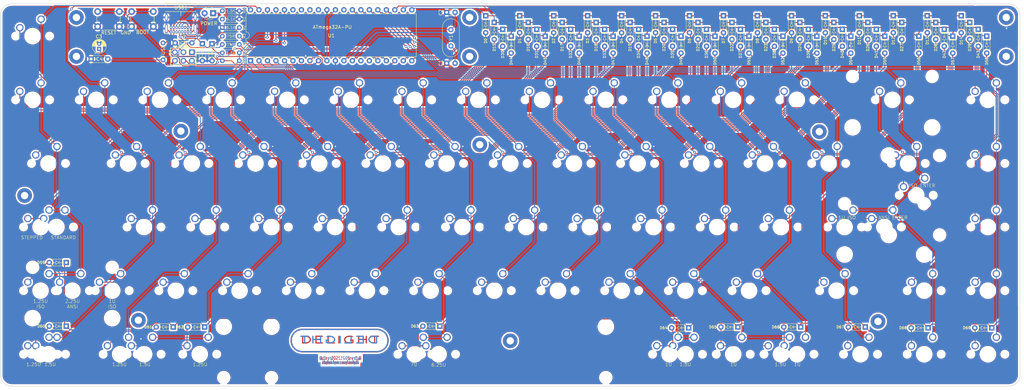
<source format=kicad_pcb>
(kicad_pcb (version 20171130) (host pcbnew "(5.1.9)-1")
  (layers (0 F.Cu signal) (31 B.Cu signal) (34 B.Paste user hide) (35 F.Paste user hide) (36 B.SilkS user hide) (37 F.SilkS user hide) (38 B.Mask user hide) (39 F.Mask user hide) (44 Edge.Cuts user))
  (net 0 "")
  (net 1 GND)
  (net 2 VCC)
  (net 3 row0)
  (net 4 "Net-(D1-Pad2)")
  (net 5 "Net-(D2-Pad2)")
  (net 6 "Net-(D3-Pad2)")
  (net 7 "Net-(D4-Pad2)")
  (net 8 "Net-(D5-Pad2)")
  (net 9 "Net-(D6-Pad2)")
  (net 10 "Net-(D7-Pad2)")
  (net 11 "Net-(D8-Pad2)")
  (net 12 "Net-(D9-Pad2)")
  (net 13 "Net-(D10-Pad2)")
  (net 14 "Net-(D11-Pad2)")
  (net 15 "Net-(D12-Pad2)")
  (net 16 "Net-(D13-Pad2)")
  (net 17 "Net-(D14-Pad2)")
  (net 18 "Net-(D15-Pad2)")
  (net 19 row1)
  (net 20 "Net-(D16-Pad2)")
  (net 21 "Net-(D17-Pad2)")
  (net 22 "Net-(D18-Pad2)")
  (net 23 "Net-(D19-Pad2)")
  (net 24 "Net-(D20-Pad2)")
  (net 25 "Net-(D21-Pad2)")
  (net 26 "Net-(D22-Pad2)")
  (net 27 "Net-(D23-Pad2)")
  (net 28 "Net-(D24-Pad2)")
  (net 29 "Net-(D25-Pad2)")
  (net 30 "Net-(D26-Pad2)")
  (net 31 "Net-(D27-Pad2)")
  (net 32 "Net-(D28-Pad2)")
  (net 33 "Net-(D29-Pad2)")
  (net 34 "Net-(D30-Pad2)")
  (net 35 "Net-(D31-Pad2)")
  (net 36 row2)
  (net 37 "Net-(D32-Pad2)")
  (net 38 "Net-(D33-Pad2)")
  (net 39 "Net-(D34-Pad2)")
  (net 40 "Net-(D35-Pad2)")
  (net 41 "Net-(D36-Pad2)")
  (net 42 "Net-(D37-Pad2)")
  (net 43 "Net-(D38-Pad2)")
  (net 44 "Net-(D39-Pad2)")
  (net 45 "Net-(D40-Pad2)")
  (net 46 "Net-(D41-Pad2)")
  (net 47 "Net-(D42-Pad2)")
  (net 48 "Net-(D43-Pad2)")
  (net 49 "Net-(D44-Pad2)")
  (net 50 row3)
  (net 51 "Net-(D45-Pad2)")
  (net 52 "Net-(D46-Pad2)")
  (net 53 "Net-(D47-Pad2)")
  (net 54 "Net-(D48-Pad2)")
  (net 55 "Net-(D49-Pad2)")
  (net 56 "Net-(D50-Pad2)")
  (net 57 "Net-(D51-Pad2)")
  (net 58 "Net-(D52-Pad2)")
  (net 59 "Net-(D53-Pad2)")
  (net 60 "Net-(D54-Pad2)")
  (net 61 "Net-(D55-Pad2)")
  (net 62 "Net-(D56-Pad2)")
  (net 63 "Net-(D57-Pad2)")
  (net 64 "Net-(D58-Pad2)")
  (net 65 "Net-(D59-Pad2)")
  (net 66 row4)
  (net 67 "Net-(D60-Pad2)")
  (net 68 "Net-(D61-Pad2)")
  (net 69 "Net-(D62-Pad2)")
  (net 70 "Net-(D63-Pad2)")
  (net 71 "Net-(D64-Pad2)")
  (net 72 "Net-(D65-Pad2)")
  (net 73 "Net-(D66-Pad2)")
  (net 74 "Net-(D67-Pad2)")
  (net 75 col0)
  (net 76 col1)
  (net 77 col2)
  (net 78 col3)
  (net 79 col4)
  (net 80 col5)
  (net 81 col6)
  (net 82 col7)
  (net 83 col8)
  (net 84 col9)
  (net 85 col10)
  (net 86 col11)
  (net 87 col12)
  (net 88 col13)
  (net 89 col14)
  (net 90 "Net-(R1-Pad2)")
  (net 91 "Net-(D68-Pad2)")
  (net 92 "Net-(R2-Pad1)")
  (net 93 "Net-(USB1-PadB8)")
  (net 94 "Net-(USB1-PadA8)")
  (net 95 reset)
  (net 96 +5V)
  (net 97 "Net-(U1-Pad29)")
  (net 98 "Net-(U1-Pad32)")
  (net 99 "Net-(U1-Pad33)")
  (net 100 "Net-(U1-Pad14)")
  (net 101 "Net-(U1-Pad34)")
  (net 102 "Net-(U1-Pad35)")
  (net 103 D+)
  (net 104 D-)
  (net 105 "Net-(C1-Pad1)")
  (net 106 "Net-(C2-Pad1)")
  (net 107 "Net-(D70-Pad1)")
  (net 108 MOSI)
  (net 109 SCK)
  (net 110 MISO)
  (net 111 "Net-(LED1-Pad1)")
  (net 112 boot)
  (net 113 "Net-(U1-Pad15)")
  (net 114 "Net-(D0-Pad2)")
  (net 115 "Net-(D69-Pad2)")
  (net 116 "Net-(D71-Pad1)")
  (module MountingHole:MountingHole_2.2mm_M2_Pad (layer F.Cu) (at 354.584 81.788)
    (fp_text reference REF**)
    (fp_text value MountingHole_2.2mm_M2_Pad)
    (pad 1 thru_hole circle (at 0 0) (size 4.4 4.4) (drill 2.2) (layers *.Cu *.Mask))
  )
  (module MountingHole:MountingHole_2.2mm_M2_Pad (layer F.Cu) (at 354.584 70.104)
    (fp_text reference REF**)
    (fp_text value MountingHole_2.2mm_M2_Pad)
    (pad 1 thru_hole circle (at 0 0) (size 4.4 4.4) (drill 2.2) (layers *.Cu *.Mask))
  )
  (module MountingHole:MountingHole_2.2mm_M2_Pad (layer F.Cu) (at 194.056 81.788)
    (fp_text reference REF**)
    (fp_text value MountingHole_2.2mm_M2_Pad)
    (pad 1 thru_hole circle (at 0 0) (size 4.4 4.4) (drill 2.2) (layers *.Cu *.Mask))
  )
  (module MountingHole:MountingHole_2.2mm_M2_Pad (layer F.Cu) (at 76.454 70.104)
    (fp_text reference REF**)
    (fp_text value MountingHole_2.2mm_M2_Pad)
    (pad 1 thru_hole circle (at 0 0) (size 4.4 4.4) (drill 2.2) (layers *.Cu *.Mask))
  )
  (module MountingHole:MountingHole_2.2mm_M2_Pad (layer F.Cu) (at 76.454 81.788)
    (fp_text reference REF**)
    (fp_text value MountingHole_2.2mm_M2_Pad)
    (pad 1 thru_hole circle (at 0 0) (size 4.4 4.4) (drill 2.2) (layers *.Cu *.Mask))
  )
  (module cftkb:D_DO-35_SOD27_P5.08mm_Horizontal (layer F.Cu) (at 328.422 74.422 270)
    (fp_text reference D56 (at 8.77 0 270) (layer F.SilkS) (effects (font (size 0.8 0.8))))
    (fp_text value " ")
    (pad 2 thru_hole oval (at 6.35 0 270) (size 1.6 1.6) (drill 0.8) (layers *.Cu *.Mask) (net 62 "Net-(D56-Pad2)"))
    (pad 1 thru_hole rect (at 1.27 0 270) (size 1.6 1.6) (drill 0.8) (layers *.Cu *.Mask) (net 50 row3))
  )
  (module cftkb:lotier_rev1_16mm_mask (layer B.Cu) (at 155.528997 170.8658 180)
    (fp_text reference G*** hide)
    (fp_text value LOGO hide)
  )
  (module cftkb:lotier_rev1_16mm_mask (layer F.Cu) (at 155.341603 170.8658)
    (fp_text reference G*** hide)
    (fp_text value LOGO hide)
  )
  (module cftkb:lotier_rev1_16mm_copper (layer B.Cu) (at 155.528997 170.8658 180)
    (fp_text reference G*** hide)
    (fp_text value LOGO hide)
    (fp_text user "adapted from coseyfannitutti" (at 0 -2.54) (layer B.Cu) (effects (font (size 1 0.5) (thickness 0.125)) (justify mirror)))
    (fp_text user "lotier 2021 - rev 1.0" (at 0 -1.27) (layer B.Cu) (effects (font (size 1 0.75) (thickness 0.125)) (justify mirror)))
  )
  (module cftkb:lotier_rev1_16mm_copper (layer F.Cu) (at 155.341603 170.8658)
    (fp_text reference G*** hide)
    (fp_text value LOGO hide)
    (fp_text user "adapted from coseyfannitutti" (at 0 2.54) (layer F.Cu) (effects (font (size 1 0.5) (thickness 0.125))))
    (fp_text user "lotier 2021 - rev 1.0" (at 0 1.27) (layer F.Cu) (effects (font (size 1 0.75) (thickness 0.125))))
  )
  (module cftkb:DELIGHT_SMALL_COPPER (layer F.Cu) (at 155.167456 166.68221)
    (fp_text reference G*** hide)
    (fp_text value LOGO hide)
    (fp_line (start -11.11 -3.16) (end 11.17 -3.16) (layer F.Cu) (width 0.4))
    (fp_line (start -11.13 3.52) (end 11.17 3.52) (layer F.Cu) (width 0.4))
    (fp_text user DELIGHT (at 0 0) (layer F.Cu) (effects (font (size 2 4) (thickness 0.35))))
    (fp_arc (start -11.14 0.18) (end -11.14 -3.16) (angle -180) (layer F.Cu) (width 0.4))
    (fp_arc (start 11.16 0.18) (end 11.16 3.52) (angle -180) (layer F.Cu) (width 0.4))
  )
  (module cftkb:DELIGHT_SMALL_COPPER (layer B.Cu) (at 155.195144 166.68221 180)
    (fp_text reference G*** hide)
    (fp_text value LOGO hide)
    (fp_line (start -11.11 3.16) (end 11.17 3.16) (layer B.Cu) (width 0.4))
    (fp_line (start -11.13 -3.52) (end 11.17 -3.52) (layer B.Cu) (width 0.4))
    (fp_text user DELIGHT (at 0 0) (layer B.Cu) (effects (font (size 2 4) (thickness 0.35)) (justify mirror)))
    (fp_arc (start -11.14 -0.18) (end -11.14 3.16) (angle 180) (layer B.Cu) (width 0.4))
    (fp_arc (start 11.16 -0.18) (end 11.16 -3.52) (angle 180) (layer B.Cu) (width 0.4))
  )
  (module cftkb:DELIGHT_SMALL_MASK (layer F.Cu) (at 155.167456 166.68221)
    (fp_text reference G*** hide)
    (fp_text value LOGO hide)
  )
  (module cftkb:DELIGHT_SMALL_MASK (layer B.Cu) (at 155.195144 166.68221 180)
    (fp_text reference G*** hide)
    (fp_text value LOGO hide)
  )
  (module cftkb:DIP-40_W15.24mm (layer F.Cu) (at 128.524 83.058 90)
    (fp_text reference U1 (at 7.52414 24.164738) (layer F.SilkS))
    (fp_text value ATmega32A-PU (at 10.06135 24.462204) (layer F.SilkS))
    (pad 40 thru_hole oval (at 15.24 0 90) (size 1.6 1.6) (drill 0.8) (layers *.Cu *.Mask) (net 75 col0))
    (pad 20 thru_hole oval (at 0 48.26 90) (size 1.6 1.6) (drill 0.8) (layers *.Cu *.Mask) (net 50 row3))
    (pad 39 thru_hole oval (at 15.24 2.54 90) (size 1.6 1.6) (drill 0.8) (layers *.Cu *.Mask) (net 76 col1))
    (pad 19 thru_hole oval (at 0 45.72 90) (size 1.6 1.6) (drill 0.8) (layers *.Cu *.Mask) (net 36 row2))
    (pad 38 thru_hole oval (at 15.24 5.08 90) (size 1.6 1.6) (drill 0.8) (layers *.Cu *.Mask) (net 77 col2))
    (pad 18 thru_hole oval (at 0 43.18 90) (size 1.6 1.6) (drill 0.8) (layers *.Cu *.Mask) (net 112 boot))
    (pad 37 thru_hole oval (at 15.24 7.62 90) (size 1.6 1.6) (drill 0.8) (layers *.Cu *.Mask) (net 78 col3))
    (pad 17 thru_hole oval (at 0 40.64 90) (size 1.6 1.6) (drill 0.8) (layers *.Cu *.Mask) (net 104 D-))
    (pad 36 thru_hole oval (at 15.24 10.16 90) (size 1.6 1.6) (drill 0.8) (layers *.Cu *.Mask) (net 79 col4))
    (pad 16 thru_hole oval (at 0 38.1 90) (size 1.6 1.6) (drill 0.8) (layers *.Cu *.Mask) (net 103 D+))
    (pad 35 thru_hole oval (at 15.24 12.7 90) (size 1.6 1.6) (drill 0.8) (layers *.Cu *.Mask) (net 102 "Net-(U1-Pad35)"))
    (pad 15 thru_hole oval (at 0 35.56 90) (size 1.6 1.6) (drill 0.8) (layers *.Cu *.Mask) (net 113 "Net-(U1-Pad15)"))
    (pad 34 thru_hole oval (at 15.24 15.24 90) (size 1.6 1.6) (drill 0.8) (layers *.Cu *.Mask) (net 101 "Net-(U1-Pad34)"))
    (pad 14 thru_hole oval (at 0 33.02 90) (size 1.6 1.6) (drill 0.8) (layers *.Cu *.Mask) (net 100 "Net-(U1-Pad14)"))
    (pad 33 thru_hole oval (at 15.24 17.78 90) (size 1.6 1.6) (drill 0.8) (layers *.Cu *.Mask) (net 99 "Net-(U1-Pad33)"))
    (pad 13 thru_hole oval (at 0 30.48 90) (size 1.6 1.6) (drill 0.8) (layers *.Cu *.Mask) (net 105 "Net-(C1-Pad1)"))
    (pad 32 thru_hole oval (at 15.24 20.32 90) (size 1.6 1.6) (drill 0.8) (layers *.Cu *.Mask) (net 98 "Net-(U1-Pad32)"))
    (pad 12 thru_hole oval (at 0 27.94 90) (size 1.6 1.6) (drill 0.8) (layers *.Cu *.Mask) (net 106 "Net-(C2-Pad1)"))
    (pad 31 thru_hole oval (at 15.24 22.86 90) (size 1.6 1.6) (drill 0.8) (layers *.Cu *.Mask) (net 1 GND))
    (pad 11 thru_hole oval (at 0 25.4 90) (size 1.6 1.6) (drill 0.8) (layers *.Cu *.Mask) (net 1 GND))
    (pad 30 thru_hole oval (at 15.24 25.4 90) (size 1.6 1.6) (drill 0.8) (layers *.Cu *.Mask) (net 96 +5V))
    (pad 10 thru_hole oval (at 0 22.86 90) (size 1.6 1.6) (drill 0.8) (layers *.Cu *.Mask) (net 96 +5V))
    (pad 29 thru_hole oval (at 15.24 27.94 90) (size 1.6 1.6) (drill 0.8) (layers *.Cu *.Mask) (net 97 "Net-(U1-Pad29)"))
    (pad 9 thru_hole oval (at 0 20.32 90) (size 1.6 1.6) (drill 0.8) (layers *.Cu *.Mask) (net 95 reset))
    (pad 28 thru_hole oval (at 15.24 30.48 90) (size 1.6 1.6) (drill 0.8) (layers *.Cu *.Mask) (net 85 col10))
    (pad 8 thru_hole oval (at 0 17.78 90) (size 1.6 1.6) (drill 0.8) (layers *.Cu *.Mask) (net 109 SCK))
    (pad 27 thru_hole oval (at 15.24 33.02 90) (size 1.6 1.6) (drill 0.8) (layers *.Cu *.Mask) (net 86 col11))
    (pad 7 thru_hole oval (at 0 15.24 90) (size 1.6 1.6) (drill 0.8) (layers *.Cu *.Mask) (net 110 MISO))
    (pad 26 thru_hole oval (at 15.24 35.56 90) (size 1.6 1.6) (drill 0.8) (layers *.Cu *.Mask) (net 87 col12))
    (pad 6 thru_hole oval (at 0 12.7 90) (size 1.6 1.6) (drill 0.8) (layers *.Cu *.Mask) (net 108 MOSI))
    (pad 25 thru_hole oval (at 15.24 38.1 90) (size 1.6 1.6) (drill 0.8) (layers *.Cu *.Mask) (net 88 col13))
    (pad 5 thru_hole oval (at 0 10.16 90) (size 1.6 1.6) (drill 0.8) (layers *.Cu *.Mask) (net 84 col9))
    (pad 24 thru_hole oval (at 15.24 40.64 90) (size 1.6 1.6) (drill 0.8) (layers *.Cu *.Mask) (net 89 col14))
    (pad 4 thru_hole oval (at 0 7.62 90) (size 1.6 1.6) (drill 0.8) (layers *.Cu *.Mask) (net 83 col8))
    (pad 23 thru_hole oval (at 15.24 43.18 90) (size 1.6 1.6) (drill 0.8) (layers *.Cu *.Mask) (net 66 row4))
    (pad 3 thru_hole oval (at 0 5.08 90) (size 1.6 1.6) (drill 0.8) (layers *.Cu *.Mask) (net 82 col7))
    (pad 22 thru_hole oval (at 15.24 45.72 90) (size 1.6 1.6) (drill 0.8) (layers *.Cu *.Mask) (net 19 row1))
    (pad 2 thru_hole oval (at 0 2.54 90) (size 1.6 1.6) (drill 0.8) (layers *.Cu *.Mask) (net 81 col6))
    (pad 21 thru_hole oval (at 15.24 48.26 90) (size 1.6 1.6) (drill 0.8) (layers *.Cu *.Mask) (net 3 row0))
    (pad 1 thru_hole rect (at 0 0 90) (size 1.6 1.6) (drill 0.8) (layers *.Cu *.Mask) (net 80 col5))
  )
  (module cftkb:SW_Cherry_MX1A_1.00u_PCB-NOSCREEN (layer F.Cu) (at 65.88125 70.612)
    (fp_text reference SW0)
    (fp_text value KEYSW)
    (pad "" np_thru_hole circle (at 2.54 5.08) (size 1.7 1.7) (drill 1.7) (layers *.Cu *.Mask))
    (pad "" np_thru_hole circle (at -7.62 5.08) (size 1.7 1.7) (drill 1.7) (layers *.Cu *.Mask))
    (pad "" np_thru_hole circle (at -2.54 5.08) (size 4 4) (drill 4) (layers *.Cu *.Mask))
    (pad 2 thru_hole circle (at -6.35 2.54) (size 2.2 2.2) (drill 1.5) (layers *.Cu *.Mask) (net 114 "Net-(D0-Pad2)"))
    (pad 1 thru_hole circle (at 0 0) (size 2.2 2.2) (drill 1.5) (layers *.Cu *.Mask) (net 75 col0))
  )
  (module cftkb:Crystal_HC49-4H_Vertical (layer F.Cu) (at 188.468 78.65 90)
    (fp_text reference Y1 (at 2.44 0.018936 270) (layer F.SilkS))
    (fp_text value Crystal)
    (pad 1 thru_hole circle (at 0 0 90) (size 1.5 1.5) (drill 0.8) (layers *.Cu *.Mask) (net 105 "Net-(C1-Pad1)"))
    (pad 2 thru_hole circle (at 4.88 0 90) (size 1.5 1.5) (drill 0.8) (layers *.Cu *.Mask) (net 106 "Net-(C2-Pad1)"))
  )
  (module cftkb:D_DO-35_SOD27_P5.08mm_Horizontal (layer F.Cu) (at 211.582 70.326 270)
    (fp_text reference D16 (at 8.77 0 270) (layer F.SilkS) (effects (font (size 0.8 0.8))))
    (fp_text value " ")
    (pad 2 thru_hole oval (at 6.35 0 270) (size 1.6 1.6) (drill 0.8) (layers *.Cu *.Mask) (net 20 "Net-(D16-Pad2)"))
    (pad 1 thru_hole rect (at 1.27 0 270) (size 1.6 1.6) (drill 0.8) (layers *.Cu *.Mask) (net 19 row1))
  )
  (module cftkb:D_DO-35_SOD27_P5.08mm_Horizontal (layer F.Cu) (at 214.122 72.39 270)
    (fp_text reference D31 (at 8.77 0 270) (layer F.SilkS) (effects (font (size 0.8 0.8))))
    (fp_text value " ")
    (pad 2 thru_hole oval (at 6.35 0 270) (size 1.6 1.6) (drill 0.8) (layers *.Cu *.Mask) (net 35 "Net-(D31-Pad2)"))
    (pad 1 thru_hole rect (at 1.27 0 270) (size 1.6 1.6) (drill 0.8) (layers *.Cu *.Mask) (net 36 row2))
  )
  (module cftkb:D_DO-35_SOD27_P5.08mm_Horizontal (layer F.Cu) (at 216.662 74.422 270)
    (fp_text reference D45 (at 8.77 0 90) (layer F.SilkS) (effects (font (size 0.8 0.8))))
    (fp_text value " ")
    (pad 2 thru_hole oval (at 6.35 0 270) (size 1.6 1.6) (drill 0.8) (layers *.Cu *.Mask) (net 51 "Net-(D45-Pad2)"))
    (pad 1 thru_hole rect (at 1.27 0 270) (size 1.6 1.6) (drill 0.8) (layers *.Cu *.Mask) (net 50 row3))
  )
  (module cftkb:D_DO-35_SOD27_P5.08mm_Horizontal (layer F.Cu) (at 203.962 72.39 270)
    (fp_text reference D30 (at 8.77 0 270) (layer F.SilkS) (effects (font (size 0.8 0.8))))
    (fp_text value " ")
    (pad 2 thru_hole oval (at 6.35 0 270) (size 1.6 1.6) (drill 0.8) (layers *.Cu *.Mask) (net 34 "Net-(D30-Pad2)"))
    (pad 1 thru_hole rect (at 1.27 0 270) (size 1.6 1.6) (drill 0.8) (layers *.Cu *.Mask) (net 36 row2))
  )
  (module cftkb:D_DO-35_SOD27_P5.08mm_Horizontal (layer F.Cu) (at 201.422 70.326 270)
    (fp_text reference D15 (at 8.77 0 270) (layer F.SilkS) (effects (font (size 0.8 0.8))))
    (fp_text value " ")
    (pad 2 thru_hole oval (at 6.35 0 270) (size 1.6 1.6) (drill 0.8) (layers *.Cu *.Mask) (net 18 "Net-(D15-Pad2)"))
    (pad 1 thru_hole rect (at 1.27 0 270) (size 1.6 1.6) (drill 0.8) (layers *.Cu *.Mask) (net 19 row1))
  )
  (module cftkb:D_DO-35_SOD27_P5.08mm_Horizontal (layer F.Cu) (at 206.502 74.422 270)
    (fp_text reference D44 (at 8.77 0 270) (layer F.SilkS) (effects (font (size 0.8 0.8))))
    (fp_text value " ")
    (pad 2 thru_hole oval (at 6.35 0 270) (size 1.6 1.6) (drill 0.8) (layers *.Cu *.Mask) (net 49 "Net-(D44-Pad2)"))
    (pad 1 thru_hole rect (at 1.27 0 270) (size 1.6 1.6) (drill 0.8) (layers *.Cu *.Mask) (net 50 row3))
  )
  (module cftkb:SW_Cherry_MX1A_1.50u_PCBNOSCREEN (layer F.Cu) (at 70.64375 108.74375)
    (fp_text reference SW30)
    (fp_text value KEYSW)
    (pad "" np_thru_hole circle (at 2.54 5.08) (size 1.7 1.7) (drill 1.7) (layers *.Cu *.Mask))
    (pad "" np_thru_hole circle (at -7.62 5.08) (size 1.7 1.7) (drill 1.7) (layers *.Cu *.Mask))
    (pad "" np_thru_hole circle (at -2.54 5.08) (size 4 4) (drill 4) (layers *.Cu *.Mask))
    (pad 2 thru_hole circle (at -6.35 2.54) (size 2.2 2.2) (drill 1.5) (layers *.Cu *.Mask) (net 34 "Net-(D30-Pad2)"))
    (pad 1 thru_hole circle (at 0 0) (size 2.2 2.2) (drill 1.5) (layers *.Cu *.Mask) (net 75 col0))
  )
  (module cftkb:LED_D3.0mm (layer F.Cu) (at 117.348 68.834 180)
    (fp_text reference LED1)
    (fp_text value POWER)
    (pad 1 thru_hole rect (at 0 0 180) (size 1.8 1.8) (drill 0.9) (layers *.Cu *.Mask) (net 111 "Net-(LED1-Pad1)"))
    (pad 2 thru_hole circle (at 2.54 0 180) (size 1.8 1.8) (drill 0.9) (layers *.Cu *.Mask) (net 96 +5V))
  )
  (module cftkb:SW_Cherry_MX1A_1.00u_PCB-NOSCREEN (layer F.Cu) (at 237.33125 89.69375)
    (fp_text reference SW9)
    (fp_text value KEYSW)
    (pad 1 thru_hole circle (at 0 0) (size 2.2 2.2) (drill 1.5) (layers *.Cu *.Mask) (net 84 col9))
    (pad 2 thru_hole circle (at -6.35 2.54) (size 2.2 2.2) (drill 1.5) (layers *.Cu *.Mask) (net 12 "Net-(D9-Pad2)"))
    (pad "" np_thru_hole circle (at -2.54 5.08) (size 4 4) (drill 4) (layers *.Cu *.Mask))
    (pad "" np_thru_hole circle (at -7.62 5.08) (size 1.7 1.7) (drill 1.7) (layers *.Cu *.Mask))
    (pad "" np_thru_hole circle (at 2.54 5.08) (size 1.7 1.7) (drill 1.7) (layers *.Cu *.Mask))
  )
  (module MountingHole:MountingHole_2.2mm_M2_Pad (layer F.Cu) (at 60.96 123.444)
    (fp_text reference REF**)
    (fp_text value MountingHole_2.2mm_M2_Pad)
    (pad 1 thru_hole circle (at 0 0) (size 4.4 4.4) (drill 2.2) (layers *.Cu *.Mask))
  )
  (module cftkb:SW_Cherry_MX1A_1.00u_PCB-NOSCREEN (layer F.Cu) (at 123.03125 89.69375)
    (fp_text reference SW3)
    (fp_text value KEYSW)
    (pad 1 thru_hole circle (at 0 0) (size 2.2 2.2) (drill 1.5) (layers *.Cu *.Mask) (net 78 col3))
    (pad 2 thru_hole circle (at -6.35 2.54) (size 2.2 2.2) (drill 1.5) (layers *.Cu *.Mask) (net 6 "Net-(D3-Pad2)"))
    (pad "" np_thru_hole circle (at -2.54 5.08) (size 4 4) (drill 4) (layers *.Cu *.Mask))
    (pad "" np_thru_hole circle (at -7.62 5.08) (size 1.7 1.7) (drill 1.7) (layers *.Cu *.Mask))
    (pad "" np_thru_hole circle (at 2.54 5.08) (size 1.7 1.7) (drill 1.7) (layers *.Cu *.Mask))
  )
  (module cftkb:D_DO-35_SOD27_P5.08mm_Horizontal (layer F.Cu) (at 209.042 68.326 270)
    (fp_text reference D1 (at 8.77 0 270) (layer F.SilkS) (effects (font (size 0.8 0.8))))
    (fp_text value " ")
    (pad 2 thru_hole oval (at 6.35 0 270) (size 1.6 1.6) (drill 0.8) (layers *.Cu *.Mask) (net 4 "Net-(D1-Pad2)"))
    (pad 1 thru_hole rect (at 1.27 0 270) (size 1.6 1.6) (drill 0.8) (layers *.Cu *.Mask) (net 3 row0))
  )
  (module cftkb:D_DO-35_SOD27_P5.08mm_Horizontal (layer F.Cu) (at 74.676 143.51 180)
    (fp_text reference D59 (at 8.77 0 180) (layer F.SilkS) (effects (font (size 0.8 0.8))))
    (fp_text value " ")
    (pad 2 thru_hole oval (at 6.35 0 180) (size 1.6 1.6) (drill 0.8) (layers *.Cu *.Mask) (net 65 "Net-(D59-Pad2)"))
    (pad 1 thru_hole rect (at 1.27 0 180) (size 1.6 1.6) (drill 0.8) (layers *.Cu *.Mask) (net 66 row4))
  )
  (module cftkb:D_DO-35_SOD27_P5.08mm_Horizontal (layer F.Cu) (at 219.202 68.326 270)
    (fp_text reference D2 (at 8.77 0 270) (layer F.SilkS) (effects (font (size 0.8 0.8))))
    (fp_text value " ")
    (pad 2 thru_hole oval (at 6.35 0 270) (size 1.6 1.6) (drill 0.8) (layers *.Cu *.Mask) (net 5 "Net-(D2-Pad2)"))
    (pad 1 thru_hole rect (at 1.27 0 270) (size 1.6 1.6) (drill 0.8) (layers *.Cu *.Mask) (net 3 row0))
  )
  (module cftkb:D_DO-35_SOD27_P5.08mm_Horizontal (layer F.Cu) (at 229.362 68.326 270)
    (fp_text reference D3 (at 8.77 0 270) (layer F.SilkS) (effects (font (size 0.8 0.8))))
    (fp_text value " ")
    (pad 2 thru_hole oval (at 6.35 0 270) (size 1.6 1.6) (drill 0.8) (layers *.Cu *.Mask) (net 6 "Net-(D3-Pad2)"))
    (pad 1 thru_hole rect (at 1.27 0 270) (size 1.6 1.6) (drill 0.8) (layers *.Cu *.Mask) (net 3 row0))
  )
  (module cftkb:D_DO-35_SOD27_P5.08mm_Horizontal (layer F.Cu) (at 221.742 70.326 270)
    (fp_text reference D17 (at 8.77 0 270) (layer F.SilkS) (effects (font (size 0.8 0.8))))
    (fp_text value " ")
    (pad 2 thru_hole oval (at 6.35 0 270) (size 1.6 1.6) (drill 0.8) (layers *.Cu *.Mask) (net 21 "Net-(D17-Pad2)"))
    (pad 1 thru_hole rect (at 1.27 0 270) (size 1.6 1.6) (drill 0.8) (layers *.Cu *.Mask) (net 19 row1))
  )
  (module cftkb:D_DO-35_SOD27_P5.08mm_Horizontal (layer F.Cu) (at 231.902 70.326 270)
    (fp_text reference D18 (at 8.77 0 270) (layer F.SilkS) (effects (font (size 0.8 0.8))))
    (fp_text value " ")
    (pad 2 thru_hole oval (at 6.35 0 270) (size 1.6 1.6) (drill 0.8) (layers *.Cu *.Mask) (net 22 "Net-(D18-Pad2)"))
    (pad 1 thru_hole rect (at 1.27 0 270) (size 1.6 1.6) (drill 0.8) (layers *.Cu *.Mask) (net 19 row1))
  )
  (module cftkb:D_DO-35_SOD27_P5.08mm_Horizontal (layer F.Cu) (at 224.282 72.39 270)
    (fp_text reference D32 (at 8.77 0 270) (layer F.SilkS) (effects (font (size 0.8 0.8))))
    (fp_text value " ")
    (pad 2 thru_hole oval (at 6.35 0 270) (size 1.6 1.6) (drill 0.8) (layers *.Cu *.Mask) (net 37 "Net-(D32-Pad2)"))
    (pad 1 thru_hole rect (at 1.27 0 270) (size 1.6 1.6) (drill 0.8) (layers *.Cu *.Mask) (net 36 row2))
  )
  (module cftkb:D_DO-35_SOD27_P5.08mm_Horizontal (layer F.Cu) (at 106.68 162.814 180)
    (fp_text reference D61 (at 8.77 0 180) (layer F.SilkS) (effects (font (size 0.8 0.8))))
    (fp_text value " ")
    (pad 2 thru_hole oval (at 6.35 0 180) (size 1.6 1.6) (drill 0.8) (layers *.Cu *.Mask) (net 68 "Net-(D61-Pad2)"))
    (pad 1 thru_hole rect (at 1.27 0 180) (size 1.6 1.6) (drill 0.8) (layers *.Cu *.Mask) (net 66 row4))
  )
  (module cftkb:D_DO-35_SOD27_P5.08mm_Horizontal (layer F.Cu) (at 226.822 74.422 270)
    (fp_text reference D46 (at 8.77 0 270) (layer F.SilkS) (effects (font (size 0.8 0.8))))
    (fp_text value " ")
    (pad 2 thru_hole oval (at 6.35 0 270) (size 1.6 1.6) (drill 0.8) (layers *.Cu *.Mask) (net 52 "Net-(D46-Pad2)"))
    (pad 1 thru_hole rect (at 1.27 0 270) (size 1.6 1.6) (drill 0.8) (layers *.Cu *.Mask) (net 50 row3))
  )
  (module cftkb:D_DO-35_SOD27_P5.08mm_Horizontal (layer F.Cu) (at 198.882 68.326 270)
    (fp_text reference D0 (at 8.77 0 90) (layer F.SilkS) (effects (font (size 0.8 0.8))))
    (fp_text value " ")
    (pad 1 thru_hole rect (at 1.27 0 270) (size 1.6 1.6) (drill 0.8) (layers *.Cu *.Mask) (net 3 row0))
    (pad 2 thru_hole oval (at 6.35 0 270) (size 1.6 1.6) (drill 0.8) (layers *.Cu *.Mask) (net 114 "Net-(D0-Pad2)"))
  )
  (module cftkb:C_Disc_D4.3mm_W1.9mm_P5.00mm (layer F.Cu) (at 110.998 77.724 180)
    (fp_text reference C5 (at 2.502214 -0.017498) (layer F.SilkS))
    (fp_text value 0.1u hide)
    (pad 1 thru_hole circle (at 0 0 180) (size 1.6 1.6) (drill 0.8) (layers *.Cu *.Mask) (net 96 +5V))
    (pad 2 thru_hole circle (at 5 0 180) (size 1.6 1.6) (drill 0.8) (layers *.Cu *.Mask) (net 1 GND))
  )
  (module cftkb:C_Disc_D4.3mm_W1.9mm_P5.00mm (layer F.Cu) (at 85.852 82.55 180)
    (fp_text reference C4 (at 2.502214 -0.017498) (layer F.SilkS))
    (fp_text value 0.1u hide)
    (pad 1 thru_hole circle (at 0 0 180) (size 1.6 1.6) (drill 0.8) (layers *.Cu *.Mask) (net 96 +5V))
    (pad 2 thru_hole circle (at 5 0 180) (size 1.6 1.6) (drill 0.8) (layers *.Cu *.Mask) (net 1 GND))
  )
  (module cftkb:CP_Radial_D4.0mm_P1.50mm (layer F.Cu) (at 83.274214 79.502 90)
    (fp_text reference C3 (at 3.67458 -0.08749) (layer F.SilkS))
    (fp_text value 4.7u)
    (pad 2 thru_hole circle (at 1.5 0 90) (size 1.2 1.2) (drill 0.6) (layers *.Cu *.Mask) (net 1 GND))
    (pad 1 thru_hole rect (at 0 0 90) (size 1.2 1.2) (drill 0.6) (layers *.Cu *.Mask) (net 96 +5V))
  )
  (module cftkb:C_Disc_D3.0mm_W1.6mm_P2.50mm (layer F.Cu) (at 189.718 68.58 180)
    (fp_text reference C2 (at 4.28204 -0.020238 90) (layer F.SilkS))
    (fp_text value 22p hide)
    (pad 2 thru_hole circle (at 2.5 0 180) (size 1.6 1.6) (drill 0.8) (layers *.Cu *.Mask) (net 1 GND))
    (pad 1 thru_hole circle (at 0 0 180) (size 1.6 1.6) (drill 0.8) (layers *.Cu *.Mask) (net 106 "Net-(C2-Pad1)"))
  )
  (module cftkb:C_Disc_D3.0mm_W1.6mm_P2.50mm (layer F.Cu) (at 189.718 83.82 180)
    (fp_text reference C1 (at 4.28204 0.052494 90) (layer F.SilkS))
    (fp_text value 22p hide)
    (pad 2 thru_hole circle (at 2.5 0 180) (size 1.6 1.6) (drill 0.8) (layers *.Cu *.Mask) (net 1 GND))
    (pad 1 thru_hole circle (at 0 0 180) (size 1.6 1.6) (drill 0.8) (layers *.Cu *.Mask) (net 105 "Net-(C1-Pad1)"))
  )
  (module cftkb:SW_Cherry_MX1A_1.25u_PCBNOSCREEN (layer F.Cu) (at 68.2625 146.84375)
    (fp_text reference SW59-2)
    (fp_text value KEYSW)
    (pad 1 thru_hole circle (at 0 0) (size 2.2 2.2) (drill 1.5) (layers *.Cu *.Mask) (net 75 col0))
    (pad 2 thru_hole circle (at -6.35 2.54) (size 2.2 2.2) (drill 1.5) (layers *.Cu *.Mask) (net 65 "Net-(D59-Pad2)"))
    (pad "" np_thru_hole circle (at -2.54 5.08) (size 4 4) (drill 4) (layers *.Cu *.Mask))
    (pad "" np_thru_hole circle (at -7.62 5.08) (size 1.7 1.7) (drill 1.7) (layers *.Cu *.Mask))
    (pad "" np_thru_hole circle (at 2.54 5.08) (size 1.7 1.7) (drill 1.7) (layers *.Cu *.Mask))
  )
  (module cftkb:SW_Cherry_MX1A_1.00u_PCB-NOSCREEN (layer F.Cu) (at 308.76875 127.79375)
    (fp_text reference SW42-2)
    (fp_text value KEYSW)
    (pad 1 thru_hole circle (at 0 0) (size 2.2 2.2) (drill 1.5) (layers *.Cu *.Mask) (net 88 col13))
    (pad 2 thru_hole circle (at -6.35 2.54) (size 2.2 2.2) (drill 1.5) (layers *.Cu *.Mask) (net 47 "Net-(D42-Pad2)"))
    (pad "" np_thru_hole circle (at -2.54 5.08) (size 4 4) (drill 4) (layers *.Cu *.Mask))
    (pad "" np_thru_hole circle (at -7.62 5.08) (size 1.7 1.7) (drill 1.7) (layers *.Cu *.Mask))
    (pad "" np_thru_hole circle (at 2.54 5.08) (size 1.7 1.7) (drill 1.7) (layers *.Cu *.Mask))
  )
  (module cftkb:SW_Cherry_MX1A_ISOEnter_PCB_ReversedStabilizer (layer F.Cu) (at 330.2 118.26875)
    (fp_text reference SW28-2)
    (fp_text value KEYSW)
    (pad 1 thru_hole circle (at 0 0) (size 2.2 2.2) (drill 1.5) (layers *.Cu *.Mask) (net 88 col13))
    (pad 2 thru_hole circle (at -6.35 2.54) (size 2.2 2.2) (drill 1.5) (layers *.Cu *.Mask) (net 32 "Net-(D28-Pad2)"))
    (pad "" np_thru_hole circle (at -2.54 5.08) (size 4 4) (drill 4) (layers *.Cu *.Mask))
    (pad "" np_thru_hole circle (at -7.62 5.08) (size 1.7 1.7) (drill 1.7) (layers *.Cu *.Mask))
    (pad "" np_thru_hole circle (at 2.54 5.08) (size 1.7 1.7) (drill 1.7) (layers *.Cu *.Mask))
    (pad "" np_thru_hole circle (at -10.78 16.98 180) (size 4 4) (drill 4) (layers *.Cu *.Mask))
    (pad "" np_thru_hole circle (at 4.46 -6.82 180) (size 3.05 3.05) (drill 3.05) (layers *.Cu *.Mask))
    (pad "" np_thru_hole circle (at 4.46 16.98 180) (size 3.05 3.05) (drill 3.05) (layers *.Cu *.Mask))
    (pad "" np_thru_hole circle (at -10.78 -6.82 180) (size 4 4) (drill 4) (layers *.Cu *.Mask))
  )
  (module cftkb:SW_Cherry_MX1A_1.00u_PCB-NOSCREEN (layer F.Cu) (at 89.69375 146.84375)
    (fp_text reference SW45)
    (fp_text value KEYSW)
    (pad 1 thru_hole circle (at 0 0) (size 2.2 2.2) (drill 1.5) (layers *.Cu *.Mask) (net 76 col1))
    (pad 2 thru_hole circle (at -6.35 2.54) (size 2.2 2.2) (drill 1.5) (layers *.Cu *.Mask) (net 51 "Net-(D45-Pad2)"))
    (pad "" np_thru_hole circle (at -2.54 5.08) (size 4 4) (drill 4) (layers *.Cu *.Mask))
    (pad "" np_thru_hole circle (at -7.62 5.08) (size 1.7 1.7) (drill 1.7) (layers *.Cu *.Mask))
    (pad "" np_thru_hole circle (at 2.54 5.08) (size 1.7 1.7) (drill 1.7) (layers *.Cu *.Mask))
  )
  (module cftkb:SW_Cherry_MX1A_1.25u_PCBNOSCREEN (layer F.Cu) (at 275.466206 165.89375)
    (fp_text reference SW65)
    (fp_text value KEYSW)
    (pad 1 thru_hole circle (at 0 0) (size 2.2 2.2) (drill 1.5) (layers *.Cu *.Mask) (net 85 col10))
    (pad 2 thru_hole circle (at -6.35 2.54) (size 2.2 2.2) (drill 1.5) (layers *.Cu *.Mask) (net 72 "Net-(D65-Pad2)"))
    (pad "" np_thru_hole circle (at -2.54 5.08) (size 4 4) (drill 4) (layers *.Cu *.Mask))
    (pad "" np_thru_hole circle (at -7.62 5.08) (size 1.7 1.7) (drill 1.7) (layers *.Cu *.Mask))
    (pad "" np_thru_hole circle (at 2.54 5.08) (size 1.7 1.7) (drill 1.7) (layers *.Cu *.Mask))
  )
  (module cftkb:SW_Cherry_MX1A_1.25u_PCBNOSCREEN (layer F.Cu) (at 256.410884 165.88362)
    (fp_text reference SW64)
    (fp_text value KEYSW)
    (pad 1 thru_hole circle (at 0 0) (size 2.2 2.2) (drill 1.5) (layers *.Cu *.Mask) (net 84 col9))
    (pad 2 thru_hole circle (at -6.35 2.54) (size 2.2 2.2) (drill 1.5) (layers *.Cu *.Mask) (net 71 "Net-(D64-Pad2)"))
    (pad "" np_thru_hole circle (at -2.54 5.08) (size 4 4) (drill 4) (layers *.Cu *.Mask))
    (pad "" np_thru_hole circle (at -7.62 5.08) (size 1.7 1.7) (drill 1.7) (layers *.Cu *.Mask))
    (pad "" np_thru_hole circle (at 2.54 5.08) (size 1.7 1.7) (drill 1.7) (layers *.Cu *.Mask))
  )
  (module cftkb:R_Axial_DIN0204_L3.6mm_D1.6mm_P5.08mm_Horizontal (layer F.Cu) (at 125.180316 80.678982 180)
    (fp_text reference R5 (at -1.464029 0.001398 270) (layer F.SilkS) (effects (font (size 0.8 0.8) (thickness 0.1))))
    (fp_text value 1.5k (at 2.54 -0.051095 180) (layer F.SilkS) (effects (font (size 0.8 0.8) (thickness 0.1))))
    (pad 1 thru_hole circle (at 0 0 180) (size 1.4 1.4) (drill 0.7) (layers *.Cu *.Mask) (net 96 +5V))
    (pad 2 thru_hole oval (at 5.08 0 180) (size 1.4 1.4) (drill 0.7) (layers *.Cu *.Mask) (net 107 "Net-(D70-Pad1)"))
  )
  (module cftkb:R_Axial_DIN0204_L3.6mm_D1.6mm_P5.08mm_Horizontal (layer F.Cu) (at 125.180316 78.185517 180)
    (fp_text reference R4 (at -1.464029 0.018849 270) (layer F.SilkS) (effects (font (size 0.8 0.8) (thickness 0.1))))
    (fp_text value 75R (at 2.54 -0.024896 180) (layer F.SilkS) (effects (font (size 0.8 0.8) (thickness 0.1))))
    (pad 1 thru_hole circle (at 0 0 180) (size 1.4 1.4) (drill 0.7) (layers *.Cu *.Mask) (net 103 D+))
    (pad 2 thru_hole oval (at 5.08 0 180) (size 1.4 1.4) (drill 0.7) (layers *.Cu *.Mask) (net 116 "Net-(D71-Pad1)"))
  )
  (module cftkb:R_Axial_DIN0204_L3.6mm_D1.6mm_P5.08mm_Horizontal (layer F.Cu) (at 125.180316 75.692052 180)
    (fp_text reference R3 (at -1.464029 0.036299 270) (layer F.SilkS) (effects (font (size 0.8 0.8) (thickness 0.1))))
    (fp_text value 75R (at 2.54 -0.05119 180) (layer F.SilkS) (effects (font (size 0.8 0.8) (thickness 0.1))))
    (pad 1 thru_hole circle (at 0 0 180) (size 1.4 1.4) (drill 0.7) (layers *.Cu *.Mask) (net 104 D-))
    (pad 2 thru_hole oval (at 5.08 0 180) (size 1.4 1.4) (drill 0.7) (layers *.Cu *.Mask) (net 107 "Net-(D70-Pad1)"))
  )
  (module cftkb:R_Axial_DIN0204_L3.6mm_D1.6mm_P5.08mm_Horizontal (layer F.Cu) (at 120.100316 73.120211)
    (fp_text reference R1 (at 6.544029 -2.486288 90) (layer F.SilkS) (effects (font (size 0.8 0.8) (thickness 0.1))))
    (fp_text value 5.1k)
    (pad 1 thru_hole circle (at 0 0) (size 1.4 1.4) (drill 0.7) (layers *.Cu *.Mask) (net 1 GND))
    (pad 2 thru_hole oval (at 5.08 0) (size 1.4 1.4) (drill 0.7) (layers *.Cu *.Mask) (net 90 "Net-(R1-Pad2)"))
  )
  (module cftkb:R_Axial_DIN0204_L3.6mm_D1.6mm_P5.08mm_Horizontal (layer F.Cu) (at 120.100316 70.600499)
    (fp_text reference R2 (at 6.544029 2.544339 90) (layer F.SilkS) (effects (font (size 0.8 0.8) (thickness 0.1))))
    (fp_text value 5.1k)
    (pad 1 thru_hole circle (at 0 0) (size 1.4 1.4) (drill 0.7) (layers *.Cu *.Mask) (net 92 "Net-(R2-Pad1)"))
    (pad 2 thru_hole oval (at 5.08 0) (size 1.4 1.4) (drill 0.7) (layers *.Cu *.Mask) (net 1 GND))
  )
  (module cftkb:R_Axial_DIN0204_L3.6mm_D1.6mm_P5.08mm_Horizontal (layer F.Cu) (at 120.100316 68.107034)
    (fp_text reference R6 (at 6.544029 0.015974 90) (layer F.SilkS) (effects (font (size 0.8 0.8) (thickness 0.1))))
    (fp_text value 1.5K (at 2.54 0.04338) (layer F.SilkS) (effects (font (size 0.8 0.8) (thickness 0.1))))
    (pad 1 thru_hole circle (at 0 0) (size 1.4 1.4) (drill 0.7) (layers *.Cu *.Mask) (net 111 "Net-(LED1-Pad1)"))
    (pad 2 thru_hole oval (at 5.08 0) (size 1.4 1.4) (drill 0.7) (layers *.Cu *.Mask) (net 1 GND))
  )
  (module cftkb:R_Axial_DIN0204_L3.6mm_D1.6mm_P5.08mm_Horizontal (layer F.Cu) (at 125.180316 83.058 180)
    (fp_text reference R7 (at -1.464029 0.001111 90) (layer F.SilkS) (effects (font (size 0.8 0.8) (thickness 0.1))))
    (fp_text value 10k (at 2.54 -0.048664 180) (layer F.SilkS) (effects (font (size 0.8 0.8) (thickness 0.1))))
    (pad 1 thru_hole circle (at 0 0 180) (size 1.4 1.4) (drill 0.7) (layers *.Cu *.Mask) (net 96 +5V))
    (pad 2 thru_hole oval (at 5.08 0 180) (size 1.4 1.4) (drill 0.7) (layers *.Cu *.Mask) (net 95 reset))
  )
  (module MountingHole:MountingHole_2.2mm_M2_Pad (layer F.Cu) (at 194.056 70.104)
    (fp_text reference REF**)
    (fp_text value MountingHole_2.2mm_M2_Pad)
    (pad 1 thru_hole circle (at 0 0) (size 4.4 4.4) (drill 2.2) (layers *.Cu *.Mask))
  )
  (module cftkb:SW_Cherry_MX1A_1.50u_PCBNOSCREEN (layer F.Cu) (at 289.740128 165.89375)
    (fp_text reference SW65-2)
    (fp_text value KEYSW)
    (pad "" np_thru_hole circle (at 2.54 5.08) (size 1.7 1.7) (drill 1.7) (layers *.Cu *.Mask))
    (pad "" np_thru_hole circle (at -7.62 5.08) (size 1.7 1.7) (drill 1.7) (layers *.Cu *.Mask))
    (pad "" np_thru_hole circle (at -2.54 5.08) (size 4 4) (drill 4) (layers *.Cu *.Mask))
    (pad 2 thru_hole circle (at -6.35 2.54) (size 2.2 2.2) (drill 1.5) (layers *.Cu *.Mask) (net 72 "Net-(D65-Pad2)"))
    (pad 1 thru_hole circle (at 0 0) (size 2.2 2.2) (drill 1.5) (layers *.Cu *.Mask) (net 85 col10))
  )
  (module cftkb:SW_Cherry_MX1A_1.50u_PCBNOSCREEN (layer F.Cu) (at 261.183936 165.89375)
    (fp_text reference SW64-2)
    (fp_text value KEYSW)
    (pad "" np_thru_hole circle (at 2.54 5.08) (size 1.7 1.7) (drill 1.7) (layers *.Cu *.Mask))
    (pad "" np_thru_hole circle (at -7.62 5.08) (size 1.7 1.7) (drill 1.7) (layers *.Cu *.Mask))
    (pad "" np_thru_hole circle (at -2.54 5.08) (size 4 4) (drill 4) (layers *.Cu *.Mask))
    (pad 2 thru_hole circle (at -6.35 2.54) (size 2.2 2.2) (drill 1.5) (layers *.Cu *.Mask) (net 71 "Net-(D64-Pad2)"))
    (pad 1 thru_hole circle (at 0 0) (size 2.2 2.2) (drill 1.5) (layers *.Cu *.Mask) (net 84 col9))
  )
  (module cftkb:SW_Cherry_MX1A_1.00u_PCB-NOSCREEN (layer F.Cu) (at 180.207573 165.90164)
    (fp_text reference SW63-2)
    (fp_text value KEYSW)
    (pad 1 thru_hole circle (at 0 0) (size 2.2 2.2) (drill 1.5) (layers *.Cu *.Mask) (net 81 col6))
    (pad 2 thru_hole circle (at -6.35 2.54) (size 2.2 2.2) (drill 1.5) (layers *.Cu *.Mask) (net 70 "Net-(D63-Pad2)"))
    (pad "" np_thru_hole circle (at -2.54 5.08) (size 4 4) (drill 4) (layers *.Cu *.Mask))
    (pad "" np_thru_hole circle (at -7.62 5.08) (size 1.7 1.7) (drill 1.7) (layers *.Cu *.Mask))
    (pad "" np_thru_hole circle (at 2.54 5.08) (size 1.7 1.7) (drill 1.7) (layers *.Cu *.Mask))
  )
  (module cftkb:SW_Cherry_MX1A_1.50u_PCBNOSCREEN (layer F.Cu) (at 99.243031 165.889819)
    (fp_text reference SW62-2)
    (fp_text value KEYSW)
    (pad "" np_thru_hole circle (at 2.54 5.08) (size 1.7 1.7) (drill 1.7) (layers *.Cu *.Mask))
    (pad "" np_thru_hole circle (at -7.62 5.08) (size 1.7 1.7) (drill 1.7) (layers *.Cu *.Mask))
    (pad "" np_thru_hole circle (at -2.54 5.08) (size 4 4) (drill 4) (layers *.Cu *.Mask))
    (pad 2 thru_hole circle (at -6.35 2.54) (size 2.2 2.2) (drill 1.5) (layers *.Cu *.Mask) (net 69 "Net-(D62-Pad2)"))
    (pad 1 thru_hole circle (at 0 0) (size 2.2 2.2) (drill 1.5) (layers *.Cu *.Mask) (net 78 col3))
  )
  (module cftkb:SW_Cherry_MX1A_1.50u_PCBNOSCREEN (layer F.Cu) (at 70.6437 165.88362)
    (fp_text reference SW60-2)
    (fp_text value KEYSW)
    (pad "" np_thru_hole circle (at 2.54 5.08) (size 1.7 1.7) (drill 1.7) (layers *.Cu *.Mask))
    (pad "" np_thru_hole circle (at -7.62 5.08) (size 1.7 1.7) (drill 1.7) (layers *.Cu *.Mask))
    (pad "" np_thru_hole circle (at -2.54 5.08) (size 4 4) (drill 4) (layers *.Cu *.Mask))
    (pad 2 thru_hole circle (at -6.35 2.54) (size 2.2 2.2) (drill 1.5) (layers *.Cu *.Mask) (net 67 "Net-(D60-Pad2)"))
    (pad 1 thru_hole circle (at 0 0) (size 2.2 2.2) (drill 1.5) (layers *.Cu *.Mask) (net 76 col1))
  )
  (module cftkb:SW_Cherry_MX1A_1.25u_PCBNOSCREEN (layer F.Cu) (at 68.2625 127.78362)
    (fp_text reference SW44-2)
    (fp_text value KEYSW)
    (pad 1 thru_hole circle (at 0 0) (size 2.2 2.2) (drill 1.5) (layers *.Cu *.Mask) (net 75 col0))
    (pad 2 thru_hole circle (at -6.35 2.54) (size 2.2 2.2) (drill 1.5) (layers *.Cu *.Mask) (net 49 "Net-(D44-Pad2)"))
    (pad "" np_thru_hole circle (at -2.54 5.08) (size 4 4) (drill 4) (layers *.Cu *.Mask))
    (pad "" np_thru_hole circle (at -7.62 5.08) (size 1.7 1.7) (drill 1.7) (layers *.Cu *.Mask))
    (pad "" np_thru_hole circle (at 2.54 5.08) (size 1.7 1.7) (drill 1.7) (layers *.Cu *.Mask))
  )
  (module cftkb:AVR_ICSP_3x2 (layer F.Cu) (at 108.458 81.788 180)
    (fp_text reference J1 hide)
    (fp_text value AVR-ISP-6 hide)
    (pad 6 thru_hole circle (at 2.54 -1.27 180) (size 1.7 1.7) (drill 1.016) (layers *.Cu *.Mask) (net 1 GND))
    (pad 5 thru_hole circle (at 2.54 1.27 180) (size 1.7 1.7) (drill 1.016) (layers *.Cu *.Mask) (net 95 reset))
    (pad 4 thru_hole circle (at 0 -1.27 180) (size 1.7 1.7) (drill 1.016) (layers *.Cu *.Mask) (net 108 MOSI))
    (pad 3 thru_hole circle (at 0 1.27 180) (size 1.7 1.7) (drill 1.016) (layers *.Cu *.Mask) (net 109 SCK))
    (pad 2 thru_hole circle (at -2.54 -1.27 180) (size 1.7 1.7) (drill 1.016) (layers *.Cu *.Mask) (net 96 +5V))
    (pad 1 thru_hole rect (at -2.54 1.27 180) (size 1.7 1.7) (drill 1.016) (layers *.Cu *.Mask) (net 110 MISO))
  )
  (module cftkb:SW_Cherry_MX1A_2.00u_PCBNOSCREEN (layer F.Cu) (at 323.05625 89.69375)
    (fp_text reference SW13)
    (fp_text value KEYSW)
    (pad 1 thru_hole circle (at 0 0) (size 2.2 2.2) (drill 1.5) (layers *.Cu *.Mask) (net 88 col13))
    (pad 2 thru_hole circle (at -6.35 2.54) (size 2.2 2.2) (drill 1.5) (layers *.Cu *.Mask) (net 16 "Net-(D13-Pad2)"))
    (pad "" np_thru_hole circle (at -2.54 5.08) (size 4 4) (drill 4) (layers *.Cu *.Mask))
    (pad "" np_thru_hole circle (at -7.62 5.08) (size 1.7 1.7) (drill 1.7) (layers *.Cu *.Mask))
    (pad "" np_thru_hole circle (at 2.54 5.08) (size 1.7 1.7) (drill 1.7) (layers *.Cu *.Mask))
    (pad "" np_thru_hole circle (at 9.36 13.32) (size 4 4) (drill 4) (layers *.Cu *.Mask))
    (pad "" np_thru_hole circle (at -14.44 13.32) (size 4 4) (drill 4) (layers *.Cu *.Mask))
    (pad "" np_thru_hole circle (at -14.44 -1.92) (size 3.05 3.05) (drill 3.05) (layers *.Cu *.Mask))
    (pad "" np_thru_hole circle (at 9.36 -1.92) (size 3.05 3.05) (drill 3.05) (layers *.Cu *.Mask))
  )
  (module cftkb:SW_Cherry_MX1A_2.25u_PCBNOSCREEN (layer F.Cu) (at 320.67525 127.79375)
    (fp_text reference SW42)
    (fp_text value KEYSW)
    (pad "" np_thru_hole circle (at 9.36 -1.92) (size 3.05 3.05) (drill 3.05) (layers *.Cu *.Mask))
    (pad "" np_thru_hole circle (at -14.44 -1.92) (size 3.05 3.05) (drill 3.05) (layers *.Cu *.Mask))
    (pad "" np_thru_hole circle (at -14.44 13.32) (size 4 4) (drill 4) (layers *.Cu *.Mask))
    (pad "" np_thru_hole circle (at 9.36 13.32) (size 4 4) (drill 4) (layers *.Cu *.Mask))
    (pad "" np_thru_hole circle (at 2.54 5.08) (size 1.7 1.7) (drill 1.7) (layers *.Cu *.Mask))
    (pad "" np_thru_hole circle (at -7.62 5.08) (size 1.7 1.7) (drill 1.7) (layers *.Cu *.Mask))
    (pad "" np_thru_hole circle (at -2.54 5.08) (size 4 4) (drill 4) (layers *.Cu *.Mask))
    (pad 2 thru_hole circle (at -6.35 2.54) (size 2.2 2.2) (drill 1.5) (layers *.Cu *.Mask) (net 47 "Net-(D42-Pad2)"))
    (pad 1 thru_hole circle (at 0 0) (size 2.2 2.2) (drill 1.5) (layers *.Cu *.Mask) (net 88 col13))
  )
  (module cftkb:SW_Cherry_MX1A_2.25u_PCBNOSCREEN (layer F.Cu) (at 77.78745 146.84375)
    (fp_text reference SW59)
    (fp_text value KEYSW)
    (pad "" np_thru_hole circle (at 9.36 -1.92) (size 3.05 3.05) (drill 3.05) (layers *.Cu *.Mask))
    (pad "" np_thru_hole circle (at -14.44 -1.92) (size 3.05 3.05) (drill 3.05) (layers *.Cu *.Mask))
    (pad "" np_thru_hole circle (at -14.44 13.32) (size 4 4) (drill 4) (layers *.Cu *.Mask))
    (pad "" np_thru_hole circle (at 9.36 13.32) (size 4 4) (drill 4) (layers *.Cu *.Mask))
    (pad "" np_thru_hole circle (at 2.54 5.08) (size 1.7 1.7) (drill 1.7) (layers *.Cu *.Mask))
    (pad "" np_thru_hole circle (at -7.62 5.08) (size 1.7 1.7) (drill 1.7) (layers *.Cu *.Mask))
    (pad "" np_thru_hole circle (at -2.54 5.08) (size 4 4) (drill 4) (layers *.Cu *.Mask))
    (pad 2 thru_hole circle (at -6.35 2.54) (size 2.2 2.2) (drill 1.5) (layers *.Cu *.Mask) (net 65 "Net-(D59-Pad2)"))
    (pad 1 thru_hole circle (at 0 0) (size 2.2 2.2) (drill 1.5) (layers *.Cu *.Mask) (net 75 col0))
  )
  (module cftkb:SW_Cherry_MX1A_1.25u_PCBNOSCREEN (layer F.Cu) (at 68.26245 165.88362)
    (fp_text reference SW60)
    (fp_text value KEYSW)
    (pad 1 thru_hole circle (at 0 0) (size 2.2 2.2) (drill 1.5) (layers *.Cu *.Mask) (net 76 col1))
    (pad 2 thru_hole circle (at -6.35 2.54) (size 2.2 2.2) (drill 1.5) (layers *.Cu *.Mask) (net 67 "Net-(D60-Pad2)"))
    (pad "" np_thru_hole circle (at -2.54 5.08) (size 4 4) (drill 4) (layers *.Cu *.Mask))
    (pad "" np_thru_hole circle (at -7.62 5.08) (size 1.7 1.7) (drill 1.7) (layers *.Cu *.Mask))
    (pad "" np_thru_hole circle (at 2.54 5.08) (size 1.7 1.7) (drill 1.7) (layers *.Cu *.Mask))
  )
  (module cftkb:SW_Cherry_MX1A_1.25u_PCBNOSCREEN (layer F.Cu) (at 92.07505 165.89375)
    (fp_text reference SW61)
    (fp_text value KEYSW)
    (pad 1 thru_hole circle (at 0 0) (size 2.2 2.2) (drill 1.5) (layers *.Cu *.Mask) (net 77 col2))
    (pad 2 thru_hole circle (at -6.35 2.54) (size 2.2 2.2) (drill 1.5) (layers *.Cu *.Mask) (net 68 "Net-(D61-Pad2)"))
    (pad "" np_thru_hole circle (at -2.54 5.08) (size 4 4) (drill 4) (layers *.Cu *.Mask))
    (pad "" np_thru_hole circle (at -7.62 5.08) (size 1.7 1.7) (drill 1.7) (layers *.Cu *.Mask))
    (pad "" np_thru_hole circle (at 2.54 5.08) (size 1.7 1.7) (drill 1.7) (layers *.Cu *.Mask))
  )
  (module cftkb:SW_Cherry_MX1A_1.25u_PCBNOSCREEN (layer F.Cu) (at 115.88745 165.88362)
    (fp_text reference S62)
    (fp_text value KEYSW)
    (pad 1 thru_hole circle (at 0 0) (size 2.2 2.2) (drill 1.5) (layers *.Cu *.Mask) (net 78 col3))
    (pad 2 thru_hole circle (at -6.35 2.54) (size 2.2 2.2) (drill 1.5) (layers *.Cu *.Mask) (net 69 "Net-(D62-Pad2)"))
    (pad "" np_thru_hole circle (at -2.54 5.08) (size 4 4) (drill 4) (layers *.Cu *.Mask))
    (pad "" np_thru_hole circle (at -7.62 5.08) (size 1.7 1.7) (drill 1.7) (layers *.Cu *.Mask))
    (pad "" np_thru_hole circle (at 2.54 5.08) (size 1.7 1.7) (drill 1.7) (layers *.Cu *.Mask))
  )
  (module cftkb:SW_Cherry_MX1A_1.75u_PCBNOSCREEN (layer F.Cu) (at 73.02505 127.78362)
    (fp_text reference SW44)
    (fp_text value KEYSW)
    (pad 1 thru_hole circle (at 0 0) (size 2.2 2.2) (drill 1.5) (layers *.Cu *.Mask) (net 75 col0))
    (pad 2 thru_hole circle (at -6.35 2.54) (size 2.2 2.2) (drill 1.5) (layers *.Cu *.Mask) (net 49 "Net-(D44-Pad2)"))
    (pad "" np_thru_hole circle (at -2.54 5.08) (size 4 4) (drill 4) (layers *.Cu *.Mask))
    (pad "" np_thru_hole circle (at -7.62 5.08) (size 1.7 1.7) (drill 1.7) (layers *.Cu *.Mask))
    (pad "" np_thru_hole circle (at 2.54 5.08) (size 1.7 1.7) (drill 1.7) (layers *.Cu *.Mask))
  )
  (module cftkb:SW_Cherry_MX1A_1.75u_PCBNOSCREEN (layer F.Cu) (at 306.38725 146.84375)
    (fp_text reference SW56)
    (fp_text value KEYSW)
    (pad 1 thru_hole circle (at 0 0) (size 2.2 2.2) (drill 1.5) (layers *.Cu *.Mask) (net 87 col12))
    (pad 2 thru_hole circle (at -6.35 2.54) (size 2.2 2.2) (drill 1.5) (layers *.Cu *.Mask) (net 62 "Net-(D56-Pad2)"))
    (pad "" np_thru_hole circle (at -2.54 5.08) (size 4 4) (drill 4) (layers *.Cu *.Mask))
    (pad "" np_thru_hole circle (at -7.62 5.08) (size 1.7 1.7) (drill 1.7) (layers *.Cu *.Mask))
    (pad "" np_thru_hole circle (at 2.54 5.08) (size 1.7 1.7) (drill 1.7) (layers *.Cu *.Mask))
  )
  (module cftkb:SW_Cherry_MX1A_1.50u_PCBNOSCREEN (layer F.Cu) (at 327.81825 108.74375)
    (fp_text reference SW28)
    (fp_text value KEYSW)
    (pad "" np_thru_hole circle (at 2.54 5.08) (size 1.7 1.7) (drill 1.7) (layers *.Cu *.Mask))
    (pad "" np_thru_hole circle (at -7.62 5.08) (size 1.7 1.7) (drill 1.7) (layers *.Cu *.Mask))
    (pad "" np_thru_hole circle (at -2.54 5.08) (size 4 4) (drill 4) (layers *.Cu *.Mask))
    (pad 2 thru_hole circle (at -6.35 2.54) (size 2.2 2.2) (drill 1.5) (layers *.Cu *.Mask) (net 32 "Net-(D28-Pad2)"))
    (pad 1 thru_hole circle (at 0 0) (size 2.2 2.2) (drill 1.5) (layers *.Cu *.Mask) (net 88 col13))
  )
  (module cftkb:SW_Cherry_MX1A_1.00u_PCB-NOSCREEN (layer F.Cu) (at 294.48125 89.69375)
    (fp_text reference SW12)
    (fp_text value KEYSW)
    (pad 1 thru_hole circle (at 0 0) (size 2.2 2.2) (drill 1.5) (layers *.Cu *.Mask) (net 87 col12))
    (pad 2 thru_hole circle (at -6.35 2.54) (size 2.2 2.2) (drill 1.5) (layers *.Cu *.Mask) (net 15 "Net-(D12-Pad2)"))
    (pad "" np_thru_hole circle (at -2.54 5.08) (size 4 4) (drill 4) (layers *.Cu *.Mask))
    (pad "" np_thru_hole circle (at -7.62 5.08) (size 1.7 1.7) (drill 1.7) (layers *.Cu *.Mask))
    (pad "" np_thru_hole circle (at 2.54 5.08) (size 1.7 1.7) (drill 1.7) (layers *.Cu *.Mask))
  )
  (module cftkb:SW_Cherry_MX1A_1.00u_PCB-NOSCREEN (layer F.Cu) (at 132.55625 108.74375)
    (fp_text reference SW18)
    (fp_text value KEYSW)
    (pad 1 thru_hole circle (at 0 0) (size 2.2 2.2) (drill 1.5) (layers *.Cu *.Mask) (net 78 col3))
    (pad 2 thru_hole circle (at -6.35 2.54) (size 2.2 2.2) (drill 1.5) (layers *.Cu *.Mask) (net 22 "Net-(D18-Pad2)"))
    (pad "" np_thru_hole circle (at -2.54 5.08) (size 4 4) (drill 4) (layers *.Cu *.Mask))
    (pad "" np_thru_hole circle (at -7.62 5.08) (size 1.7 1.7) (drill 1.7) (layers *.Cu *.Mask))
    (pad "" np_thru_hole circle (at 2.54 5.08) (size 1.7 1.7) (drill 1.7) (layers *.Cu *.Mask))
  )
  (module cftkb:SW_Cherry_MX1A_1.00u_PCB-NOSCREEN (layer F.Cu) (at 65.88125 89.69375)
    (fp_text reference SW15)
    (fp_text value KEYSW)
    (pad 1 thru_hole circle (at 0 0) (size 2.2 2.2) (drill 1.5) (layers *.Cu *.Mask) (net 75 col0))
    (pad 2 thru_hole circle (at -6.35 2.54) (size 2.2 2.2) (drill 1.5) (layers *.Cu *.Mask) (net 18 "Net-(D15-Pad2)"))
    (pad "" np_thru_hole circle (at -2.54 5.08) (size 4 4) (drill 4) (layers *.Cu *.Mask))
    (pad "" np_thru_hole circle (at -7.62 5.08) (size 1.7 1.7) (drill 1.7) (layers *.Cu *.Mask))
    (pad "" np_thru_hole circle (at 2.54 5.08) (size 1.7 1.7) (drill 1.7) (layers *.Cu *.Mask))
  )
  (module cftkb:SW_Cherry_MX1A_1.00u_PCB-NOSCREEN (layer F.Cu) (at 84.93125 89.69375)
    (fp_text reference SW1)
    (fp_text value KEYSW)
    (pad 1 thru_hole circle (at 0 0) (size 2.2 2.2) (drill 1.5) (layers *.Cu *.Mask) (net 76 col1))
    (pad 2 thru_hole circle (at -6.35 2.54) (size 2.2 2.2) (drill 1.5) (layers *.Cu *.Mask) (net 4 "Net-(D1-Pad2)"))
    (pad "" np_thru_hole circle (at -2.54 5.08) (size 4 4) (drill 4) (layers *.Cu *.Mask))
    (pad "" np_thru_hole circle (at -7.62 5.08) (size 1.7 1.7) (drill 1.7) (layers *.Cu *.Mask))
    (pad "" np_thru_hole circle (at 2.54 5.08) (size 1.7 1.7) (drill 1.7) (layers *.Cu *.Mask))
  )
  (module cftkb:SW_Cherry_MX1A_1.00u_PCB-NOSCREEN (layer F.Cu) (at 103.98125 89.69375)
    (fp_text reference SW2)
    (fp_text value KEYSW)
    (pad 1 thru_hole circle (at 0 0) (size 2.2 2.2) (drill 1.5) (layers *.Cu *.Mask) (net 77 col2))
    (pad 2 thru_hole circle (at -6.35 2.54) (size 2.2 2.2) (drill 1.5) (layers *.Cu *.Mask) (net 5 "Net-(D2-Pad2)"))
    (pad "" np_thru_hole circle (at -2.54 5.08) (size 4 4) (drill 4) (layers *.Cu *.Mask))
    (pad "" np_thru_hole circle (at -7.62 5.08) (size 1.7 1.7) (drill 1.7) (layers *.Cu *.Mask))
    (pad "" np_thru_hole circle (at 2.54 5.08) (size 1.7 1.7) (drill 1.7) (layers *.Cu *.Mask))
  )
  (module cftkb:SW_Cherry_MX1A_1.00u_PCB-NOSCREEN (layer F.Cu) (at 142.08125 89.69375)
    (fp_text reference SW4)
    (fp_text value KEYSW)
    (pad 1 thru_hole circle (at 0 0) (size 2.2 2.2) (drill 1.5) (layers *.Cu *.Mask) (net 79 col4))
    (pad 2 thru_hole circle (at -6.35 2.54) (size 2.2 2.2) (drill 1.5) (layers *.Cu *.Mask) (net 7 "Net-(D4-Pad2)"))
    (pad "" np_thru_hole circle (at -2.54 5.08) (size 4 4) (drill 4) (layers *.Cu *.Mask))
    (pad "" np_thru_hole circle (at -7.62 5.08) (size 1.7 1.7) (drill 1.7) (layers *.Cu *.Mask))
    (pad "" np_thru_hole circle (at 2.54 5.08) (size 1.7 1.7) (drill 1.7) (layers *.Cu *.Mask))
  )
  (module cftkb:SW_Cherry_MX1A_1.00u_PCB-NOSCREEN (layer F.Cu) (at 161.13125 89.69375)
    (fp_text reference SW5)
    (fp_text value KEYSW)
    (pad 1 thru_hole circle (at 0 0) (size 2.2 2.2) (drill 1.5) (layers *.Cu *.Mask) (net 80 col5))
    (pad 2 thru_hole circle (at -6.35 2.54) (size 2.2 2.2) (drill 1.5) (layers *.Cu *.Mask) (net 8 "Net-(D5-Pad2)"))
    (pad "" np_thru_hole circle (at -2.54 5.08) (size 4 4) (drill 4) (layers *.Cu *.Mask))
    (pad "" np_thru_hole circle (at -7.62 5.08) (size 1.7 1.7) (drill 1.7) (layers *.Cu *.Mask))
    (pad "" np_thru_hole circle (at 2.54 5.08) (size 1.7 1.7) (drill 1.7) (layers *.Cu *.Mask))
  )
  (module cftkb:SW_Cherry_MX1A_1.00u_PCB-NOSCREEN (layer F.Cu) (at 180.18125 89.69375)
    (fp_text reference SW6)
    (fp_text value KEYSW)
    (pad 1 thru_hole circle (at 0 0) (size 2.2 2.2) (drill 1.5) (layers *.Cu *.Mask) (net 81 col6))
    (pad 2 thru_hole circle (at -6.35 2.54) (size 2.2 2.2) (drill 1.5) (layers *.Cu *.Mask) (net 9 "Net-(D6-Pad2)"))
    (pad "" np_thru_hole circle (at -2.54 5.08) (size 4 4) (drill 4) (layers *.Cu *.Mask))
    (pad "" np_thru_hole circle (at -7.62 5.08) (size 1.7 1.7) (drill 1.7) (layers *.Cu *.Mask))
    (pad "" np_thru_hole circle (at 2.54 5.08) (size 1.7 1.7) (drill 1.7) (layers *.Cu *.Mask))
  )
  (module cftkb:SW_Cherry_MX1A_1.00u_PCB-NOSCREEN (layer F.Cu) (at 199.23125 89.69375)
    (fp_text reference SW7)
    (fp_text value KEYSW)
    (pad 1 thru_hole circle (at 0 0) (size 2.2 2.2) (drill 1.5) (layers *.Cu *.Mask) (net 82 col7))
    (pad 2 thru_hole circle (at -6.35 2.54) (size 2.2 2.2) (drill 1.5) (layers *.Cu *.Mask) (net 10 "Net-(D7-Pad2)"))
    (pad "" np_thru_hole circle (at -2.54 5.08) (size 4 4) (drill 4) (layers *.Cu *.Mask))
    (pad "" np_thru_hole circle (at -7.62 5.08) (size 1.7 1.7) (drill 1.7) (layers *.Cu *.Mask))
    (pad "" np_thru_hole circle (at 2.54 5.08) (size 1.7 1.7) (drill 1.7) (layers *.Cu *.Mask))
  )
  (module cftkb:SW_Cherry_MX1A_1.00u_PCB-NOSCREEN (layer F.Cu) (at 218.28125 89.69375)
    (fp_text reference SW8)
    (fp_text value KEYSW)
    (pad 1 thru_hole circle (at 0 0) (size 2.2 2.2) (drill 1.5) (layers *.Cu *.Mask) (net 83 col8))
    (pad 2 thru_hole circle (at -6.35 2.54) (size 2.2 2.2) (drill 1.5) (layers *.Cu *.Mask) (net 11 "Net-(D8-Pad2)"))
    (pad "" np_thru_hole circle (at -2.54 5.08) (size 4 4) (drill 4) (layers *.Cu *.Mask))
    (pad "" np_thru_hole circle (at -7.62 5.08) (size 1.7 1.7) (drill 1.7) (layers *.Cu *.Mask))
    (pad "" np_thru_hole circle (at 2.54 5.08) (size 1.7 1.7) (drill 1.7) (layers *.Cu *.Mask))
  )
  (module cftkb:SW_Cherry_MX1A_1.00u_PCB-NOSCREEN (layer F.Cu) (at 256.38125 89.69375)
    (fp_text reference SW10)
    (fp_text value KEYSW)
    (pad 1 thru_hole circle (at 0 0) (size 2.2 2.2) (drill 1.5) (layers *.Cu *.Mask) (net 85 col10))
    (pad 2 thru_hole circle (at -6.35 2.54) (size 2.2 2.2) (drill 1.5) (layers *.Cu *.Mask) (net 13 "Net-(D10-Pad2)"))
    (pad "" np_thru_hole circle (at -2.54 5.08) (size 4 4) (drill 4) (layers *.Cu *.Mask))
    (pad "" np_thru_hole circle (at -7.62 5.08) (size 1.7 1.7) (drill 1.7) (layers *.Cu *.Mask))
    (pad "" np_thru_hole circle (at 2.54 5.08) (size 1.7 1.7) (drill 1.7) (layers *.Cu *.Mask))
  )
  (module cftkb:SW_Cherry_MX1A_1.00u_PCB-NOSCREEN (layer F.Cu) (at 275.43125 89.69375)
    (fp_text reference SW11)
    (fp_text value KEYSW)
    (pad 1 thru_hole circle (at 0 0) (size 2.2 2.2) (drill 1.5) (layers *.Cu *.Mask) (net 86 col11))
    (pad 2 thru_hole circle (at -6.35 2.54) (size 2.2 2.2) (drill 1.5) (layers *.Cu *.Mask) (net 14 "Net-(D11-Pad2)"))
    (pad "" np_thru_hole circle (at -2.54 5.08) (size 4 4) (drill 4) (layers *.Cu *.Mask))
    (pad "" np_thru_hole circle (at -7.62 5.08) (size 1.7 1.7) (drill 1.7) (layers *.Cu *.Mask))
    (pad "" np_thru_hole circle (at 2.54 5.08) (size 1.7 1.7) (drill 1.7) (layers *.Cu *.Mask))
  )
  (module cftkb:SW_Cherry_MX1A_1.00u_PCB-NOSCREEN (layer F.Cu) (at 351.63125 89.69375)
    (fp_text reference SW14)
    (fp_text value KEYSW)
    (pad 1 thru_hole circle (at 0 0) (size 2.2 2.2) (drill 1.5) (layers *.Cu *.Mask) (net 89 col14))
    (pad 2 thru_hole circle (at -6.35 2.54) (size 2.2 2.2) (drill 1.5) (layers *.Cu *.Mask) (net 17 "Net-(D14-Pad2)"))
    (pad "" np_thru_hole circle (at -2.54 5.08) (size 4 4) (drill 4) (layers *.Cu *.Mask))
    (pad "" np_thru_hole circle (at -7.62 5.08) (size 1.7 1.7) (drill 1.7) (layers *.Cu *.Mask))
    (pad "" np_thru_hole circle (at 2.54 5.08) (size 1.7 1.7) (drill 1.7) (layers *.Cu *.Mask))
  )
  (module cftkb:SW_Cherry_MX1A_1.00u_PCB-NOSCREEN (layer F.Cu) (at 94.45625 108.74375)
    (fp_text reference SW16)
    (fp_text value KEYSW)
    (pad 1 thru_hole circle (at 0 0) (size 2.2 2.2) (drill 1.5) (layers *.Cu *.Mask) (net 76 col1))
    (pad 2 thru_hole circle (at -6.35 2.54) (size 2.2 2.2) (drill 1.5) (layers *.Cu *.Mask) (net 20 "Net-(D16-Pad2)"))
    (pad "" np_thru_hole circle (at -2.54 5.08) (size 4 4) (drill 4) (layers *.Cu *.Mask))
    (pad "" np_thru_hole circle (at -7.62 5.08) (size 1.7 1.7) (drill 1.7) (layers *.Cu *.Mask))
    (pad "" np_thru_hole circle (at 2.54 5.08) (size 1.7 1.7) (drill 1.7) (layers *.Cu *.Mask))
  )
  (module cftkb:SW_Cherry_MX1A_1.00u_PCB-NOSCREEN (layer F.Cu) (at 113.50625 108.74375)
    (fp_text reference SW17)
    (fp_text value KEYSW)
    (pad 1 thru_hole circle (at 0 0) (size 2.2 2.2) (drill 1.5) (layers *.Cu *.Mask) (net 77 col2))
    (pad 2 thru_hole circle (at -6.35 2.54) (size 2.2 2.2) (drill 1.5) (layers *.Cu *.Mask) (net 21 "Net-(D17-Pad2)"))
    (pad "" np_thru_hole circle (at -2.54 5.08) (size 4 4) (drill 4) (layers *.Cu *.Mask))
    (pad "" np_thru_hole circle (at -7.62 5.08) (size 1.7 1.7) (drill 1.7) (layers *.Cu *.Mask))
    (pad "" np_thru_hole circle (at 2.54 5.08) (size 1.7 1.7) (drill 1.7) (layers *.Cu *.Mask))
  )
  (module cftkb:SW_Cherry_MX1A_1.00u_PCB-NOSCREEN (layer F.Cu) (at 151.60625 108.74375)
    (fp_text reference SW19)
    (fp_text value KEYSW)
    (pad 1 thru_hole circle (at 0 0) (size 2.2 2.2) (drill 1.5) (layers *.Cu *.Mask) (net 79 col4))
    (pad 2 thru_hole circle (at -6.35 2.54) (size 2.2 2.2) (drill 1.5) (layers *.Cu *.Mask) (net 23 "Net-(D19-Pad2)"))
    (pad "" np_thru_hole circle (at -2.54 5.08) (size 4 4) (drill 4) (layers *.Cu *.Mask))
    (pad "" np_thru_hole circle (at -7.62 5.08) (size 1.7 1.7) (drill 1.7) (layers *.Cu *.Mask))
    (pad "" np_thru_hole circle (at 2.54 5.08) (size 1.7 1.7) (drill 1.7) (layers *.Cu *.Mask))
  )
  (module cftkb:SW_Cherry_MX1A_1.00u_PCB-NOSCREEN (layer F.Cu) (at 170.65625 108.74375)
    (fp_text reference SW20)
    (fp_text value KEYSW)
    (pad 1 thru_hole circle (at 0 0) (size 2.2 2.2) (drill 1.5) (layers *.Cu *.Mask) (net 80 col5))
    (pad 2 thru_hole circle (at -6.35 2.54) (size 2.2 2.2) (drill 1.5) (layers *.Cu *.Mask) (net 24 "Net-(D20-Pad2)"))
    (pad "" np_thru_hole circle (at -2.54 5.08) (size 4 4) (drill 4) (layers *.Cu *.Mask))
    (pad "" np_thru_hole circle (at -7.62 5.08) (size 1.7 1.7) (drill 1.7) (layers *.Cu *.Mask))
    (pad "" np_thru_hole circle (at 2.54 5.08) (size 1.7 1.7) (drill 1.7) (layers *.Cu *.Mask))
  )
  (module cftkb:SW_Cherry_MX1A_1.00u_PCB-NOSCREEN (layer F.Cu) (at 189.70625 108.74375)
    (fp_text reference SW21)
    (fp_text value KEYSW)
    (pad 1 thru_hole circle (at 0 0) (size 2.2 2.2) (drill 1.5) (layers *.Cu *.Mask) (net 81 col6))
    (pad 2 thru_hole circle (at -6.35 2.54) (size 2.2 2.2) (drill 1.5) (layers *.Cu *.Mask) (net 25 "Net-(D21-Pad2)"))
    (pad "" np_thru_hole circle (at -2.54 5.08) (size 4 4) (drill 4) (layers *.Cu *.Mask))
    (pad "" np_thru_hole circle (at -7.62 5.08) (size 1.7 1.7) (drill 1.7) (layers *.Cu *.Mask))
    (pad "" np_thru_hole circle (at 2.54 5.08) (size 1.7 1.7) (drill 1.7) (layers *.Cu *.Mask))
  )
  (module cftkb:SW_Cherry_MX1A_1.00u_PCB-NOSCREEN (layer F.Cu) (at 208.75625 108.74375)
    (fp_text reference SW22)
    (fp_text value KEYSW)
    (pad 1 thru_hole circle (at 0 0) (size 2.2 2.2) (drill 1.5) (layers *.Cu *.Mask) (net 82 col7))
    (pad 2 thru_hole circle (at -6.35 2.54) (size 2.2 2.2) (drill 1.5) (layers *.Cu *.Mask) (net 26 "Net-(D22-Pad2)"))
    (pad "" np_thru_hole circle (at -2.54 5.08) (size 4 4) (drill 4) (layers *.Cu *.Mask))
    (pad "" np_thru_hole circle (at -7.62 5.08) (size 1.7 1.7) (drill 1.7) (layers *.Cu *.Mask))
    (pad "" np_thru_hole circle (at 2.54 5.08) (size 1.7 1.7) (drill 1.7) (layers *.Cu *.Mask))
  )
  (module cftkb:SW_Cherry_MX1A_1.00u_PCB-NOSCREEN (layer F.Cu) (at 227.80625 108.74375)
    (fp_text reference SW23)
    (fp_text value KEYSW)
    (pad 1 thru_hole circle (at 0 0) (size 2.2 2.2) (drill 1.5) (layers *.Cu *.Mask) (net 83 col8))
    (pad 2 thru_hole circle (at -6.35 2.54) (size 2.2 2.2) (drill 1.5) (layers *.Cu *.Mask) (net 27 "Net-(D23-Pad2)"))
    (pad "" np_thru_hole circle (at -2.54 5.08) (size 4 4) (drill 4) (layers *.Cu *.Mask))
    (pad "" np_thru_hole circle (at -7.62 5.08) (size 1.7 1.7) (drill 1.7) (layers *.Cu *.Mask))
    (pad "" np_thru_hole circle (at 2.54 5.08) (size 1.7 1.7) (drill 1.7) (layers *.Cu *.Mask))
  )
  (module cftkb:SW_Cherry_MX1A_1.00u_PCB-NOSCREEN (layer F.Cu) (at 246.85625 108.74375)
    (fp_text reference SW24)
    (fp_text value KEYSW)
    (pad 1 thru_hole circle (at 0 0) (size 2.2 2.2) (drill 1.5) (layers *.Cu *.Mask) (net 84 col9))
    (pad 2 thru_hole circle (at -6.35 2.54) (size 2.2 2.2) (drill 1.5) (layers *.Cu *.Mask) (net 28 "Net-(D24-Pad2)"))
    (pad "" np_thru_hole circle (at -2.54 5.08) (size 4 4) (drill 4) (layers *.Cu *.Mask))
    (pad "" np_thru_hole circle (at -7.62 5.08) (size 1.7 1.7) (drill 1.7) (layers *.Cu *.Mask))
    (pad "" np_thru_hole circle (at 2.54 5.08) (size 1.7 1.7) (drill 1.7) (layers *.Cu *.Mask))
  )
  (module cftkb:SW_Cherry_MX1A_1.00u_PCB-NOSCREEN (layer F.Cu) (at 265.90625 108.74375)
    (fp_text reference SW25)
    (fp_text value KEYSW)
    (pad 1 thru_hole circle (at 0 0) (size 2.2 2.2) (drill 1.5) (layers *.Cu *.Mask) (net 85 col10))
    (pad 2 thru_hole circle (at -6.35 2.54) (size 2.2 2.2) (drill 1.5) (layers *.Cu *.Mask) (net 29 "Net-(D25-Pad2)"))
    (pad "" np_thru_hole circle (at -2.54 5.08) (size 4 4) (drill 4) (layers *.Cu *.Mask))
    (pad "" np_thru_hole circle (at -7.62 5.08) (size 1.7 1.7) (drill 1.7) (layers *.Cu *.Mask))
    (pad "" np_thru_hole circle (at 2.54 5.08) (size 1.7 1.7) (drill 1.7) (layers *.Cu *.Mask))
  )
  (module cftkb:SW_Cherry_MX1A_1.00u_PCB-NOSCREEN (layer F.Cu) (at 284.95625 108.74375)
    (fp_text reference SW26)
    (fp_text value KEYSW)
    (pad 1 thru_hole circle (at 0 0) (size 2.2 2.2) (drill 1.5) (layers *.Cu *.Mask) (net 86 col11))
    (pad 2 thru_hole circle (at -6.35 2.54) (size 2.2 2.2) (drill 1.5) (layers *.Cu *.Mask) (net 30 "Net-(D26-Pad2)"))
    (pad "" np_thru_hole circle (at -2.54 5.08) (size 4 4) (drill 4) (layers *.Cu *.Mask))
    (pad "" np_thru_hole circle (at -7.62 5.08) (size 1.7 1.7) (drill 1.7) (layers *.Cu *.Mask))
    (pad "" np_thru_hole circle (at 2.54 5.08) (size 1.7 1.7) (drill 1.7) (layers *.Cu *.Mask))
  )
  (module cftkb:SW_Cherry_MX1A_1.00u_PCB-NOSCREEN (layer F.Cu) (at 304.00625 108.74375)
    (fp_text reference SW27)
    (fp_text value KEYSW)
    (pad 1 thru_hole circle (at 0 0) (size 2.2 2.2) (drill 1.5) (layers *.Cu *.Mask) (net 87 col12))
    (pad 2 thru_hole circle (at -6.35 2.54) (size 2.2 2.2) (drill 1.5) (layers *.Cu *.Mask) (net 31 "Net-(D27-Pad2)"))
    (pad "" np_thru_hole circle (at -2.54 5.08) (size 4 4) (drill 4) (layers *.Cu *.Mask))
    (pad "" np_thru_hole circle (at -7.62 5.08) (size 1.7 1.7) (drill 1.7) (layers *.Cu *.Mask))
    (pad "" np_thru_hole circle (at 2.54 5.08) (size 1.7 1.7) (drill 1.7) (layers *.Cu *.Mask))
  )
  (module cftkb:SW_Cherry_MX1A_1.00u_PCB-NOSCREEN (layer F.Cu) (at 351.63125 108.74375)
    (fp_text reference SW29)
    (fp_text value KEYSW)
    (pad 1 thru_hole circle (at 0 0) (size 2.2 2.2) (drill 1.5) (layers *.Cu *.Mask) (net 89 col14))
    (pad 2 thru_hole circle (at -6.35 2.54) (size 2.2 2.2) (drill 1.5) (layers *.Cu *.Mask) (net 33 "Net-(D29-Pad2)"))
    (pad "" np_thru_hole circle (at -2.54 5.08) (size 4 4) (drill 4) (layers *.Cu *.Mask))
    (pad "" np_thru_hole circle (at -7.62 5.08) (size 1.7 1.7) (drill 1.7) (layers *.Cu *.Mask))
    (pad "" np_thru_hole circle (at 2.54 5.08) (size 1.7 1.7) (drill 1.7) (layers *.Cu *.Mask))
  )
  (module cftkb:SW_Cherry_MX1A_1.00u_PCB-NOSCREEN (layer F.Cu) (at 99.21875 127.79375)
    (fp_text reference SW31)
    (fp_text value KEYSW)
    (pad 1 thru_hole circle (at 0 0) (size 2.2 2.2) (drill 1.5) (layers *.Cu *.Mask) (net 76 col1))
    (pad 2 thru_hole circle (at -6.35 2.54) (size 2.2 2.2) (drill 1.5) (layers *.Cu *.Mask) (net 35 "Net-(D31-Pad2)"))
    (pad "" np_thru_hole circle (at -2.54 5.08) (size 4 4) (drill 4) (layers *.Cu *.Mask))
    (pad "" np_thru_hole circle (at -7.62 5.08) (size 1.7 1.7) (drill 1.7) (layers *.Cu *.Mask))
    (pad "" np_thru_hole circle (at 2.54 5.08) (size 1.7 1.7) (drill 1.7) (layers *.Cu *.Mask))
  )
  (module cftkb:SW_Cherry_MX1A_1.00u_PCB-NOSCREEN (layer F.Cu) (at 118.26875 127.79375)
    (fp_text reference SW32)
    (fp_text value KEYSW)
    (pad 1 thru_hole circle (at 0 0) (size 2.2 2.2) (drill 1.5) (layers *.Cu *.Mask) (net 77 col2))
    (pad 2 thru_hole circle (at -6.35 2.54) (size 2.2 2.2) (drill 1.5) (layers *.Cu *.Mask) (net 37 "Net-(D32-Pad2)"))
    (pad "" np_thru_hole circle (at -2.54 5.08) (size 4 4) (drill 4) (layers *.Cu *.Mask))
    (pad "" np_thru_hole circle (at -7.62 5.08) (size 1.7 1.7) (drill 1.7) (layers *.Cu *.Mask))
    (pad "" np_thru_hole circle (at 2.54 5.08) (size 1.7 1.7) (drill 1.7) (layers *.Cu *.Mask))
  )
  (module cftkb:SW_Cherry_MX1A_1.00u_PCB-NOSCREEN (layer F.Cu) (at 137.31875 127.79375)
    (fp_text reference SW33)
    (fp_text value KEYSW)
    (pad 1 thru_hole circle (at 0 0) (size 2.2 2.2) (drill 1.5) (layers *.Cu *.Mask) (net 78 col3))
    (pad 2 thru_hole circle (at -6.35 2.54) (size 2.2 2.2) (drill 1.5) (layers *.Cu *.Mask) (net 38 "Net-(D33-Pad2)"))
    (pad "" np_thru_hole circle (at -2.54 5.08) (size 4 4) (drill 4) (layers *.Cu *.Mask))
    (pad "" np_thru_hole circle (at -7.62 5.08) (size 1.7 1.7) (drill 1.7) (layers *.Cu *.Mask))
    (pad "" np_thru_hole circle (at 2.54 5.08) (size 1.7 1.7) (drill 1.7) (layers *.Cu *.Mask))
  )
  (module cftkb:SW_Cherry_MX1A_1.00u_PCB-NOSCREEN (layer F.Cu) (at 156.36825 127.79375)
    (fp_text reference SW34)
    (fp_text value KEYSW)
    (pad 1 thru_hole circle (at 0 0) (size 2.2 2.2) (drill 1.5) (layers *.Cu *.Mask) (net 79 col4))
    (pad 2 thru_hole circle (at -6.35 2.54) (size 2.2 2.2) (drill 1.5) (layers *.Cu *.Mask) (net 39 "Net-(D34-Pad2)"))
    (pad "" np_thru_hole circle (at -2.54 5.08) (size 4 4) (drill 4) (layers *.Cu *.Mask))
    (pad "" np_thru_hole circle (at -7.62 5.08) (size 1.7 1.7) (drill 1.7) (layers *.Cu *.Mask))
    (pad "" np_thru_hole circle (at 2.54 5.08) (size 1.7 1.7) (drill 1.7) (layers *.Cu *.Mask))
  )
  (module cftkb:SW_Cherry_MX1A_1.00u_PCB-NOSCREEN (layer F.Cu) (at 175.41825 127.79375)
    (fp_text reference SW35)
    (fp_text value KEYSW)
    (pad 1 thru_hole circle (at 0 0) (size 2.2 2.2) (drill 1.5) (layers *.Cu *.Mask) (net 80 col5))
    (pad 2 thru_hole circle (at -6.35 2.54) (size 2.2 2.2) (drill 1.5) (layers *.Cu *.Mask) (net 40 "Net-(D35-Pad2)"))
    (pad "" np_thru_hole circle (at -2.54 5.08) (size 4 4) (drill 4) (layers *.Cu *.Mask))
    (pad "" np_thru_hole circle (at -7.62 5.08) (size 1.7 1.7) (drill 1.7) (layers *.Cu *.Mask))
    (pad "" np_thru_hole circle (at 2.54 5.08) (size 1.7 1.7) (drill 1.7) (layers *.Cu *.Mask))
  )
  (module cftkb:SW_Cherry_MX1A_1.00u_PCB-NOSCREEN (layer F.Cu) (at 194.46825 127.79375)
    (fp_text reference SW36)
    (fp_text value KEYSW)
    (pad 1 thru_hole circle (at 0 0) (size 2.2 2.2) (drill 1.5) (layers *.Cu *.Mask) (net 81 col6))
    (pad 2 thru_hole circle (at -6.35 2.54) (size 2.2 2.2) (drill 1.5) (layers *.Cu *.Mask) (net 41 "Net-(D36-Pad2)"))
    (pad "" np_thru_hole circle (at -2.54 5.08) (size 4 4) (drill 4) (layers *.Cu *.Mask))
    (pad "" np_thru_hole circle (at -7.62 5.08) (size 1.7 1.7) (drill 1.7) (layers *.Cu *.Mask))
    (pad "" np_thru_hole circle (at 2.54 5.08) (size 1.7 1.7) (drill 1.7) (layers *.Cu *.Mask))
  )
  (module cftkb:SW_Cherry_MX1A_1.00u_PCB-NOSCREEN (layer F.Cu) (at 213.51825 127.79375)
    (fp_text reference SW37)
    (fp_text value KEYSW)
    (pad 1 thru_hole circle (at 0 0) (size 2.2 2.2) (drill 1.5) (layers *.Cu *.Mask) (net 82 col7))
    (pad 2 thru_hole circle (at -6.35 2.54) (size 2.2 2.2) (drill 1.5) (layers *.Cu *.Mask) (net 42 "Net-(D37-Pad2)"))
    (pad "" np_thru_hole circle (at -2.54 5.08) (size 4 4) (drill 4) (layers *.Cu *.Mask))
    (pad "" np_thru_hole circle (at -7.62 5.08) (size 1.7 1.7) (drill 1.7) (layers *.Cu *.Mask))
    (pad "" np_thru_hole circle (at 2.54 5.08) (size 1.7 1.7) (drill 1.7) (layers *.Cu *.Mask))
  )
  (module cftkb:SW_Cherry_MX1A_1.00u_PCB-NOSCREEN (layer F.Cu) (at 232.56825 127.79375)
    (fp_text reference SW38)
    (fp_text value KEYSW)
    (pad 1 thru_hole circle (at 0 0) (size 2.2 2.2) (drill 1.5) (layers *.Cu *.Mask) (net 83 col8))
    (pad 2 thru_hole circle (at -6.35 2.54) (size 2.2 2.2) (drill 1.5) (layers *.Cu *.Mask) (net 43 "Net-(D38-Pad2)"))
    (pad "" np_thru_hole circle (at -2.54 5.08) (size 4 4) (drill 4) (layers *.Cu *.Mask))
    (pad "" np_thru_hole circle (at -7.62 5.08) (size 1.7 1.7) (drill 1.7) (layers *.Cu *.Mask))
    (pad "" np_thru_hole circle (at 2.54 5.08) (size 1.7 1.7) (drill 1.7) (layers *.Cu *.Mask))
  )
  (module cftkb:SW_Cherry_MX1A_1.00u_PCB-NOSCREEN (layer F.Cu) (at 251.61825 127.79375)
    (fp_text reference SW39)
    (fp_text value KEYSW)
    (pad 1 thru_hole circle (at 0 0) (size 2.2 2.2) (drill 1.5) (layers *.Cu *.Mask) (net 84 col9))
    (pad 2 thru_hole circle (at -6.35 2.54) (size 2.2 2.2) (drill 1.5) (layers *.Cu *.Mask) (net 44 "Net-(D39-Pad2)"))
    (pad "" np_thru_hole circle (at -2.54 5.08) (size 4 4) (drill 4) (layers *.Cu *.Mask))
    (pad "" np_thru_hole circle (at -7.62 5.08) (size 1.7 1.7) (drill 1.7) (layers *.Cu *.Mask))
    (pad "" np_thru_hole circle (at 2.54 5.08) (size 1.7 1.7) (drill 1.7) (layers *.Cu *.Mask))
  )
  (module cftkb:SW_Cherry_MX1A_1.00u_PCB-NOSCREEN (layer F.Cu) (at 270.66825 127.79375)
    (fp_text reference SW40)
    (fp_text value KEYSW)
    (pad 1 thru_hole circle (at 0 0) (size 2.2 2.2) (drill 1.5) (layers *.Cu *.Mask) (net 85 col10))
    (pad 2 thru_hole circle (at -6.35 2.54) (size 2.2 2.2) (drill 1.5) (layers *.Cu *.Mask) (net 45 "Net-(D40-Pad2)"))
    (pad "" np_thru_hole circle (at -2.54 5.08) (size 4 4) (drill 4) (layers *.Cu *.Mask))
    (pad "" np_thru_hole circle (at -7.62 5.08) (size 1.7 1.7) (drill 1.7) (layers *.Cu *.Mask))
    (pad "" np_thru_hole circle (at 2.54 5.08) (size 1.7 1.7) (drill 1.7) (layers *.Cu *.Mask))
  )
  (module cftkb:SW_Cherry_MX1A_1.00u_PCB-NOSCREEN (layer F.Cu) (at 289.71825 127.79375)
    (fp_text reference SW41)
    (fp_text value KEYSW)
    (pad 1 thru_hole circle (at 0 0) (size 2.2 2.2) (drill 1.5) (layers *.Cu *.Mask) (net 86 col11))
    (pad 2 thru_hole circle (at -6.35 2.54) (size 2.2 2.2) (drill 1.5) (layers *.Cu *.Mask) (net 46 "Net-(D41-Pad2)"))
    (pad "" np_thru_hole circle (at -2.54 5.08) (size 4 4) (drill 4) (layers *.Cu *.Mask))
    (pad "" np_thru_hole circle (at -7.62 5.08) (size 1.7 1.7) (drill 1.7) (layers *.Cu *.Mask))
    (pad "" np_thru_hole circle (at 2.54 5.08) (size 1.7 1.7) (drill 1.7) (layers *.Cu *.Mask))
  )
  (module cftkb:SW_Cherry_MX1A_1.00u_PCB-NOSCREEN (layer F.Cu) (at 351.63125 127.79375)
    (fp_text reference SW43)
    (fp_text value KEYSW)
    (pad 1 thru_hole circle (at 0 0) (size 2.2 2.2) (drill 1.5) (layers *.Cu *.Mask) (net 89 col14))
    (pad 2 thru_hole circle (at -6.35 2.54) (size 2.2 2.2) (drill 1.5) (layers *.Cu *.Mask) (net 48 "Net-(D43-Pad2)"))
    (pad "" np_thru_hole circle (at -2.54 5.08) (size 4 4) (drill 4) (layers *.Cu *.Mask))
    (pad "" np_thru_hole circle (at -7.62 5.08) (size 1.7 1.7) (drill 1.7) (layers *.Cu *.Mask))
    (pad "" np_thru_hole circle (at 2.54 5.08) (size 1.7 1.7) (drill 1.7) (layers *.Cu *.Mask))
  )
  (module cftkb:SW_Cherry_MX1A_1.00u_PCB-NOSCREEN (layer F.Cu) (at 108.74375 146.84375)
    (fp_text reference SW46)
    (fp_text value KEYSW)
    (pad 1 thru_hole circle (at 0 0) (size 2.2 2.2) (drill 1.5) (layers *.Cu *.Mask) (net 77 col2))
    (pad 2 thru_hole circle (at -6.35 2.54) (size 2.2 2.2) (drill 1.5) (layers *.Cu *.Mask) (net 52 "Net-(D46-Pad2)"))
    (pad "" np_thru_hole circle (at -2.54 5.08) (size 4 4) (drill 4) (layers *.Cu *.Mask))
    (pad "" np_thru_hole circle (at -7.62 5.08) (size 1.7 1.7) (drill 1.7) (layers *.Cu *.Mask))
    (pad "" np_thru_hole circle (at 2.54 5.08) (size 1.7 1.7) (drill 1.7) (layers *.Cu *.Mask))
  )
  (module cftkb:SW_Cherry_MX1A_1.00u_PCB-NOSCREEN (layer F.Cu) (at 127.79375 146.84375)
    (fp_text reference SW47)
    (fp_text value KEYSW)
    (pad 1 thru_hole circle (at 0 0) (size 2.2 2.2) (drill 1.5) (layers *.Cu *.Mask) (net 78 col3))
    (pad 2 thru_hole circle (at -6.35 2.54) (size 2.2 2.2) (drill 1.5) (layers *.Cu *.Mask) (net 53 "Net-(D47-Pad2)"))
    (pad "" np_thru_hole circle (at -2.54 5.08) (size 4 4) (drill 4) (layers *.Cu *.Mask))
    (pad "" np_thru_hole circle (at -7.62 5.08) (size 1.7 1.7) (drill 1.7) (layers *.Cu *.Mask))
    (pad "" np_thru_hole circle (at 2.54 5.08) (size 1.7 1.7) (drill 1.7) (layers *.Cu *.Mask))
  )
  (module cftkb:SW_Cherry_MX1A_1.00u_PCB-NOSCREEN (layer F.Cu) (at 146.84375 146.84375)
    (fp_text reference SW48)
    (fp_text value KEYSW)
    (pad 1 thru_hole circle (at 0 0) (size 2.2 2.2) (drill 1.5) (layers *.Cu *.Mask) (net 79 col4))
    (pad 2 thru_hole circle (at -6.35 2.54) (size 2.2 2.2) (drill 1.5) (layers *.Cu *.Mask) (net 54 "Net-(D48-Pad2)"))
    (pad "" np_thru_hole circle (at -2.54 5.08) (size 4 4) (drill 4) (layers *.Cu *.Mask))
    (pad "" np_thru_hole circle (at -7.62 5.08) (size 1.7 1.7) (drill 1.7) (layers *.Cu *.Mask))
    (pad "" np_thru_hole circle (at 2.54 5.08) (size 1.7 1.7) (drill 1.7) (layers *.Cu *.Mask))
  )
  (module cftkb:SW_Cherry_MX1A_1.00u_PCB-NOSCREEN (layer F.Cu) (at 165.89425 146.84375)
    (fp_text reference SW49)
    (fp_text value KEYSW)
    (pad 1 thru_hole circle (at 0 0) (size 2.2 2.2) (drill 1.5) (layers *.Cu *.Mask) (net 80 col5))
    (pad 2 thru_hole circle (at -6.35 2.54) (size 2.2 2.2) (drill 1.5) (layers *.Cu *.Mask) (net 55 "Net-(D49-Pad2)"))
    (pad "" np_thru_hole circle (at -2.54 5.08) (size 4 4) (drill 4) (layers *.Cu *.Mask))
    (pad "" np_thru_hole circle (at -7.62 5.08) (size 1.7 1.7) (drill 1.7) (layers *.Cu *.Mask))
    (pad "" np_thru_hole circle (at 2.54 5.08) (size 1.7 1.7) (drill 1.7) (layers *.Cu *.Mask))
  )
  (module cftkb:SW_Cherry_MX1A_1.00u_PCB-NOSCREEN (layer F.Cu) (at 184.94425 146.84375)
    (fp_text reference SW50)
    (fp_text value KEYSW)
    (pad 1 thru_hole circle (at 0 0) (size 2.2 2.2) (drill 1.5) (layers *.Cu *.Mask) (net 81 col6))
    (pad 2 thru_hole circle (at -6.35 2.54) (size 2.2 2.2) (drill 1.5) (layers *.Cu *.Mask) (net 56 "Net-(D50-Pad2)"))
    (pad "" np_thru_hole circle (at -2.54 5.08) (size 4 4) (drill 4) (layers *.Cu *.Mask))
    (pad "" np_thru_hole circle (at -7.62 5.08) (size 1.7 1.7) (drill 1.7) (layers *.Cu *.Mask))
    (pad "" np_thru_hole circle (at 2.54 5.08) (size 1.7 1.7) (drill 1.7) (layers *.Cu *.Mask))
  )
  (module cftkb:SW_Cherry_MX1A_1.00u_PCB-NOSCREEN (layer F.Cu) (at 203.99425 146.84375)
    (fp_text reference SW51)
    (fp_text value KEYSW)
    (pad 1 thru_hole circle (at 0 0) (size 2.2 2.2) (drill 1.5) (layers *.Cu *.Mask) (net 82 col7))
    (pad 2 thru_hole circle (at -6.35 2.54) (size 2.2 2.2) (drill 1.5) (layers *.Cu *.Mask) (net 57 "Net-(D51-Pad2)"))
    (pad "" np_thru_hole circle (at -2.54 5.08) (size 4 4) (drill 4) (layers *.Cu *.Mask))
    (pad "" np_thru_hole circle (at -7.62 5.08) (size 1.7 1.7) (drill 1.7) (layers *.Cu *.Mask))
    (pad "" np_thru_hole circle (at 2.54 5.08) (size 1.7 1.7) (drill 1.7) (layers *.Cu *.Mask))
  )
  (module cftkb:SW_Cherry_MX1A_1.00u_PCB-NOSCREEN (layer F.Cu) (at 223.04425 146.84375)
    (fp_text reference SW52)
    (fp_text value KEYSW)
    (pad 1 thru_hole circle (at 0 0) (size 2.2 2.2) (drill 1.5) (layers *.Cu *.Mask) (net 83 col8))
    (pad 2 thru_hole circle (at -6.35 2.54) (size 2.2 2.2) (drill 1.5) (layers *.Cu *.Mask) (net 58 "Net-(D52-Pad2)"))
    (pad "" np_thru_hole circle (at -2.54 5.08) (size 4 4) (drill 4) (layers *.Cu *.Mask))
    (pad "" np_thru_hole circle (at -7.62 5.08) (size 1.7 1.7) (drill 1.7) (layers *.Cu *.Mask))
    (pad "" np_thru_hole circle (at 2.54 5.08) (size 1.7 1.7) (drill 1.7) (layers *.Cu *.Mask))
  )
  (module cftkb:SW_Cherry_MX1A_1.00u_PCB-NOSCREEN (layer F.Cu) (at 242.09425 146.84375)
    (fp_text reference SW53)
    (fp_text value KEYSW)
    (pad 1 thru_hole circle (at 0 0) (size 2.2 2.2) (drill 1.5) (layers *.Cu *.Mask) (net 84 col9))
    (pad 2 thru_hole circle (at -6.35 2.54) (size 2.2 2.2) (drill 1.5) (layers *.Cu *.Mask) (net 59 "Net-(D53-Pad2)"))
    (pad "" np_thru_hole circle (at -2.54 5.08) (size 4 4) (drill 4) (layers *.Cu *.Mask))
    (pad "" np_thru_hole circle (at -7.62 5.08) (size 1.7 1.7) (drill 1.7) (layers *.Cu *.Mask))
    (pad "" np_thru_hole circle (at 2.54 5.08) (size 1.7 1.7) (drill 1.7) (layers *.Cu *.Mask))
  )
  (module cftkb:SW_Cherry_MX1A_1.00u_PCB-NOSCREEN (layer F.Cu) (at 261.14425 146.84375)
    (fp_text reference SW54)
    (fp_text value KEYSW)
    (pad 1 thru_hole circle (at 0 0) (size 2.2 2.2) (drill 1.5) (layers *.Cu *.Mask) (net 85 col10))
    (pad 2 thru_hole circle (at -6.35 2.54) (size 2.2 2.2) (drill 1.5) (layers *.Cu *.Mask) (net 60 "Net-(D54-Pad2)"))
    (pad "" np_thru_hole circle (at -2.54 5.08) (size 4 4) (drill 4) (layers *.Cu *.Mask))
    (pad "" np_thru_hole circle (at -7.62 5.08) (size 1.7 1.7) (drill 1.7) (layers *.Cu *.Mask))
    (pad "" np_thru_hole circle (at 2.54 5.08) (size 1.7 1.7) (drill 1.7) (layers *.Cu *.Mask))
  )
  (module cftkb:SW_Cherry_MX1A_1.00u_PCB-NOSCREEN (layer F.Cu) (at 280.19425 146.84375)
    (fp_text reference SW55)
    (fp_text value KEYSW)
    (pad 1 thru_hole circle (at 0 0) (size 2.2 2.2) (drill 1.5) (layers *.Cu *.Mask) (net 86 col11))
    (pad 2 thru_hole circle (at -6.35 2.54) (size 2.2 2.2) (drill 1.5) (layers *.Cu *.Mask) (net 61 "Net-(D55-Pad2)"))
    (pad "" np_thru_hole circle (at -2.54 5.08) (size 4 4) (drill 4) (layers *.Cu *.Mask))
    (pad "" np_thru_hole circle (at -7.62 5.08) (size 1.7 1.7) (drill 1.7) (layers *.Cu *.Mask))
    (pad "" np_thru_hole circle (at 2.54 5.08) (size 1.7 1.7) (drill 1.7) (layers *.Cu *.Mask))
  )
  (module cftkb:SW_Cherry_MX1A_1.00u_PCB-NOSCREEN (layer F.Cu) (at 332.58125 146.84375)
    (fp_text reference SW57)
    (fp_text value KEYSW)
    (pad 1 thru_hole circle (at 0 0) (size 2.2 2.2) (drill 1.5) (layers *.Cu *.Mask) (net 88 col13))
    (pad 2 thru_hole circle (at -6.35 2.54) (size 2.2 2.2) (drill 1.5) (layers *.Cu *.Mask) (net 63 "Net-(D57-Pad2)"))
    (pad "" np_thru_hole circle (at -2.54 5.08) (size 4 4) (drill 4) (layers *.Cu *.Mask))
    (pad "" np_thru_hole circle (at -7.62 5.08) (size 1.7 1.7) (drill 1.7) (layers *.Cu *.Mask))
    (pad "" np_thru_hole circle (at 2.54 5.08) (size 1.7 1.7) (drill 1.7) (layers *.Cu *.Mask))
  )
  (module cftkb:SW_Cherry_MX1A_1.00u_PCB-NOSCREEN (layer F.Cu) (at 351.63125 146.84375)
    (fp_text reference SW58)
    (fp_text value KEYSW)
    (pad 1 thru_hole circle (at 0 0) (size 2.2 2.2) (drill 1.5) (layers *.Cu *.Mask) (net 89 col14))
    (pad 2 thru_hole circle (at -6.35 2.54) (size 2.2 2.2) (drill 1.5) (layers *.Cu *.Mask) (net 64 "Net-(D58-Pad2)"))
    (pad "" np_thru_hole circle (at -2.54 5.08) (size 4 4) (drill 4) (layers *.Cu *.Mask))
    (pad "" np_thru_hole circle (at -7.62 5.08) (size 1.7 1.7) (drill 1.7) (layers *.Cu *.Mask))
    (pad "" np_thru_hole circle (at 2.54 5.08) (size 1.7 1.7) (drill 1.7) (layers *.Cu *.Mask))
  )
  (module cftkb:SW_Cherry_MX1A_1.00u_PCB-NOSCREEN (layer F.Cu) (at 187.32525 165.89375)
    (fp_text reference SW63)
    (fp_text value KEYSW)
    (pad 1 thru_hole circle (at 0 0) (size 2.2 2.2) (drill 1.5) (layers *.Cu *.Mask) (net 81 col6))
    (pad 2 thru_hole circle (at -6.35 2.54) (size 2.2 2.2) (drill 1.5) (layers *.Cu *.Mask) (net 70 "Net-(D63-Pad2)"))
    (pad "" np_thru_hole circle (at -2.54 5.08) (size 4 4) (drill 4) (layers *.Cu *.Mask))
    (pad "" np_thru_hole circle (at -7.62 5.08) (size 1.7 1.7) (drill 1.7) (layers *.Cu *.Mask))
    (pad "" np_thru_hole circle (at 2.54 5.08) (size 1.7 1.7) (drill 1.7) (layers *.Cu *.Mask))
  )
  (module cftkb:SW_Cherry_MX1A_1.00u_PCB-NOSCREEN (layer F.Cu) (at 313.53125 165.89375)
    (fp_text reference SW67)
    (fp_text value KEYSW)
    (pad 1 thru_hole circle (at 0 0) (size 2.2 2.2) (drill 1.5) (layers *.Cu *.Mask) (net 87 col12))
    (pad 2 thru_hole circle (at -6.35 2.54) (size 2.2 2.2) (drill 1.5) (layers *.Cu *.Mask) (net 74 "Net-(D67-Pad2)"))
    (pad "" np_thru_hole circle (at -2.54 5.08) (size 4 4) (drill 4) (layers *.Cu *.Mask))
    (pad "" np_thru_hole circle (at -7.62 5.08) (size 1.7 1.7) (drill 1.7) (layers *.Cu *.Mask))
    (pad "" np_thru_hole circle (at 2.54 5.08) (size 1.7 1.7) (drill 1.7) (layers *.Cu *.Mask))
  )
  (module cftkb:SW_Cherry_MX1A_1.00u_PCB-NOSCREEN (layer F.Cu) (at 332.58125 165.89375)
    (fp_text reference SW68)
    (fp_text value KEYSW)
    (pad 1 thru_hole circle (at 0 0) (size 2.2 2.2) (drill 1.5) (layers *.Cu *.Mask) (net 88 col13))
    (pad 2 thru_hole circle (at -6.35 2.54) (size 2.2 2.2) (drill 1.5) (layers *.Cu *.Mask) (net 91 "Net-(D68-Pad2)"))
    (pad "" np_thru_hole circle (at -2.54 5.08) (size 4 4) (drill 4) (layers *.Cu *.Mask))
    (pad "" np_thru_hole circle (at -7.62 5.08) (size 1.7 1.7) (drill 1.7) (layers *.Cu *.Mask))
    (pad "" np_thru_hole circle (at 2.54 5.08) (size 1.7 1.7) (drill 1.7) (layers *.Cu *.Mask))
  )
  (module cftkb:SW_Cherry_MX1A_1.00u_PCB-NOSCREEN (layer F.Cu) (at 351.63125 165.89375)
    (fp_text reference SW69)
    (fp_text value KEYSW)
    (pad 1 thru_hole circle (at 0 0) (size 2.2 2.2) (drill 1.5) (layers *.Cu *.Mask) (net 89 col14))
    (pad 2 thru_hole circle (at -6.35 2.54) (size 2.2 2.2) (drill 1.5) (layers *.Cu *.Mask) (net 115 "Net-(D69-Pad2)"))
    (pad "" np_thru_hole circle (at -2.54 5.08) (size 4 4) (drill 4) (layers *.Cu *.Mask))
    (pad "" np_thru_hole circle (at -7.62 5.08) (size 1.7 1.7) (drill 1.7) (layers *.Cu *.Mask))
    (pad "" np_thru_hole circle (at 2.54 5.08) (size 1.7 1.7) (drill 1.7) (layers *.Cu *.Mask))
  )
  (module cftkb:SW_Cherry_MX1A_1.00u_PCB-NOSCREEN (layer F.Cu) (at 294.521528 165.88362)
    (fp_text reference SW66)
    (fp_text value KEYSW)
    (pad 1 thru_hole circle (at 0 0) (size 2.2 2.2) (drill 1.5) (layers *.Cu *.Mask) (net 86 col11))
    (pad 2 thru_hole circle (at -6.35 2.54) (size 2.2 2.2) (drill 1.5) (layers *.Cu *.Mask) (net 73 "Net-(D66-Pad2)"))
    (pad "" np_thru_hole circle (at -2.54 5.08) (size 4 4) (drill 4) (layers *.Cu *.Mask))
    (pad "" np_thru_hole circle (at -7.62 5.08) (size 1.7 1.7) (drill 1.7) (layers *.Cu *.Mask))
    (pad "" np_thru_hole circle (at 2.54 5.08) (size 1.7 1.7) (drill 1.7) (layers *.Cu *.Mask))
  )
  (module cftkb:USB_C_GCT_USB4085 (layer F.Cu) (at 107.696 68.326 180)
    (fp_text reference USB1 (at -0.017498 1.13737 180) (layer F.SilkS))
    (fp_text value USB_C_GCT_USB4085)
    (pad S1 thru_hole oval (at 4.325 -1.74 180) (size 0.9 1.7) (drill oval 0.6 1.4) (layers *.Cu *.Mask) (net 1 GND))
    (pad S1 thru_hole oval (at -4.325 -1.74 180) (size 0.9 1.7) (drill oval 0.6 1.4) (layers *.Cu *.Mask) (net 1 GND))
    (pad S1 thru_hole oval (at 4.325 -5.12 180) (size 0.9 2.4) (drill oval 0.6 2.1) (layers *.Cu *.Mask) (net 1 GND))
    (pad S1 thru_hole oval (at -4.325 -5.12 180) (size 0.9 2.4) (drill oval 0.6 2.1) (layers *.Cu *.Mask) (net 1 GND))
    (pad B1 thru_hole oval (at 2.98 -4.775 180) (size 0.65 1) (drill 0.4) (layers *.Cu *.Mask) (net 1 GND))
    (pad B4 thru_hole oval (at 2.13 -4.775 180) (size 0.65 1) (drill 0.4) (layers *.Cu *.Mask) (net 2 VCC))
    (pad B5 thru_hole oval (at 1.28 -4.775 180) (size 0.65 1) (drill 0.4) (layers *.Cu *.Mask) (net 92 "Net-(R2-Pad1)"))
    (pad B6 thru_hole oval (at 0.43 -4.775 180) (size 0.65 1) (drill 0.4) (layers *.Cu *.Mask) (net 116 "Net-(D71-Pad1)"))
    (pad B7 thru_hole oval (at -0.42 -4.775 180) (size 0.65 1) (drill 0.4) (layers *.Cu *.Mask) (net 107 "Net-(D70-Pad1)"))
    (pad B8 thru_hole oval (at -1.27 -4.775 180) (size 0.65 1) (drill 0.4) (layers *.Cu *.Mask) (net 93 "Net-(USB1-PadB8)"))
    (pad B9 thru_hole oval (at -2.12 -4.775 180) (size 0.65 1) (drill 0.4) (layers *.Cu *.Mask) (net 2 VCC))
    (pad B12 thru_hole oval (at -2.975 -4.775 180) (size 0.65 1) (drill 0.4) (layers *.Cu *.Mask) (net 1 GND))
    (pad A12 thru_hole oval (at 2.975 -6.1 180) (size 0.65 1) (drill 0.4) (layers *.Cu *.Mask) (net 1 GND))
    (pad A9 thru_hole oval (at 2.125 -6.1 180) (size 0.65 1) (drill 0.4) (layers *.Cu *.Mask) (net 2 VCC))
    (pad A8 thru_hole oval (at 1.275 -6.1 180) (size 0.65 1) (drill 0.4) (layers *.Cu *.Mask) (net 94 "Net-(USB1-PadA8)"))
    (pad A7 thru_hole oval (at 0.425 -6.1 180) (size 0.65 1) (drill 0.4) (layers *.Cu *.Mask) (net 107 "Net-(D70-Pad1)"))
    (pad A6 thru_hole oval (at -0.425 -6.1 180) (size 0.65 1) (drill 0.4) (layers *.Cu *.Mask) (net 116 "Net-(D71-Pad1)"))
    (pad A4 thru_hole oval (at -2.125 -6.1 180) (size 0.65 1) (drill 0.4) (layers *.Cu *.Mask) (net 2 VCC))
    (pad A1 thru_hole oval (at -2.975 -6.1 180) (size 0.65 1) (drill 0.4) (layers *.Cu *.Mask) (net 1 GND))
    (pad A5 thru_hole oval (at -1.275 -6.1 180) (size 0.65 1) (drill 0.4) (layers *.Cu *.Mask) (net 90 "Net-(R1-Pad2)"))
  )
  (module cftkb:polyfuse_5.1mm (layer F.Cu) (at 102.362 80.274 90)
    (fp_text reference F1)
    (fp_text value 500mA)
    (fp_text user FUSE (at 0.02 0.03 90) (layer F.SilkS))
    (pad 1 thru_hole circle (at -2.55 0 90) (size 1.4 1.4) (drill 0.7) (layers *.Cu *.Mask) (net 96 +5V))
    (pad 2 thru_hole circle (at 2.55 0 90) (size 1.4 1.4) (drill 0.7) (layers *.Cu *.Mask) (net 2 VCC))
  )
  (module cftkb:SW_PUSH_6mm (layer F.Cu) (at 92.964 68.326)
    (fp_text reference BOOT1)
    (fp_text value BOOT (at 3.292089 6.22812) (layer F.SilkS))
    (pad 2 thru_hole circle (at 0 4.5 90) (size 2 2) (drill 1.1) (layers *.Cu *.Mask) (net 1 GND))
    (pad 1 thru_hole circle (at 0 0 90) (size 2 2) (drill 1.1) (layers *.Cu *.Mask) (net 112 boot))
    (pad 2 thru_hole circle (at 6.5 4.5 90) (size 2 2) (drill 1.1) (layers *.Cu *.Mask) (net 1 GND))
    (pad 1 thru_hole circle (at 6.5 0 90) (size 2 2) (drill 1.1) (layers *.Cu *.Mask) (net 112 boot))
  )
  (module cftkb:SW_PUSH_6mm (layer F.Cu) (at 82.804 68.326)
    (fp_text reference RESET1)
    (fp_text value RESET)
    (pad 2 thru_hole circle (at 0 4.5 90) (size 2 2) (drill 1.1) (layers *.Cu *.Mask) (net 1 GND))
    (pad 1 thru_hole circle (at 0 0 90) (size 2 2) (drill 1.1) (layers *.Cu *.Mask) (net 95 reset))
    (pad 2 thru_hole circle (at 6.5 4.5 90) (size 2 2) (drill 1.1) (layers *.Cu *.Mask) (net 1 GND))
    (pad 1 thru_hole circle (at 6.5 0 90) (size 2 2) (drill 1.1) (layers *.Cu *.Mask) (net 95 reset))
  )
  (module cftkb:D_DO-35_SOD27_P5.08mm_Horizontal (layer F.Cu) (at 239.522 68.326 270)
    (fp_text reference D4 (at 8.77 0 270) (layer F.SilkS) (effects (font (size 0.8 0.8))))
    (fp_text value " ")
    (pad 2 thru_hole oval (at 6.35 0 270) (size 1.6 1.6) (drill 0.8) (layers *.Cu *.Mask) (net 7 "Net-(D4-Pad2)"))
    (pad 1 thru_hole rect (at 1.27 0 270) (size 1.6 1.6) (drill 0.8) (layers *.Cu *.Mask) (net 3 row0))
  )
  (module cftkb:D_DO-35_SOD27_P5.08mm_Horizontal (layer F.Cu) (at 249.682 68.326 270)
    (fp_text reference D5 (at 8.77 0 270) (layer F.SilkS) (effects (font (size 0.8 0.8))))
    (fp_text value " ")
    (pad 2 thru_hole oval (at 6.35 0 270) (size 1.6 1.6) (drill 0.8) (layers *.Cu *.Mask) (net 8 "Net-(D5-Pad2)"))
    (pad 1 thru_hole rect (at 1.27 0 270) (size 1.6 1.6) (drill 0.8) (layers *.Cu *.Mask) (net 3 row0))
  )
  (module cftkb:D_DO-35_SOD27_P5.08mm_Horizontal (layer F.Cu) (at 259.842 68.326 270)
    (fp_text reference D6 (at 8.77 0 270) (layer F.SilkS) (effects (font (size 0.8 0.8))))
    (fp_text value " ")
    (pad 2 thru_hole oval (at 6.35 0 270) (size 1.6 1.6) (drill 0.8) (layers *.Cu *.Mask) (net 9 "Net-(D6-Pad2)"))
    (pad 1 thru_hole rect (at 1.27 0 270) (size 1.6 1.6) (drill 0.8) (layers *.Cu *.Mask) (net 3 row0))
  )
  (module cftkb:D_DO-35_SOD27_P5.08mm_Horizontal (layer F.Cu) (at 270.002 68.326 270)
    (fp_text reference D7 (at 8.77 0 270) (layer F.SilkS) (effects (font (size 0.8 0.8))))
    (fp_text value " ")
    (pad 2 thru_hole oval (at 6.35 0 270) (size 1.6 1.6) (drill 0.8) (layers *.Cu *.Mask) (net 10 "Net-(D7-Pad2)"))
    (pad 1 thru_hole rect (at 1.27 0 270) (size 1.6 1.6) (drill 0.8) (layers *.Cu *.Mask) (net 3 row0))
  )
  (module cftkb:D_DO-35_SOD27_P5.08mm_Horizontal (layer F.Cu) (at 280.162 68.326 270)
    (fp_text reference D8 (at 8.77 0 270) (layer F.SilkS) (effects (font (size 0.8 0.8))))
    (fp_text value " ")
    (pad 1 thru_hole rect (at 1.27 0 270) (size 1.6 1.6) (drill 0.8) (layers *.Cu *.Mask) (net 3 row0))
    (pad 2 thru_hole oval (at 6.35 0 270) (size 1.6 1.6) (drill 0.8) (layers *.Cu *.Mask) (net 11 "Net-(D8-Pad2)"))
  )
  (module cftkb:D_DO-35_SOD27_P5.08mm_Horizontal (layer F.Cu) (at 290.360736 68.326 270)
    (fp_text reference D9 (at 8.77 0 270) (layer F.SilkS) (effects (font (size 0.8 0.8))))
    (fp_text value " ")
    (pad 2 thru_hole oval (at 6.35 0 270) (size 1.6 1.6) (drill 0.8) (layers *.Cu *.Mask) (net 12 "Net-(D9-Pad2)"))
    (pad 1 thru_hole rect (at 1.27 0 270) (size 1.6 1.6) (drill 0.8) (layers *.Cu *.Mask) (net 3 row0))
  )
  (module cftkb:D_DO-35_SOD27_P5.08mm_Horizontal (layer F.Cu) (at 300.482 68.326 270)
    (fp_text reference D10 (at 8.77 0 270) (layer F.SilkS) (effects (font (size 0.8 0.8))))
    (fp_text value " ")
    (pad 2 thru_hole oval (at 6.35 0 270) (size 1.6 1.6) (drill 0.8) (layers *.Cu *.Mask) (net 13 "Net-(D10-Pad2)"))
    (pad 1 thru_hole rect (at 1.27 0 270) (size 1.6 1.6) (drill 0.8) (layers *.Cu *.Mask) (net 3 row0))
  )
  (module cftkb:D_DO-35_SOD27_P5.08mm_Horizontal (layer F.Cu) (at 310.642 68.326 270)
    (fp_text reference D11 (at 8.77 0 270) (layer F.SilkS) (effects (font (size 0.8 0.8))))
    (fp_text value " ")
    (pad 2 thru_hole oval (at 6.35 0 270) (size 1.6 1.6) (drill 0.8) (layers *.Cu *.Mask) (net 14 "Net-(D11-Pad2)"))
    (pad 1 thru_hole rect (at 1.27 0 270) (size 1.6 1.6) (drill 0.8) (layers *.Cu *.Mask) (net 3 row0))
  )
  (module cftkb:D_DO-35_SOD27_P5.08mm_Horizontal (layer F.Cu) (at 320.802 68.326 270)
    (fp_text reference D12 (at 8.77 0 270) (layer F.SilkS) (effects (font (size 0.8 0.8))))
    (fp_text value " ")
    (pad 2 thru_hole oval (at 6.35 0 270) (size 1.6 1.6) (drill 0.8) (layers *.Cu *.Mask) (net 15 "Net-(D12-Pad2)"))
    (pad 1 thru_hole rect (at 1.27 0 270) (size 1.6 1.6) (drill 0.8) (layers *.Cu *.Mask) (net 3 row0))
  )
  (module cftkb:D_DO-35_SOD27_P5.08mm_Horizontal (layer F.Cu) (at 330.962 68.326 270)
    (fp_text reference D13 (at 8.77 0 270) (layer F.SilkS) (effects (font (size 0.8 0.8))))
    (fp_text value " ")
    (pad 2 thru_hole oval (at 6.35 0 270) (size 1.6 1.6) (drill 0.8) (layers *.Cu *.Mask) (net 16 "Net-(D13-Pad2)"))
    (pad 1 thru_hole rect (at 1.27 0 270) (size 1.6 1.6) (drill 0.8) (layers *.Cu *.Mask) (net 3 row0))
  )
  (module cftkb:D_DO-35_SOD27_P5.08mm_Horizontal (layer F.Cu) (at 341.122 68.326 270)
    (fp_text reference D14 (at 8.77 0 270) (layer F.SilkS) (effects (font (size 0.8 0.8))))
    (fp_text value " ")
    (pad 2 thru_hole oval (at 6.35 0 270) (size 1.6 1.6) (drill 0.8) (layers *.Cu *.Mask) (net 17 "Net-(D14-Pad2)"))
    (pad 1 thru_hole rect (at 1.27 0 270) (size 1.6 1.6) (drill 0.8) (layers *.Cu *.Mask) (net 3 row0))
  )
  (module cftkb:D_DO-35_SOD27_P5.08mm_Horizontal (layer F.Cu) (at 242.062 70.326 270)
    (fp_text reference D19 (at 8.77 0 270) (layer F.SilkS) (effects (font (size 0.8 0.8))))
    (fp_text value " ")
    (pad 2 thru_hole oval (at 6.35 0 270) (size 1.6 1.6) (drill 0.8) (layers *.Cu *.Mask) (net 23 "Net-(D19-Pad2)"))
    (pad 1 thru_hole rect (at 1.27 0 270) (size 1.6 1.6) (drill 0.8) (layers *.Cu *.Mask) (net 19 row1))
  )
  (module cftkb:D_DO-35_SOD27_P5.08mm_Horizontal (layer F.Cu) (at 252.222 70.326 270)
    (fp_text reference D20 (at 8.77 0 270) (layer F.SilkS) (effects (font (size 0.8 0.8))))
    (fp_text value " ")
    (pad 2 thru_hole oval (at 6.35 0 270) (size 1.6 1.6) (drill 0.8) (layers *.Cu *.Mask) (net 24 "Net-(D20-Pad2)"))
    (pad 1 thru_hole rect (at 1.27 0 270) (size 1.6 1.6) (drill 0.8) (layers *.Cu *.Mask) (net 19 row1))
  )
  (module cftkb:D_DO-35_SOD27_P5.08mm_Horizontal (layer F.Cu) (at 262.382 70.326 270)
    (fp_text reference D21 (at 8.77 0 270) (layer F.SilkS) (effects (font (size 0.8 0.8))))
    (fp_text value " ")
    (pad 2 thru_hole oval (at 6.35 0 270) (size 1.6 1.6) (drill 0.8) (layers *.Cu *.Mask) (net 25 "Net-(D21-Pad2)"))
    (pad 1 thru_hole rect (at 1.27 0 270) (size 1.6 1.6) (drill 0.8) (layers *.Cu *.Mask) (net 19 row1))
  )
  (module cftkb:D_DO-35_SOD27_P5.08mm_Horizontal (layer F.Cu) (at 272.542 70.326 270)
    (fp_text reference D22 (at 8.77 0 270) (layer F.SilkS) (effects (font (size 0.8 0.8))))
    (fp_text value " ")
    (pad 2 thru_hole oval (at 6.35 0 270) (size 1.6 1.6) (drill 0.8) (layers *.Cu *.Mask) (net 26 "Net-(D22-Pad2)"))
    (pad 1 thru_hole rect (at 1.27 0 270) (size 1.6 1.6) (drill 0.8) (layers *.Cu *.Mask) (net 19 row1))
  )
  (module cftkb:D_DO-35_SOD27_P5.08mm_Horizontal (layer F.Cu) (at 282.702 70.326 270)
    (fp_text reference D23 (at 8.77 0 270) (layer F.SilkS) (effects (font (size 0.8 0.8))))
    (fp_text value " ")
    (pad 1 thru_hole rect (at 1.27 0 270) (size 1.6 1.6) (drill 0.8) (layers *.Cu *.Mask) (net 19 row1))
    (pad 2 thru_hole oval (at 6.35 0 270) (size 1.6 1.6) (drill 0.8) (layers *.Cu *.Mask) (net 27 "Net-(D23-Pad2)"))
  )
  (module cftkb:D_DO-35_SOD27_P5.08mm_Horizontal (layer F.Cu) (at 292.862 70.326 270)
    (fp_text reference D24 (at 8.77 0 270) (layer F.SilkS) (effects (font (size 0.8 0.8))))
    (fp_text value " ")
    (pad 2 thru_hole oval (at 6.35 0 270) (size 1.6 1.6) (drill 0.8) (layers *.Cu *.Mask) (net 28 "Net-(D24-Pad2)"))
    (pad 1 thru_hole rect (at 1.27 0 270) (size 1.6 1.6) (drill 0.8) (layers *.Cu *.Mask) (net 19 row1))
  )
  (module cftkb:D_DO-35_SOD27_P5.08mm_Horizontal (layer F.Cu) (at 303.022 70.326 270)
    (fp_text reference D25 (at 8.77 0 270) (layer F.SilkS) (effects (font (size 0.8 0.8))))
    (fp_text value " ")
    (pad 2 thru_hole oval (at 6.35 0 270) (size 1.6 1.6) (drill 0.8) (layers *.Cu *.Mask) (net 29 "Net-(D25-Pad2)"))
    (pad 1 thru_hole rect (at 1.27 0 270) (size 1.6 1.6) (drill 0.8) (layers *.Cu *.Mask) (net 19 row1))
  )
  (module cftkb:D_DO-35_SOD27_P5.08mm_Horizontal (layer F.Cu) (at 313.182 70.326 270)
    (fp_text reference D26 (at 8.77 0 270) (layer F.SilkS) (effects (font (size 0.8 0.8))))
    (fp_text value " ")
    (pad 2 thru_hole oval (at 6.35 0 270) (size 1.6 1.6) (drill 0.8) (layers *.Cu *.Mask) (net 30 "Net-(D26-Pad2)"))
    (pad 1 thru_hole rect (at 1.27 0 270) (size 1.6 1.6) (drill 0.8) (layers *.Cu *.Mask) (net 19 row1))
  )
  (module cftkb:D_DO-35_SOD27_P5.08mm_Horizontal (layer F.Cu) (at 323.342 70.326 270)
    (fp_text reference D27 (at 8.77 0 270) (layer F.SilkS) (effects (font (size 0.8 0.8))))
    (fp_text value " ")
    (pad 2 thru_hole oval (at 6.35 0 270) (size 1.6 1.6) (drill 0.8) (layers *.Cu *.Mask) (net 31 "Net-(D27-Pad2)"))
    (pad 1 thru_hole rect (at 1.27 0 270) (size 1.6 1.6) (drill 0.8) (layers *.Cu *.Mask) (net 19 row1))
  )
  (module cftkb:D_DO-35_SOD27_P5.08mm_Horizontal (layer F.Cu) (at 333.502 70.326 270)
    (fp_text reference D28 (at 8.77 0 270) (layer F.SilkS) (effects (font (size 0.8 0.8))))
    (fp_text value " ")
    (pad 2 thru_hole oval (at 6.35 0 270) (size 1.6 1.6) (drill 0.8) (layers *.Cu *.Mask) (net 32 "Net-(D28-Pad2)"))
    (pad 1 thru_hole rect (at 1.27 0 270) (size 1.6 1.6) (drill 0.8) (layers *.Cu *.Mask) (net 19 row1))
  )
  (module cftkb:D_DO-35_SOD27_P5.08mm_Horizontal (layer F.Cu) (at 343.662 70.326 270)
    (fp_text reference D29 (at 8.77 0 270) (layer F.SilkS) (effects (font (size 0.8 0.8))))
    (fp_text value " ")
    (pad 2 thru_hole oval (at 6.35 0 270) (size 1.6 1.6) (drill 0.8) (layers *.Cu *.Mask) (net 33 "Net-(D29-Pad2)"))
    (pad 1 thru_hole rect (at 1.27 0 270) (size 1.6 1.6) (drill 0.8) (layers *.Cu *.Mask) (net 19 row1))
  )
  (module cftkb:D_DO-35_SOD27_P5.08mm_Horizontal (layer F.Cu) (at 234.442 72.39 270)
    (fp_text reference D33 (at 8.77 0 270) (layer F.SilkS) (effects (font (size 0.8 0.8))))
    (fp_text value " ")
    (pad 2 thru_hole oval (at 6.35 0 270) (size 1.6 1.6) (drill 0.8) (layers *.Cu *.Mask) (net 38 "Net-(D33-Pad2)"))
    (pad 1 thru_hole rect (at 1.27 0 270) (size 1.6 1.6) (drill 0.8) (layers *.Cu *.Mask) (net 36 row2))
  )
  (module cftkb:D_DO-35_SOD27_P5.08mm_Horizontal (layer F.Cu) (at 244.602 72.39 270)
    (fp_text reference D34 (at 8.77 0 270) (layer F.SilkS) (effects (font (size 0.8 0.8))))
    (fp_text value " ")
    (pad 2 thru_hole oval (at 6.35 0 270) (size 1.6 1.6) (drill 0.8) (layers *.Cu *.Mask) (net 39 "Net-(D34-Pad2)"))
    (pad 1 thru_hole rect (at 1.27 0 270) (size 1.6 1.6) (drill 0.8) (layers *.Cu *.Mask) (net 36 row2))
  )
  (module cftkb:D_DO-35_SOD27_P5.08mm_Horizontal (layer F.Cu) (at 254.762 72.39 270)
    (fp_text reference D35 (at 8.77 0 270) (layer F.SilkS) (effects (font (size 0.8 0.8))))
    (fp_text value " ")
    (pad 2 thru_hole oval (at 6.35 0 270) (size 1.6 1.6) (drill 0.8) (layers *.Cu *.Mask) (net 40 "Net-(D35-Pad2)"))
    (pad 1 thru_hole rect (at 1.27 0 270) (size 1.6 1.6) (drill 0.8) (layers *.Cu *.Mask) (net 36 row2))
  )
  (module cftkb:D_DO-35_SOD27_P5.08mm_Horizontal (layer F.Cu) (at 264.922 72.39 270)
    (fp_text reference D36 (at 8.77 0 270) (layer F.SilkS) (effects (font (size 0.8 0.8))))
    (fp_text value " ")
    (pad 2 thru_hole oval (at 6.35 0 270) (size 1.6 1.6) (drill 0.8) (layers *.Cu *.Mask) (net 41 "Net-(D36-Pad2)"))
    (pad 1 thru_hole rect (at 1.27 0 270) (size 1.6 1.6) (drill 0.8) (layers *.Cu *.Mask) (net 36 row2))
  )
  (module cftkb:D_DO-35_SOD27_P5.08mm_Horizontal (layer F.Cu) (at 275.082 72.39 270)
    (fp_text reference D37 (at 8.77 0 270) (layer F.SilkS) (effects (font (size 0.8 0.8))))
    (fp_text value " ")
    (pad 2 thru_hole oval (at 6.35 0 270) (size 1.6 1.6) (drill 0.8) (layers *.Cu *.Mask) (net 42 "Net-(D37-Pad2)"))
    (pad 1 thru_hole rect (at 1.27 0 270) (size 1.6 1.6) (drill 0.8) (layers *.Cu *.Mask) (net 36 row2))
  )
  (module cftkb:D_DO-35_SOD27_P5.08mm_Horizontal (layer F.Cu) (at 285.242 72.39 270)
    (fp_text reference D38 (at 8.77 0 270) (layer F.SilkS) (effects (font (size 0.8 0.8))))
    (fp_text value " ")
    (pad 1 thru_hole rect (at 1.27 0 270) (size 1.6 1.6) (drill 0.8) (layers *.Cu *.Mask) (net 36 row2))
    (pad 2 thru_hole oval (at 6.35 0 270) (size 1.6 1.6) (drill 0.8) (layers *.Cu *.Mask) (net 43 "Net-(D38-Pad2)"))
  )
  (module cftkb:D_DO-35_SOD27_P5.08mm_Horizontal (layer F.Cu) (at 295.402 72.39 270)
    (fp_text reference D39 (at 8.77 0 270) (layer F.SilkS) (effects (font (size 0.8 0.8))))
    (fp_text value " ")
    (pad 2 thru_hole oval (at 6.35 0 270) (size 1.6 1.6) (drill 0.8) (layers *.Cu *.Mask) (net 44 "Net-(D39-Pad2)"))
    (pad 1 thru_hole rect (at 1.27 0 270) (size 1.6 1.6) (drill 0.8) (layers *.Cu *.Mask) (net 36 row2))
  )
  (module cftkb:D_DO-35_SOD27_P5.08mm_Horizontal (layer F.Cu) (at 305.562 72.39 270)
    (fp_text reference D40 (at 8.77 0 270) (layer F.SilkS) (effects (font (size 0.8 0.8))))
    (fp_text value " ")
    (pad 2 thru_hole oval (at 6.35 0 270) (size 1.6 1.6) (drill 0.8) (layers *.Cu *.Mask) (net 45 "Net-(D40-Pad2)"))
    (pad 1 thru_hole rect (at 1.27 0 270) (size 1.6 1.6) (drill 0.8) (layers *.Cu *.Mask) (net 36 row2))
  )
  (module cftkb:D_DO-35_SOD27_P5.08mm_Horizontal (layer F.Cu) (at 315.722 72.39 270)
    (fp_text reference D41 (at 8.77 0 270) (layer F.SilkS) (effects (font (size 0.8 0.8))))
    (fp_text value " ")
    (pad 2 thru_hole oval (at 6.35 0 270) (size 1.6 1.6) (drill 0.8) (layers *.Cu *.Mask) (net 46 "Net-(D41-Pad2)"))
    (pad 1 thru_hole rect (at 1.27 0 270) (size 1.6 1.6) (drill 0.8) (layers *.Cu *.Mask) (net 36 row2))
  )
  (module cftkb:D_DO-35_SOD27_P5.08mm_Horizontal (layer F.Cu) (at 336.042 72.39 270)
    (fp_text reference D42 (at 8.77 0 270) (layer F.SilkS) (effects (font (size 0.8 0.8))))
    (fp_text value " ")
    (pad 2 thru_hole oval (at 6.35 0 270) (size 1.6 1.6) (drill 0.8) (layers *.Cu *.Mask) (net 47 "Net-(D42-Pad2)"))
    (pad 1 thru_hole rect (at 1.27 0 270) (size 1.6 1.6) (drill 0.8) (layers *.Cu *.Mask) (net 36 row2))
  )
  (module cftkb:D_DO-35_SOD27_P5.08mm_Horizontal (layer F.Cu) (at 346.202 72.39 270)
    (fp_text reference D43 (at 8.77 0 270) (layer F.SilkS) (effects (font (size 0.8 0.8))))
    (fp_text value " ")
    (pad 2 thru_hole oval (at 6.35 0 270) (size 1.6 1.6) (drill 0.8) (layers *.Cu *.Mask) (net 48 "Net-(D43-Pad2)"))
    (pad 1 thru_hole rect (at 1.27 0 270) (size 1.6 1.6) (drill 0.8) (layers *.Cu *.Mask) (net 36 row2))
  )
  (module cftkb:D_DO-35_SOD27_P5.08mm_Horizontal (layer F.Cu) (at 236.982 74.422 270)
    (fp_text reference D47 (at 8.77 0 270) (layer F.SilkS) (effects (font (size 0.8 0.8))))
    (fp_text value " ")
    (pad 2 thru_hole oval (at 6.35 0 270) (size 1.6 1.6) (drill 0.8) (layers *.Cu *.Mask) (net 53 "Net-(D47-Pad2)"))
    (pad 1 thru_hole rect (at 1.27 0 270) (size 1.6 1.6) (drill 0.8) (layers *.Cu *.Mask) (net 50 row3))
  )
  (module cftkb:D_DO-35_SOD27_P5.08mm_Horizontal (layer F.Cu) (at 247.142 74.422 270)
    (fp_text reference D48 (at 8.77 0 270) (layer F.SilkS) (effects (font (size 0.8 0.8))))
    (fp_text value " ")
    (pad 2 thru_hole oval (at 6.35 0 270) (size 1.6 1.6) (drill 0.8) (layers *.Cu *.Mask) (net 54 "Net-(D48-Pad2)"))
    (pad 1 thru_hole rect (at 1.27 0 270) (size 1.6 1.6) (drill 0.8) (layers *.Cu *.Mask) (net 50 row3))
  )
  (module cftkb:D_DO-35_SOD27_P5.08mm_Horizontal (layer F.Cu) (at 257.302 74.422 270)
    (fp_text reference D49 (at 8.77 0 270) (layer F.SilkS) (effects (font (size 0.8 0.8))))
    (fp_text value " ")
    (pad 2 thru_hole oval (at 6.35 0 270) (size 1.6 1.6) (drill 0.8) (layers *.Cu *.Mask) (net 55 "Net-(D49-Pad2)"))
    (pad 1 thru_hole rect (at 1.27 0 270) (size 1.6 1.6) (drill 0.8) (layers *.Cu *.Mask) (net 50 row3))
  )
  (module cftkb:D_DO-35_SOD27_P5.08mm_Horizontal (layer F.Cu) (at 267.462 74.422 270)
    (fp_text reference D50 (at 8.77 0 270) (layer F.SilkS) (effects (font (size 0.8 0.8))))
    (fp_text value " ")
    (pad 2 thru_hole oval (at 6.35 0 270) (size 1.6 1.6) (drill 0.8) (layers *.Cu *.Mask) (net 56 "Net-(D50-Pad2)"))
    (pad 1 thru_hole rect (at 1.27 0 270) (size 1.6 1.6) (drill 0.8) (layers *.Cu *.Mask) (net 50 row3))
  )
  (module cftkb:D_DO-35_SOD27_P5.08mm_Horizontal (layer F.Cu) (at 277.622 74.422 270)
    (fp_text reference D51 (at 8.77 0 270) (layer F.SilkS) (effects (font (size 0.8 0.8))))
    (fp_text value " ")
    (pad 2 thru_hole oval (at 6.35 0 270) (size 1.6 1.6) (drill 0.8) (layers *.Cu *.Mask) (net 57 "Net-(D51-Pad2)"))
    (pad 1 thru_hole rect (at 1.27 0 270) (size 1.6 1.6) (drill 0.8) (layers *.Cu *.Mask) (net 50 row3))
  )
  (module cftkb:D_DO-35_SOD27_P5.08mm_Horizontal (layer F.Cu) (at 287.782 74.422 270)
    (fp_text reference D52 (at 8.77 0 270) (layer F.SilkS) (effects (font (size 0.8 0.8))))
    (fp_text value " ")
    (pad 1 thru_hole rect (at 1.27 0 270) (size 1.6 1.6) (drill 0.8) (layers *.Cu *.Mask) (net 50 row3))
    (pad 2 thru_hole oval (at 6.35 0 270) (size 1.6 1.6) (drill 0.8) (layers *.Cu *.Mask) (net 58 "Net-(D52-Pad2)"))
  )
  (module cftkb:D_DO-35_SOD27_P5.08mm_Horizontal (layer F.Cu) (at 297.942 74.422 270)
    (fp_text reference D53 (at 8.77 0 270) (layer F.SilkS) (effects (font (size 0.8 0.8))))
    (fp_text value " ")
    (pad 2 thru_hole oval (at 6.35 0 270) (size 1.6 1.6) (drill 0.8) (layers *.Cu *.Mask) (net 59 "Net-(D53-Pad2)"))
    (pad 1 thru_hole rect (at 1.27 0 270) (size 1.6 1.6) (drill 0.8) (layers *.Cu *.Mask) (net 50 row3))
  )
  (module cftkb:D_DO-35_SOD27_P5.08mm_Horizontal (layer F.Cu) (at 308.102 74.422 270)
    (fp_text reference D54 (at 8.77 0 270) (layer F.SilkS) (effects (font (size 0.8 0.8))))
    (fp_text value " ")
    (pad 2 thru_hole oval (at 6.35 0 270) (size 1.6 1.6) (drill 0.8) (layers *.Cu *.Mask) (net 60 "Net-(D54-Pad2)"))
    (pad 1 thru_hole rect (at 1.27 0 270) (size 1.6 1.6) (drill 0.8) (layers *.Cu *.Mask) (net 50 row3))
  )
  (module cftkb:D_DO-35_SOD27_P5.08mm_Horizontal (layer F.Cu) (at 318.262 74.422 270)
    (fp_text reference D55 (at 8.77 0 270) (layer F.SilkS) (effects (font (size 0.8 0.8))))
    (fp_text value " ")
    (pad 2 thru_hole oval (at 6.35 0 270) (size 1.6 1.6) (drill 0.8) (layers *.Cu *.Mask) (net 61 "Net-(D55-Pad2)"))
    (pad 1 thru_hole rect (at 1.27 0 270) (size 1.6 1.6) (drill 0.8) (layers *.Cu *.Mask) (net 50 row3))
  )
  (module cftkb:D_DO-35_SOD27_P5.08mm_Horizontal (layer F.Cu) (at 338.582 74.422 270)
    (fp_text reference D57 (at 8.77 0 270) (layer F.SilkS) (effects (font (size 0.8 0.8))))
    (fp_text value " ")
    (pad 2 thru_hole oval (at 6.35 0 270) (size 1.6 1.6) (drill 0.8) (layers *.Cu *.Mask) (net 63 "Net-(D57-Pad2)"))
    (pad 1 thru_hole rect (at 1.27 0 270) (size 1.6 1.6) (drill 0.8) (layers *.Cu *.Mask) (net 50 row3))
  )
  (module cftkb:D_DO-35_SOD27_P5.08mm_Horizontal (layer F.Cu) (at 348.742 74.422 270)
    (fp_text reference D58 (at 8.77 0 270) (layer F.SilkS) (effects (font (size 0.8 0.8))))
    (fp_text value " ")
    (pad 2 thru_hole oval (at 6.35 0 270) (size 1.6 1.6) (drill 0.8) (layers *.Cu *.Mask) (net 64 "Net-(D58-Pad2)"))
    (pad 1 thru_hole rect (at 1.27 0 270) (size 1.6 1.6) (drill 0.8) (layers *.Cu *.Mask) (net 50 row3))
  )
  (module cftkb:D_DO-35_SOD27_P5.08mm_Horizontal (layer F.Cu) (at 74.676 162.56 180)
    (fp_text reference D60 (at 8.77 0 180) (layer F.SilkS) (effects (font (size 0.8 0.8))))
    (fp_text value " ")
    (pad 2 thru_hole oval (at 6.35 0 180) (size 1.6 1.6) (drill 0.8) (layers *.Cu *.Mask) (net 67 "Net-(D60-Pad2)"))
    (pad 1 thru_hole rect (at 1.27 0 180) (size 1.6 1.6) (drill 0.8) (layers *.Cu *.Mask) (net 66 row4))
  )
  (module cftkb:D_DO-35_SOD27_P5.08mm_Horizontal (layer F.Cu) (at 116.078 162.814 180)
    (fp_text reference D62 (at 8.77 0 180) (layer F.SilkS) (effects (font (size 0.8 0.8))))
    (fp_text value " ")
    (pad 2 thru_hole oval (at 6.35 0 180) (size 1.6 1.6) (drill 0.8) (layers *.Cu *.Mask) (net 69 "Net-(D62-Pad2)"))
    (pad 1 thru_hole rect (at 1.27 0 180) (size 1.6 1.6) (drill 0.8) (layers *.Cu *.Mask) (net 66 row4))
  )
  (module cftkb:D_DO-35_SOD27_P5.08mm_Horizontal (layer F.Cu) (at 186.436 162.56 180)
    (fp_text reference D63 (at 8.77 0 180) (layer F.SilkS) (effects (font (size 0.8 0.8))))
    (fp_text value " ")
    (pad 2 thru_hole oval (at 6.35 0 180) (size 1.6 1.6) (drill 0.8) (layers *.Cu *.Mask) (net 70 "Net-(D63-Pad2)"))
    (pad 1 thru_hole rect (at 1.27 0 180) (size 1.6 1.6) (drill 0.8) (layers *.Cu *.Mask) (net 66 row4))
  )
  (module cftkb:D_DO-35_SOD27_P5.08mm_Horizontal (layer F.Cu) (at 260.858 163.068 180)
    (fp_text reference D64 (at 8.77 0 180) (layer F.SilkS) (effects (font (size 0.8 0.8))))
    (fp_text value " ")
    (pad 2 thru_hole oval (at 6.35 0 180) (size 1.6 1.6) (drill 0.8) (layers *.Cu *.Mask) (net 71 "Net-(D64-Pad2)"))
    (pad 1 thru_hole rect (at 1.27 0 180) (size 1.6 1.6) (drill 0.8) (layers *.Cu *.Mask) (net 66 row4))
  )
  (module cftkb:D_DO-35_SOD27_P5.08mm_Horizontal (layer F.Cu) (at 275.59 162.814 180)
    (fp_text reference D65 (at 8.77 0 180) (layer F.SilkS) (effects (font (size 0.8 0.8))))
    (fp_text value " ")
    (pad 2 thru_hole oval (at 6.35 0 180) (size 1.6 1.6) (drill 0.8) (layers *.Cu *.Mask) (net 72 "Net-(D65-Pad2)"))
    (pad 1 thru_hole rect (at 1.27 0 180) (size 1.6 1.6) (drill 0.8) (layers *.Cu *.Mask) (net 66 row4))
  )
  (module cftkb:D_DO-35_SOD27_P5.08mm_Horizontal (layer F.Cu) (at 313.69 162.814 180)
    (fp_text reference D67 (at 8.77 0 180) (layer F.SilkS) (effects (font (size 0.8 0.8))))
    (fp_text value " ")
    (pad 2 thru_hole oval (at 6.35 0 180) (size 1.6 1.6) (drill 0.8) (layers *.Cu *.Mask) (net 74 "Net-(D67-Pad2)"))
    (pad 1 thru_hole rect (at 1.27 0 180) (size 1.6 1.6) (drill 0.8) (layers *.Cu *.Mask) (net 66 row4))
  )
  (module cftkb:D_DO-35_SOD27_P5.08mm_Horizontal (layer F.Cu) (at 332.486 163.068 180)
    (fp_text reference D68 (at 8.77 0 180) (layer F.SilkS) (effects (font (size 0.8 0.8))))
    (fp_text value " ")
    (pad 2 thru_hole oval (at 6.35 0 180) (size 1.6 1.6) (drill 0.8) (layers *.Cu *.Mask) (net 91 "Net-(D68-Pad2)"))
    (pad 1 thru_hole rect (at 1.27 0 180) (size 1.6 1.6) (drill 0.8) (layers *.Cu *.Mask) (net 66 row4))
  )
  (module cftkb:D_DO-35_SOD27_P5.08mm_Horizontal (layer F.Cu) (at 351.536 163.068 180)
    (fp_text reference D69 (at 8.77 0 180) (layer F.SilkS) (effects (font (size 0.8 0.8))))
    (fp_text value " ")
    (pad 2 thru_hole oval (at 6.35 0 180) (size 1.6 1.6) (drill 0.8) (layers *.Cu *.Mask) (net 115 "Net-(D69-Pad2)"))
    (pad 1 thru_hole rect (at 1.27 0 180) (size 1.6 1.6) (drill 0.8) (layers *.Cu *.Mask) (net 66 row4))
  )
  (module cftkb:D_DO-35_SOD27_P5.08mm_Horizontal (layer F.Cu) (at 294.386 162.814 180)
    (fp_text reference D66 (at 8.77 0 180) (layer F.SilkS) (effects (font (size 0.8 0.8))))
    (fp_text value " ")
    (pad 2 thru_hole oval (at 6.35 0 180) (size 1.6 1.6) (drill 0.8) (layers *.Cu *.Mask) (net 73 "Net-(D66-Pad2)"))
    (pad 1 thru_hole rect (at 1.27 0 180) (size 1.6 1.6) (drill 0.8) (layers *.Cu *.Mask) (net 66 row4))
  )
  (module cftkb:D_DO-35_SOD27_P5.08mm_Horizontal (layer F.Cu) (at 117.010982 76.718196 270)
    (fp_text reference D70)
    (fp_text value 3.6V)
    (pad 1 thru_hole rect (at 1.27 0 270) (size 1.6 1.6) (drill 0.8) (layers *.Cu *.Mask) (net 107 "Net-(D70-Pad1)"))
    (pad 2 thru_hole oval (at 6.35 0 270) (size 1.6 1.6) (drill 0.8) (layers *.Cu *.Mask) (net 1 GND))
  )
  (module cftkb:D_DO-35_SOD27_P5.08mm_Horizontal (layer F.Cu) (at 114.14131 76.718196 270)
    (fp_text reference D71)
    (fp_text value 3.6V)
    (pad 1 thru_hole rect (at 1.27 0 270) (size 1.6 1.6) (drill 0.8) (layers *.Cu *.Mask) (net 116 "Net-(D71-Pad1)"))
    (pad 2 thru_hole oval (at 6.35 0 270) (size 1.6 1.6) (drill 0.8) (layers *.Cu *.Mask) (net 1 GND))
  )
  (module cftkb:MX-6.25U-Stabilizer (layer F.Cu) (at 184.811323 170.98164)
    (fp_text reference REF**)
    (fp_text value 6.25U (at 0 3.177094) (layer F.SilkS) (effects (font (thickness 0.1))))
    (pad "" np_thru_hole circle (at -49.9999 6.985) (size 3.048 3.048) (drill 3.048) (layers *.Cu *.Mask))
    (pad "" np_thru_hole circle (at 49.9999 6.985) (size 3.048 3.048) (drill 3.048) (layers *.Cu *.Mask))
    (pad "" np_thru_hole circle (at -49.9999 -8.255) (size 3.9878 3.9878) (drill 3.9878) (layers *.Cu *.Mask))
    (pad "" np_thru_hole circle (at 49.9999 -8.255) (size 3.9878 3.9878) (drill 3.9878) (layers *.Cu *.Mask))
  )
  (module cftkb:MX-7U-Stabilizer (layer F.Cu) (at 177.667573 170.98164)
    (fp_text reference ST72)
    (fp_text value 7U (at -0.262465 3.057094) (layer F.SilkS) (effects (font (thickness 0.1))))
    (pad "" np_thru_hole circle (at 57.15 -8.255) (size 3.9878 3.9878) (drill 3.9878) (layers *.Cu *.Mask))
    (pad "" np_thru_hole circle (at -57.15 -8.255) (size 3.9878 3.9878) (drill 3.9878) (layers *.Cu *.Mask))
    (pad "" np_thru_hole circle (at 57.15 6.985) (size 3.048 3.048) (drill 3.048) (layers *.Cu *.Mask))
    (pad "" np_thru_hole circle (at -57.15 6.985) (size 3.048 3.048) (drill 3.048) (layers *.Cu *.Mask))
  )
  (module MountingHole:MountingHole_2.2mm_M2_Pad (layer F.Cu) (at 206.213345 166.95811)
    (fp_text reference REF**)
    (fp_text value MountingHole_2.2mm_M2_Pad)
    (pad 1 thru_hole circle (at 0 0) (size 4.4 4.4) (drill 2.2) (layers *.Cu *.Mask))
  )
  (module MountingHole:MountingHole_2.2mm_M2_Pad (layer F.Cu) (at 197.104 108.204)
    (fp_text reference REF**)
    (fp_text value MountingHole_2.2mm_M2_Pad)
    (pad 1 thru_hole circle (at 0 0) (size 4.4 4.4) (drill 2.2) (layers *.Cu *.Mask))
  )
  (module MountingHole:MountingHole_2.2mm_M2_Pad (layer F.Cu) (at 298.671968 104.302994)
    (fp_text reference REF**)
    (fp_text value MountingHole_2.2mm_M2_Pad)
    (pad 1 thru_hole circle (at 0 0) (size 4.4 4.4) (drill 2.2) (layers *.Cu *.Mask))
  )
  (module MountingHole:MountingHole_2.2mm_M2_Pad (layer F.Cu) (at 107.696 104.14)
    (fp_text reference REF**)
    (fp_text value MountingHole_2.2mm_M2_Pad)
    (pad 1 thru_hole circle (at 0 0) (size 4.4 4.4) (drill 2.2) (layers *.Cu *.Mask))
  )
  (module MountingHole:MountingHole_2.2mm_M2_Pad (layer F.Cu) (at 316.23 161.14696)
    (fp_text reference REF**)
    (fp_text value MountingHole_2.2mm_M2_Pad)
    (pad 1 thru_hole circle (at 0 0) (size 4.4 4.4) (drill 2.2) (layers *.Cu *.Mask))
  )
  (module MountingHole:MountingHole_2.2mm_M2_Pad (layer F.Cu) (at 94.996 160.782)
    (fp_text reference REF**)
    (fp_text value MountingHole_2.2mm_M2_Pad)
    (pad 1 thru_hole circle (at 0 0) (size 4.4 4.4) (drill 2.2) (layers *.Cu *.Mask))
  )
  (gr_text 5.1K (at 122.682 70.612) (layer F.SilkS) (effects (font (size 0.8 0.8) (thickness 0.1))))
  (gr_text 5.1K (at 122.682 73.152) (layer F.SilkS) (effects (font (size 0.8 0.8) (thickness 0.1))))
  (gr_text "1U ISO" (at 306.959 130.048) (layer F.SilkS) (effects (font (size 1 1) (thickness 0.1))))
  (gr_text "ISO ENTER" (at 329.4126 120.4722) (layer F.SilkS) (effects (font (size 1 1) (thickness 0.1))))
  (gr_text "ANSI ENTER" (at 320.7004 130.048) (layer F.SilkS) (effects (font (size 1 1) (thickness 0.1))))
  (gr_text "1U\nISO" (at 87.15375 155.8924) (layer F.SilkS) (effects (font (size 1 1) (thickness 0.1))))
  (gr_text "2.25U\nANSI" (at 75.2856 155.8924) (layer F.SilkS) (effects (font (size 1 1) (thickness 0.1))))
  (gr_text "1.25U\nISO" (at 65.7225 155.8924) (layer F.SilkS) (effects (font (size 1 1) (thickness 0.1))))
  (gr_line (start 119.602918 72.965812) (end 119.84789 72.703342) (layer F.SilkS) (width 0.12))
  (gr_text RESET (at 86.106 74.676) (layer F.SilkS) (effects (font (size 1 1))))
  (gr_text POWER (at 116.078 71.882) (layer F.SilkS) (effects (font (size 1 1))))
  (gr_text GND (at 91.186 74.676) (layer F.SilkS) (effects (font (size 1 1))))
  (gr_text 1U (at 292.089306 174.026234) (layer F.SilkS) (effects (font (size 1 1) (thickness 0.1))))
  (gr_text 1U (at 272.998988 174.026234) (layer F.SilkS) (effects (font (size 1 1) (thickness 0.1))))
  (gr_text 1U (at 253.588746 174.026234) (layer F.SilkS) (effects (font (size 1 1) (thickness 0.1))))
  (gr_line (start 355.35325 180.502219) (end 57.076441 180.502219) (layer Edge.Cuts) (width 0.15))
  (gr_line (start 358.660309 69.347059) (end 358.660309 177.19516) (layer Edge.Cuts) (width 0.15))
  (gr_line (start 57.073441 66.04) (end 355.35325 66.04) (layer Edge.Cuts) (width 0.15))
  (gr_line (start 53.766382 177.198159) (end 53.766382 69.347059) (layer Edge.Cuts) (width 0.15))
  (gr_arc (start 355.35325 69.347059) (end 358.660309 69.347059) (angle -90) (layer Edge.Cuts) (width 0.15))
  (gr_arc (start 355.35325 177.19516) (end 355.35325 180.502219) (angle -90) (layer Edge.Cuts) (width 0.15))
  (gr_arc (start 57.073441 177.195159) (end 53.766382 177.198159) (angle -90) (layer Edge.Cuts) (width 0.15))
  (gr_arc (start 57.073441 69.347059) (end 57.073441 66.04) (angle -90) (layer Edge.Cuts) (width 0.15))
  (gr_text STANDARD (at 72.524094 136.021302) (layer F.SilkS) (effects (font (size 1 1) (thickness 0.1))))
  (gr_text STEPPED (at 63.127847 136.021302) (layer F.SilkS) (effects (font (size 1 1) (thickness 0.1))))
  (gr_text 1.5U (at 287.062985 174.026234) (layer F.SilkS) (effects (font (size 1 1) (thickness 0.1))))
  (gr_text 1.5U (at 258.575581 174.026234) (layer F.SilkS) (effects (font (size 1 1) (thickness 0.1))))
  (gr_text 1.5U (at 96.933339 174.026234) (layer F.SilkS) (effects (font (size 1 1) (thickness 0.1))))
  (gr_text 1.5U (at 68.587119 174.026234) (layer F.SilkS) (effects (font (size 1 1) (thickness 0.1))))
  (gr_text 1.25U (at 113.468634 174.026234) (layer F.SilkS) (effects (font (size 1 1) (thickness 0.1))))
  (gr_text 1.25U (at 89.321854 174.026234) (layer F.SilkS) (effects (font (size 1 1) (thickness 0.1))))
  (gr_text 1.25U (at 63.652777 174.026234) (layer F.SilkS) (effects (font (size 1 1) (thickness 0.1))))
  (segment (start 112.021 70.066) (end 103.371 70.066) (width 0.25) (layer F.Cu) (net 1))
  (segment (start 103.371 70.066) (end 103.371 73.446) (width 0.25) (layer F.Cu) (net 1))
  (segment (start 112.021 70.066) (end 112.021 73.446) (width 0.25) (layer F.Cu) (net 1))
  (segment (start 104.716 74.421) (end 104.721 74.426) (width 0.25) (layer F.Cu) (net 1))
  (segment (start 104.716 73.101) (end 104.716 74.421) (width 0.25) (layer F.Cu) (net 1))
  (segment (start 104.351 74.426) (end 103.371 73.446) (width 0.25) (layer F.Cu) (net 1))
  (segment (start 104.721 74.426) (end 104.351 74.426) (width 0.25) (layer F.Cu) (net 1))
  (segment (start 110.671 73.101) (end 110.671 74.426) (width 0.25) (layer F.Cu) (net 1))
  (segment (start 111.041 74.426) (end 112.021 73.446) (width 0.25) (layer F.Cu) (net 1))
  (segment (start 110.671 74.426) (end 111.041 74.426) (width 0.25) (layer F.Cu) (net 1))
  (segment (start 104.716 73.101) (end 104.716 73.084) (width 0.25) (layer B.Cu) (net 1))
  (via (at 116.078 108.712) (size 0.8) (drill 0.4) (layers F.Cu B.Cu) (net 1))
  (via (at 135.128 108.712) (size 0.8) (drill 0.4) (layers F.Cu B.Cu) (net 1))
  (via (at 153.924 108.712) (size 0.8) (drill 0.4) (layers F.Cu B.Cu) (net 1))
  (via (at 172.974 108.712) (size 0.8) (drill 0.4) (layers F.Cu B.Cu) (net 1))
  (via (at 226.822 78.486) (size 0.8) (drill 0.4) (layers F.Cu B.Cu) (net 1))
  (via (at 236.982 78.486) (size 0.8) (drill 0.4) (layers F.Cu B.Cu) (net 1))
  (via (at 257.302 78.486) (size 0.8) (drill 0.4) (layers F.Cu B.Cu) (net 1))
  (via (at 267.462 78.486) (size 0.8) (drill 0.4) (layers F.Cu B.Cu) (net 1))
  (via (at 297.942 78.486) (size 0.8) (drill 0.4) (layers F.Cu B.Cu) (net 1))
  (via (at 247.142 78.486) (size 0.8) (drill 0.4) (layers F.Cu B.Cu) (net 1))
  (via (at 287.782 78.486) (size 0.8) (drill 0.4) (layers F.Cu B.Cu) (net 1))
  (via (at 354.660309 73.406) (size 0.8) (drill 0.4) (layers F.Cu B.Cu) (net 1))
  (via (at 216.662 78.486) (size 0.8) (drill 0.4) (layers F.Cu B.Cu) (net 1))
  (via (at 206.502 78.486) (size 0.8) (drill 0.4) (layers F.Cu B.Cu) (net 1))
  (via (at 277.622 78.486) (size 0.8) (drill 0.4) (layers F.Cu B.Cu) (net 1))
  (via (at 211.074 108.712) (size 0.8) (drill 0.4) (layers F.Cu B.Cu) (net 1))
  (via (at 230.124 108.712) (size 0.8) (drill 0.4) (layers F.Cu B.Cu) (net 1))
  (via (at 249.174 108.712) (size 0.8) (drill 0.4) (layers F.Cu B.Cu) (net 1))
  (via (at 307.848 78.486) (size 0.8) (drill 0.4) (layers F.Cu B.Cu) (net 1))
  (via (at 95.758 166.37) (size 0.8) (drill 0.4) (layers F.Cu B.Cu) (net 1))
  (via (at 192.024 108.712) (size 0.8) (drill 0.4) (layers F.Cu B.Cu) (net 1))
  (via (at 145.034 81.534) (size 0.8) (drill 0.4) (layers F.Cu B.Cu) (net 1))
  (segment (start 107.093001 81.882999) (end 112.681001 81.882999) (width 0.25) (layer B.Cu) (net 1))
  (segment (start 105.918 83.058) (end 107.093001 81.882999) (width 0.25) (layer B.Cu) (net 1))
  (via (at 122.682 78.232) (size 0.8) (drill 0.4) (layers F.Cu B.Cu) (net 1))
  (segment (start 105.566 72.351) (end 106.289 71.628) (width 0.25) (layer F.Cu) (net 2))
  (segment (start 105.566 73.101) (end 105.566 72.351) (width 0.25) (layer F.Cu) (net 2))
  (segment (start 109.816 72.351) (end 109.816 73.101) (width 0.25) (layer F.Cu) (net 2))
  (segment (start 109.093 71.628) (end 109.816 72.351) (width 0.25) (layer F.Cu) (net 2))
  (segment (start 106.289 71.628) (end 109.093 71.628) (width 0.25) (layer F.Cu) (net 2))
  (segment (start 105.571 73.106) (end 105.566 73.101) (width 0.25) (layer F.Cu) (net 2))
  (segment (start 105.571 74.426) (end 105.571 73.106) (width 0.25) (layer F.Cu) (net 2))
  (segment (start 109.821 73.106) (end 109.816 73.101) (width 0.25) (layer F.Cu) (net 2))
  (segment (start 109.821 74.426) (end 109.821 73.106) (width 0.25) (layer F.Cu) (net 2))
  (segment (start 103.023 77.724) (end 102.362 77.724) (width 0.25) (layer F.Cu) (net 2))
  (segment (start 105.571 75.176) (end 103.023 77.724) (width 0.25) (layer F.Cu) (net 2))
  (segment (start 105.571 74.426) (end 105.571 75.176) (width 0.25) (layer F.Cu) (net 2))
  (segment (start 341.122 69.596) (end 330.962 69.596) (width 0.25) (layer F.Cu) (net 3))
  (segment (start 330.962 69.596) (end 320.802 69.596) (width 0.25) (layer F.Cu) (net 3))
  (segment (start 320.802 69.596) (end 310.642 69.596) (width 0.25) (layer F.Cu) (net 3))
  (segment (start 310.642 69.596) (end 300.482 69.596) (width 0.25) (layer F.Cu) (net 3))
  (segment (start 300.482 69.596) (end 290.360736 69.596) (width 0.25) (layer F.Cu) (net 3))
  (segment (start 290.360736 69.596) (end 280.162 69.596) (width 0.25) (layer F.Cu) (net 3))
  (segment (start 280.162 69.596) (end 270.002 69.596) (width 0.25) (layer F.Cu) (net 3))
  (segment (start 270.002 69.596) (end 259.842 69.596) (width 0.25) (layer F.Cu) (net 3))
  (segment (start 259.842 69.596) (end 249.682 69.596) (width 0.25) (layer F.Cu) (net 3))
  (segment (start 249.682 69.596) (end 239.522 69.596) (width 0.25) (layer F.Cu) (net 3))
  (segment (start 239.522 69.596) (end 229.362 69.596) (width 0.25) (layer F.Cu) (net 3))
  (segment (start 229.362 69.596) (end 219.202 69.596) (width 0.25) (layer F.Cu) (net 3))
  (segment (start 219.202 69.596) (end 209.042 69.596) (width 0.25) (layer F.Cu) (net 3))
  (segment (start 209.042 69.596) (end 198.882 69.596) (width 0.25) (layer F.Cu) (net 3))
  (segment (start 196.610999 67.324999) (end 198.882 69.596) (width 0.25) (layer B.Cu) (net 3))
  (segment (start 177.277001 67.324999) (end 196.610999 67.324999) (width 0.25) (layer B.Cu) (net 3))
  (segment (start 176.784 67.818) (end 177.277001 67.324999) (width 0.25) (layer B.Cu) (net 3))
  (via (at 89.915998 110.49) (size 0.8) (drill 0.4) (layers F.Cu B.Cu) (net 4))
  (segment (start 209.042 74.676) (end 209.042 80.01) (width 0.25) (layer F.Cu) (net 4))
  (segment (start 209.042 80.01) (end 206.756 82.296) (width 0.25) (layer F.Cu) (net 4))
  (segment (start 206.756 82.296) (end 200.665641 82.296) (width 0.25) (layer F.Cu) (net 4))
  (segment (start 200.665641 82.296) (end 194.823642 88.137999) (width 0.25) (layer F.Cu) (net 4))
  (segment (start 194.823642 88.137999) (end 194.818001 88.137999) (width 0.25) (layer F.Cu) (net 4))
  (segment (start 194.818001 88.137999) (end 183.815974 99.140026) (width 0.25) (layer F.Cu) (net 4))
  (segment (start 183.815974 99.140026) (end 108.376562 99.140028) (width 0.25) (layer F.Cu) (net 4))
  (segment (start 90.259738 110.83374) (end 89.915998 110.49) (width 0.25) (layer F.Cu) (net 4))
  (segment (start 108.376562 99.140028) (end 96.68285 110.83374) (width 0.25) (layer F.Cu) (net 4))
  (segment (start 96.68285 110.83374) (end 90.259738 110.83374) (width 0.25) (layer F.Cu) (net 4))
  (segment (start 78.58125 99.155252) (end 89.915998 110.49) (width 0.25) (layer B.Cu) (net 4))
  (segment (start 78.58125 92.23375) (end 78.58125 99.155252) (width 0.25) (layer B.Cu) (net 4))
  (via (at 108.966 110.49) (size 0.8) (drill 0.4) (layers F.Cu B.Cu) (net 5))
  (segment (start 97.63125 99.15525) (end 108.966 110.49) (width 0.25) (layer B.Cu) (net 5))
  (segment (start 97.63125 92.23375) (end 97.63125 99.15525) (width 0.25) (layer B.Cu) (net 5))
  (segment (start 109.30974 110.83374) (end 108.966 110.49) (width 0.25) (layer F.Cu) (net 5))
  (segment (start 122.638026 110.83374) (end 109.30974 110.83374) (width 0.25) (layer F.Cu) (net 5))
  (segment (start 184.561575 100.940065) (end 132.531701 100.940065) (width 0.25) (layer F.Cu) (net 5))
  (segment (start 202.235202 98.632028) (end 186.869612 98.632028) (width 0.25) (layer F.Cu) (net 5))
  (segment (start 186.869612 98.632028) (end 184.561575 100.940065) (width 0.25) (layer F.Cu) (net 5))
  (segment (start 219.202 81.66523) (end 202.235202 98.632028) (width 0.25) (layer F.Cu) (net 5))
  (segment (start 132.531701 100.940065) (end 122.638026 110.83374) (width 0.25) (layer F.Cu) (net 5))
  (segment (start 219.202 74.676) (end 219.202 81.66523) (width 0.25) (layer F.Cu) (net 5))
  (via (at 128.016 110.49) (size 0.8) (drill 0.4) (layers F.Cu B.Cu) (net 6))
  (segment (start 116.68125 92.23375) (end 116.68125 99.15525) (width 0.25) (layer B.Cu) (net 6))
  (segment (start 116.68125 99.15525) (end 128.016 110.49) (width 0.25) (layer B.Cu) (net 6))
  (segment (start 218.764699 100.432065) (end 229.362 89.834764) (width 0.25) (layer F.Cu) (net 6))
  (segment (start 187.615214 100.432066) (end 218.764699 100.432065) (width 0.25) (layer F.Cu) (net 6))
  (segment (start 149.781665 102.740103) (end 185.307178 102.740102) (width 0.25) (layer F.Cu) (net 6))
  (segment (start 229.362 89.834764) (end 229.362 74.676) (width 0.25) (layer F.Cu) (net 6))
  (segment (start 141.688028 110.83374) (end 149.781665 102.740103) (width 0.25) (layer F.Cu) (net 6))
  (segment (start 185.307178 102.740102) (end 187.615214 100.432066) (width 0.25) (layer F.Cu) (net 6))
  (segment (start 128.35974 110.83374) (end 141.688028 110.83374) (width 0.25) (layer F.Cu) (net 6))
  (segment (start 128.016 110.49) (end 128.35974 110.83374) (width 0.25) (layer F.Cu) (net 6))
  (via (at 147.066034 110.49) (size 0.8) (drill 0.4) (layers F.Cu B.Cu) (net 7))
  (segment (start 135.73125 92.23375) (end 135.73125 99.155216) (width 0.25) (layer B.Cu) (net 7))
  (segment (start 135.73125 99.155216) (end 147.066034 110.49) (width 0.25) (layer B.Cu) (net 7))
  (segment (start 239.522 75.963216) (end 239.522 74.676) (width 0.25) (layer F.Cu) (net 7))
  (segment (start 147.066034 110.49) (end 147.409774 110.83374) (width 0.25) (layer F.Cu) (net 7))
  (segment (start 160.738025 110.83374) (end 167.031626 104.540139) (width 0.25) (layer F.Cu) (net 7))
  (segment (start 241.554 94.996) (end 241.554 77.995216) (width 0.25) (layer F.Cu) (net 7))
  (segment (start 188.360818 102.232102) (end 219.5103 102.232102) (width 0.25) (layer F.Cu) (net 7))
  (segment (start 167.031626 104.540139) (end 186.052782 104.540138) (width 0.25) (layer F.Cu) (net 7))
  (segment (start 219.5103 102.232102) (end 219.946393 101.796009) (width 0.25) (layer F.Cu) (net 7))
  (segment (start 147.409774 110.83374) (end 160.738025 110.83374) (width 0.25) (layer F.Cu) (net 7))
  (segment (start 239.268 97.282) (end 241.554 94.996) (width 0.25) (layer F.Cu) (net 7))
  (segment (start 186.052782 104.540138) (end 188.360818 102.232102) (width 0.25) (layer F.Cu) (net 7))
  (segment (start 219.946393 101.796009) (end 219.946399 101.796009) (width 0.25) (layer F.Cu) (net 7))
  (segment (start 219.946399 101.796009) (end 224.460408 97.282) (width 0.25) (layer F.Cu) (net 7))
  (segment (start 224.460408 97.282) (end 239.268 97.282) (width 0.25) (layer F.Cu) (net 7))
  (segment (start 241.554 77.995216) (end 239.522 75.963216) (width 0.25) (layer F.Cu) (net 7))
  (segment (start 154.78125 92.23375) (end 154.78125 99.155268) (width 0.25) (layer B.Cu) (net 8))
  (segment (start 154.78125 99.155268) (end 166.115982 110.49) (width 0.25) (layer B.Cu) (net 8))
  (via (at 166.115982 110.49) (size 0.8) (drill 0.4) (layers F.Cu B.Cu) (net 8))
  (segment (start 182.214963 108.377969) (end 180.102932 110.49) (width 0.25) (layer F.Cu) (net 8))
  (segment (start 220.255901 104.032139) (end 189.106416 104.03214) (width 0.25) (layer F.Cu) (net 8))
  (segment (start 243.412031 93.514737) (end 243.41203 95.683611) (width 0.25) (layer F.Cu) (net 8))
  (segment (start 189.106416 104.03214) (end 184.760587 108.377969) (width 0.25) (layer F.Cu) (net 8))
  (segment (start 225.206003 99.082037) (end 220.255901 104.032139) (width 0.25) (layer F.Cu) (net 8))
  (segment (start 184.760587 108.377969) (end 182.214963 108.377969) (width 0.25) (layer F.Cu) (net 8))
  (segment (start 240.013604 99.082037) (end 225.206003 99.082037) (width 0.25) (layer F.Cu) (net 8))
  (segment (start 243.41203 95.683611) (end 240.013604 99.082037) (width 0.25) (layer F.Cu) (net 8))
  (segment (start 249.682 87.244768) (end 243.412031 93.514737) (width 0.25) (layer F.Cu) (net 8))
  (segment (start 180.102932 110.49) (end 166.115982 110.49) (width 0.25) (layer F.Cu) (net 8))
  (segment (start 249.682 74.676) (end 249.682 87.244768) (width 0.25) (layer F.Cu) (net 8))
  (via (at 185.166 110.49) (size 0.8) (drill 0.4) (layers F.Cu B.Cu) (net 9))
  (segment (start 173.83125 92.23375) (end 173.83125 99.15525) (width 0.25) (layer B.Cu) (net 9))
  (segment (start 173.83125 99.15525) (end 185.166 110.49) (width 0.25) (layer B.Cu) (net 9))
  (segment (start 260.096 74.93) (end 259.842 74.676) (width 0.25) (layer F.Cu) (net 9))
  (segment (start 260.096 94.209498) (end 260.096 74.93) (width 0.25) (layer F.Cu) (net 9))
  (segment (start 185.166 110.49) (end 185.50974 110.83374) (width 0.25) (layer F.Cu) (net 9))
  (segment (start 198.53544 110.83374) (end 203.537005 105.832175) (width 0.25) (layer F.Cu) (net 9))
  (segment (start 225.951612 100.882076) (end 240.759203 100.882075) (width 0.25) (layer F.Cu) (net 9))
  (segment (start 244.359278 97.282) (end 258.115648 97.282) (width 0.25) (layer F.Cu) (net 9))
  (segment (start 185.50974 110.83374) (end 198.53544 110.83374) (width 0.25) (layer F.Cu) (net 9))
  (segment (start 203.537005 105.832175) (end 221.001505 105.832175) (width 0.25) (layer F.Cu) (net 9))
  (segment (start 258.115648 97.282) (end 260.096251 95.301397) (width 0.25) (layer F.Cu) (net 9))
  (segment (start 221.001505 105.832175) (end 221.437599 105.396081) (width 0.25) (layer F.Cu) (net 9))
  (segment (start 221.437599 105.396081) (end 221.437607 105.396081) (width 0.25) (layer F.Cu) (net 9))
  (segment (start 221.437607 105.396081) (end 225.951612 100.882076) (width 0.25) (layer F.Cu) (net 9))
  (segment (start 240.759203 100.882075) (end 244.359278 97.282) (width 0.25) (layer F.Cu) (net 9))
  (segment (start 260.096251 95.301397) (end 260.096251 94.209749) (width 0.25) (layer F.Cu) (net 9))
  (segment (start 260.096251 94.209749) (end 260.096 94.209498) (width 0.25) (layer F.Cu) (net 9))
  (via (at 203.962006 110.490006) (size 0.8) (drill 0.4) (layers F.Cu B.Cu) (net 10))
  (segment (start 192.88125 92.23375) (end 192.88125 99.40925) (width 0.25) (layer B.Cu) (net 10))
  (segment (start 192.88125 99.40925) (end 203.962006 110.490006) (width 0.25) (layer B.Cu) (net 10))
  (segment (start 270.002 87.941288) (end 270.002 74.676) (width 0.25) (layer F.Cu) (net 10))
  (segment (start 245.10488 99.082036) (end 258.861252 99.082036) (width 0.25) (layer F.Cu) (net 10))
  (segment (start 258.861252 99.082036) (end 270.002 87.941288) (width 0.25) (layer F.Cu) (net 10))
  (segment (start 222.183211 107.196117) (end 226.697217 102.682111) (width 0.25) (layer F.Cu) (net 10))
  (segment (start 241.504805 102.682111) (end 245.10488 99.082036) (width 0.25) (layer F.Cu) (net 10))
  (segment (start 226.697217 102.682111) (end 241.504805 102.682111) (width 0.25) (layer F.Cu) (net 10))
  (segment (start 222.183203 107.196117) (end 222.183211 107.196117) (width 0.25) (layer F.Cu) (net 10))
  (segment (start 221.172197 107.632213) (end 221.747105 107.632213) (width 0.25) (layer F.Cu) (net 10))
  (segment (start 218.06041 110.744) (end 221.172197 107.632213) (width 0.25) (layer F.Cu) (net 10))
  (segment (start 204.216 110.744) (end 218.06041 110.744) (width 0.25) (layer F.Cu) (net 10))
  (segment (start 221.747105 107.632213) (end 222.183203 107.196117) (width 0.25) (layer F.Cu) (net 10))
  (segment (start 203.962006 110.490006) (end 204.216 110.744) (width 0.25) (layer F.Cu) (net 10))
  (via (at 223.011993 110.489993) (size 0.8) (drill 0.4) (layers F.Cu B.Cu) (net 11))
  (segment (start 211.93125 99.40925) (end 223.011993 110.489993) (width 0.25) (layer B.Cu) (net 11))
  (segment (start 211.93125 92.23375) (end 211.93125 99.40925) (width 0.25) (layer B.Cu) (net 11))
  (segment (start 223.35574 110.83374) (end 223.011993 110.489993) (width 0.25) (layer F.Cu) (net 11))
  (segment (start 235.898816 110.83374) (end 223.35574 110.83374) (width 0.25) (layer F.Cu) (net 11))
  (segment (start 245.850482 100.882074) (end 235.898816 110.83374) (width 0.25) (layer F.Cu) (net 11))
  (segment (start 274.238338 100.882074) (end 245.850482 100.882074) (width 0.25) (layer F.Cu) (net 11))
  (segment (start 280.162 94.958412) (end 274.238338 100.882074) (width 0.25) (layer F.Cu) (net 11))
  (segment (start 280.162 74.676) (end 280.162 94.958412) (width 0.25) (layer F.Cu) (net 11))
  (via (at 242.266333 110.49) (size 0.8) (drill 0.4) (layers F.Cu B.Cu) (net 12))
  (segment (start 274.98394 102.682113) (end 264.220887 102.682113) (width 0.25) (layer F.Cu) (net 12))
  (segment (start 285.242 90.800769) (end 285.242 92.424053) (width 0.25) (layer F.Cu) (net 12))
  (segment (start 264.220887 102.682113) (end 256.06926 110.83374) (width 0.25) (layer F.Cu) (net 12))
  (segment (start 290.360736 85.682033) (end 285.242 90.800769) (width 0.25) (layer F.Cu) (net 12))
  (segment (start 290.360736 74.676) (end 290.360736 85.682033) (width 0.25) (layer F.Cu) (net 12))
  (segment (start 285.242 92.424053) (end 274.98394 102.682113) (width 0.25) (layer F.Cu) (net 12))
  (segment (start 256.06926 110.83374) (end 242.610073 110.83374) (width 0.25) (layer F.Cu) (net 12))
  (segment (start 242.610073 110.83374) (end 242.266333 110.49) (width 0.25) (layer F.Cu) (net 12))
  (segment (start 230.98125 92.23375) (end 230.98125 99.204917) (width 0.25) (layer B.Cu) (net 12))
  (segment (start 242.266331 110.489998) (end 242.266333 110.49) (width 0.25) (layer B.Cu) (net 12))
  (segment (start 230.98125 99.204917) (end 242.266333 110.49) (width 0.25) (layer B.Cu) (net 12))
  (via (at 261.366022 110.49002) (size 0.8) (drill 0.4) (layers F.Cu B.Cu) (net 13))
  (segment (start 250.03125 99.155248) (end 261.366022 110.49002) (width 0.25) (layer B.Cu) (net 13))
  (segment (start 250.03125 92.23375) (end 250.03125 99.155248) (width 0.25) (layer B.Cu) (net 13))
  (segment (start 261.709742 110.83374) (end 261.366022 110.49002) (width 0.25) (layer F.Cu) (net 13))
  (segment (start 274.992259 110.83374) (end 261.709742 110.83374) (width 0.25) (layer F.Cu) (net 13))
  (segment (start 288.727248 97.098751) (end 274.992259 110.83374) (width 0.25) (layer F.Cu) (net 13))
  (segment (start 300.482 93.052002) (end 296.435251 97.098751) (width 0.25) (layer F.Cu) (net 13))
  (segment (start 296.435251 97.098751) (end 288.727248 97.098751) (width 0.25) (layer F.Cu) (net 13))
  (segment (start 300.482 74.88696) (end 300.482 93.052002) (width 0.25) (layer F.Cu) (net 13))
  (via (at 280.416 110.49) (size 0.8) (drill 0.4) (layers F.Cu B.Cu) (net 14))
  (segment (start 269.08125 99.15525) (end 280.416 110.49) (width 0.25) (layer B.Cu) (net 14))
  (segment (start 269.08125 92.23375) (end 269.08125 99.15525) (width 0.25) (layer B.Cu) (net 14))
  (segment (start 286.291031 110.83374) (end 280.75974 110.83374) (width 0.25) (layer F.Cu) (net 14))
  (segment (start 296.874801 100.24997) (end 286.291031 110.83374) (width 0.25) (layer F.Cu) (net 14))
  (segment (start 301.067211 100.24997) (end 296.874801 100.24997) (width 0.25) (layer F.Cu) (net 14))
  (segment (start 280.75974 110.83374) (end 280.416 110.49) (width 0.25) (layer F.Cu) (net 14))
  (segment (start 310.642 90.675181) (end 301.067211 100.24997) (width 0.25) (layer F.Cu) (net 14))
  (segment (start 310.642 74.676) (end 310.642 90.675181) (width 0.25) (layer F.Cu) (net 14))
  (segment (start 288.13125 92.23375) (end 288.13125 99.15525) (width 0.25) (layer B.Cu) (net 15))
  (segment (start 320.802 74.676) (end 320.802 76.708) (width 0.25) (layer F.Cu) (net 15))
  (segment (start 320.802 76.708) (end 327.52198 83.42798) (width 0.25) (layer F.Cu) (net 15))
  (segment (start 327.52198 83.42798) (end 327.52198 94.75161) (width 0.25) (layer F.Cu) (net 15))
  (segment (start 327.52198 94.75161) (end 311.43985 110.83374) (width 0.25) (layer F.Cu) (net 15))
  (segment (start 311.43985 110.83374) (end 299.80974 110.83374) (width 0.25) (layer F.Cu) (net 15))
  (segment (start 299.80974 110.83374) (end 299.466 110.49) (width 0.25) (layer F.Cu) (net 15))
  (segment (start 288.13125 99.15525) (end 299.466 110.49) (width 0.25) (layer B.Cu) (net 15))
  (via (at 299.466 110.49) (size 0.8) (drill 0.4) (layers F.Cu B.Cu) (net 15))
  (via (at 323.596 110.49) (size 0.8) (drill 0.4) (layers F.Cu B.Cu) (net 16))
  (segment (start 316.70625 103.60025) (end 323.596 110.49) (width 0.25) (layer B.Cu) (net 16))
  (segment (start 316.70625 92.23375) (end 316.70625 103.60025) (width 0.25) (layer B.Cu) (net 16))
  (segment (start 328.58626 110.83374) (end 323.93974 110.83374) (width 0.25) (layer F.Cu) (net 16))
  (segment (start 337.23197 102.18803) (end 328.58626 110.83374) (width 0.25) (layer F.Cu) (net 16))
  (segment (start 337.23197 83.23479) (end 337.23197 102.18803) (width 0.25) (layer F.Cu) (net 16))
  (segment (start 323.93974 110.83374) (end 323.596 110.49) (width 0.25) (layer F.Cu) (net 16))
  (segment (start 330.962 76.96482) (end 337.23197 83.23479) (width 0.25) (layer F.Cu) (net 16))
  (segment (start 330.962 74.676) (end 330.962 76.96482) (width 0.25) (layer F.Cu) (net 16))
  (segment (start 341.122 75.946) (end 341.122 74.676) (width 0.25) (layer F.Cu) (net 17))
  (segment (start 345.28125 80.10525) (end 341.122 75.946) (width 0.25) (layer F.Cu) (net 17))
  (segment (start 345.28125 92.23375) (end 345.28125 80.10525) (width 0.25) (layer F.Cu) (net 17))
  (segment (start 201.422 79.63041) (end 201.422 76.676) (width 0.25) (layer F.Cu) (net 18))
  (segment (start 194.26444 86.78797) (end 201.422 79.63041) (width 0.25) (layer F.Cu) (net 18))
  (segment (start 194.258799 86.787971) (end 194.26444 86.78797) (width 0.25) (layer F.Cu) (net 18))
  (segment (start 183.25677 97.79) (end 194.258799 86.787971) (width 0.25) (layer F.Cu) (net 18))
  (segment (start 62.992 97.79) (end 183.25677 97.79) (width 0.25) (layer F.Cu) (net 18))
  (segment (start 59.53125 94.32925) (end 62.992 97.79) (width 0.25) (layer F.Cu) (net 18))
  (segment (start 59.53125 92.23375) (end 59.53125 94.32925) (width 0.25) (layer F.Cu) (net 18))
  (segment (start 343.662 71.596) (end 333.502 71.596) (width 0.25) (layer F.Cu) (net 19))
  (segment (start 333.502 71.596) (end 323.342 71.596) (width 0.25) (layer F.Cu) (net 19))
  (segment (start 323.342 71.596) (end 313.182 71.596) (width 0.25) (layer F.Cu) (net 19))
  (segment (start 313.182 71.596) (end 303.022 71.596) (width 0.25) (layer F.Cu) (net 19))
  (segment (start 303.022 71.596) (end 292.862 71.596) (width 0.25) (layer F.Cu) (net 19))
  (segment (start 292.862 71.596) (end 282.702 71.596) (width 0.25) (layer F.Cu) (net 19))
  (segment (start 282.702 71.596) (end 272.542 71.596) (width 0.25) (layer F.Cu) (net 19))
  (segment (start 272.542 71.596) (end 262.382 71.596) (width 0.25) (layer F.Cu) (net 19))
  (segment (start 262.382 71.596) (end 252.222 71.596) (width 0.25) (layer F.Cu) (net 19))
  (segment (start 252.222 71.596) (end 242.062 71.596) (width 0.25) (layer F.Cu) (net 19))
  (segment (start 242.062 71.596) (end 231.902 71.596) (width 0.25) (layer F.Cu) (net 19))
  (segment (start 231.902 71.596) (end 221.742 71.596) (width 0.25) (layer F.Cu) (net 19))
  (segment (start 221.742 71.596) (end 211.582 71.596) (width 0.25) (layer F.Cu) (net 19))
  (segment (start 211.582 71.596) (end 201.422 71.596) (width 0.25) (layer F.Cu) (net 19))
  (segment (start 201.422 69.85) (end 201.422 71.596) (width 0.25) (layer B.Cu) (net 19))
  (segment (start 198.264999 66.692999) (end 201.422 69.85) (width 0.25) (layer B.Cu) (net 19))
  (segment (start 175.369001 66.692999) (end 198.264999 66.692999) (width 0.25) (layer B.Cu) (net 19))
  (segment (start 174.244 67.818) (end 175.369001 66.692999) (width 0.25) (layer B.Cu) (net 19))
  (segment (start 201.676 97.282) (end 211.582 87.376) (width 0.25) (layer F.Cu) (net 20))
  (segment (start 88.36025 111.28375) (end 96.86925 111.28375) (width 0.25) (layer F.Cu) (net 20))
  (segment (start 96.86925 111.28375) (end 108.562963 99.590037) (width 0.25) (layer F.Cu) (net 20))
  (segment (start 186.31041 97.282) (end 201.676 97.282) (width 0.25) (layer F.Cu) (net 20))
  (segment (start 211.582 87.376) (end 211.582 76.676) (width 0.25) (layer F.Cu) (net 20))
  (segment (start 108.562963 99.590037) (end 184.002373 99.590037) (width 0.25) (layer F.Cu) (net 20))
  (segment (start 184.002373 99.590037) (end 186.31041 97.282) (width 0.25) (layer F.Cu) (net 20))
  (segment (start 221.996251 76.930251) (end 221.815141 76.749141) (width 0.25) (layer F.Cu) (net 21))
  (segment (start 218.205498 99.082038) (end 221.996251 95.291285) (width 0.25) (layer F.Cu) (net 21))
  (segment (start 187.056012 99.082038) (end 218.205498 99.082038) (width 0.25) (layer F.Cu) (net 21))
  (segment (start 221.996251 95.291285) (end 221.996251 76.930251) (width 0.25) (layer F.Cu) (net 21))
  (segment (start 184.747976 101.390074) (end 187.056012 99.082038) (width 0.25) (layer F.Cu) (net 21))
  (segment (start 132.718101 101.390075) (end 184.747976 101.390074) (width 0.25) (layer F.Cu) (net 21))
  (segment (start 122.824426 111.28375) (end 132.718101 101.390075) (width 0.25) (layer F.Cu) (net 21))
  (segment (start 107.15625 111.28375) (end 122.824426 111.28375) (width 0.25) (layer F.Cu) (net 21))
  (segment (start 218.995176 100.838) (end 231.902 87.931176) (width 0.25) (layer F.Cu) (net 22))
  (segment (start 218.995172 100.838) (end 218.995176 100.838) (width 0.25) (layer F.Cu) (net 22))
  (segment (start 218.951098 100.882074) (end 218.995172 100.838) (width 0.25) (layer F.Cu) (net 22))
  (segment (start 187.801616 100.882074) (end 218.951098 100.882074) (width 0.25) (layer F.Cu) (net 22))
  (segment (start 185.493579 103.190111) (end 187.801616 100.882074) (width 0.25) (layer F.Cu) (net 22))
  (segment (start 231.902 87.931176) (end 231.902 76.676) (width 0.25) (layer F.Cu) (net 22))
  (segment (start 149.968067 103.190111) (end 185.493579 103.190111) (width 0.25) (layer F.Cu) (net 22))
  (segment (start 141.874428 111.28375) (end 149.968067 103.190111) (width 0.25) (layer F.Cu) (net 22))
  (segment (start 126.20625 111.28375) (end 141.874428 111.28375) (width 0.25) (layer F.Cu) (net 22))
  (segment (start 160.924425 111.28375) (end 145.25625 111.28375) (width 0.25) (layer F.Cu) (net 23))
  (segment (start 186.239181 104.990147) (end 167.218028 104.990147) (width 0.25) (layer F.Cu) (net 23))
  (segment (start 219.6967 102.682112) (end 188.547216 102.682112) (width 0.25) (layer F.Cu) (net 23))
  (segment (start 224.646808 97.73201) (end 220.1328 102.246018) (width 0.25) (layer F.Cu) (net 23))
  (segment (start 220.132794 102.246018) (end 219.6967 102.682112) (width 0.25) (layer F.Cu) (net 23))
  (segment (start 220.1328 102.246018) (end 220.132794 102.246018) (width 0.25) (layer F.Cu) (net 23))
  (segment (start 239.4544 97.73201) (end 224.646808 97.73201) (width 0.25) (layer F.Cu) (net 23))
  (segment (start 167.218028 104.990147) (end 160.924425 111.28375) (width 0.25) (layer F.Cu) (net 23))
  (segment (start 188.547216 102.682112) (end 186.239181 104.990147) (width 0.25) (layer F.Cu) (net 23))
  (segment (start 242.062 95.12441) (end 239.4544 97.73201) (width 0.25) (layer F.Cu) (net 23))
  (segment (start 242.062 76.676) (end 242.062 95.12441) (width 0.25) (layer F.Cu) (net 23))
  (segment (start 252.222 76.676) (end 252.254 76.708) (width 0.25) (layer F.Cu) (net 24))
  (segment (start 252.222 85.341179) (end 252.222 76.676) (width 0.25) (layer F.Cu) (net 24))
  (segment (start 240.200002 99.53205) (end 243.86204 95.87001) (width 0.25) (layer F.Cu) (net 24))
  (segment (start 239.454398 99.532048) (end 239.4544 99.53205) (width 0.25) (layer F.Cu) (net 24))
  (segment (start 225.39241 99.532048) (end 239.454398 99.532048) (width 0.25) (layer F.Cu) (net 24))
  (segment (start 220.4423 104.48215) (end 220.878396 104.046054) (width 0.25) (layer F.Cu) (net 24))
  (segment (start 243.86204 95.87001) (end 243.862041 93.701138) (width 0.25) (layer F.Cu) (net 24))
  (segment (start 189.39585 104.48215) (end 220.4423 104.48215) (width 0.25) (layer F.Cu) (net 24))
  (segment (start 220.878404 104.046054) (end 225.39241 99.532048) (width 0.25) (layer F.Cu) (net 24))
  (segment (start 220.878396 104.046054) (end 220.878404 104.046054) (width 0.25) (layer F.Cu) (net 24))
  (segment (start 185.05002 108.82798) (end 189.39585 104.48215) (width 0.25) (layer F.Cu) (net 24))
  (segment (start 243.862041 93.701138) (end 252.222 85.341179) (width 0.25) (layer F.Cu) (net 24))
  (segment (start 182.401363 108.82798) (end 185.05002 108.82798) (width 0.25) (layer F.Cu) (net 24))
  (segment (start 179.945592 111.283751) (end 182.401363 108.82798) (width 0.25) (layer F.Cu) (net 24))
  (segment (start 239.4544 99.53205) (end 240.200002 99.53205) (width 0.25) (layer F.Cu) (net 24))
  (segment (start 164.30625 111.28375) (end 179.945592 111.283751) (width 0.25) (layer F.Cu) (net 24))
  (segment (start 262.382 76.676) (end 262.414 76.708) (width 0.25) (layer F.Cu) (net 25))
  (segment (start 262.382 93.652058) (end 262.382 76.676) (width 0.25) (layer F.Cu) (net 25))
  (segment (start 244.545678 97.73201) (end 258.302049 97.732009) (width 0.25) (layer F.Cu) (net 25))
  (segment (start 258.302049 97.732009) (end 262.382 93.652058) (width 0.25) (layer F.Cu) (net 25))
  (segment (start 240.945604 101.332084) (end 244.545678 97.73201) (width 0.25) (layer F.Cu) (net 25))
  (segment (start 226.138014 101.332084) (end 240.945604 101.332084) (width 0.25) (layer F.Cu) (net 25))
  (segment (start 221.624008 105.84609) (end 226.138014 101.332084) (width 0.25) (layer F.Cu) (net 25))
  (segment (start 221.187905 106.282185) (end 221.624 105.84609) (width 0.25) (layer F.Cu) (net 25))
  (segment (start 221.624 105.84609) (end 221.624008 105.84609) (width 0.25) (layer F.Cu) (net 25))
  (segment (start 203.723405 106.282185) (end 221.187905 106.282185) (width 0.25) (layer F.Cu) (net 25))
  (segment (start 198.72184 111.28375) (end 203.723405 106.282185) (width 0.25) (layer F.Cu) (net 25))
  (segment (start 183.35625 111.28375) (end 198.72184 111.28375) (width 0.25) (layer F.Cu) (net 25))
  (segment (start 272.542 86.037698) (end 272.542 76.676) (width 0.25) (layer F.Cu) (net 26))
  (segment (start 259.047653 99.532045) (end 272.542 86.037698) (width 0.25) (layer F.Cu) (net 26))
  (segment (start 241.691206 103.13212) (end 245.29128 99.532046) (width 0.25) (layer F.Cu) (net 26))
  (segment (start 226.883617 103.132121) (end 241.691206 103.13212) (width 0.25) (layer F.Cu) (net 26))
  (segment (start 222.369612 107.646126) (end 226.883617 103.132121) (width 0.25) (layer F.Cu) (net 26))
  (segment (start 222.369604 107.646126) (end 222.369612 107.646126) (width 0.25) (layer F.Cu) (net 26))
  (segment (start 221.933505 108.082223) (end 222.369604 107.646126) (width 0.25) (layer F.Cu) (net 26))
  (segment (start 221.358598 108.082223) (end 221.933505 108.082223) (width 0.25) (layer F.Cu) (net 26))
  (segment (start 218.157071 111.28375) (end 221.358598 108.082223) (width 0.25) (layer F.Cu) (net 26))
  (segment (start 245.29128 99.532046) (end 259.047653 99.532045) (width 0.25) (layer F.Cu) (net 26))
  (segment (start 202.40625 111.28375) (end 218.157071 111.28375) (width 0.25) (layer F.Cu) (net 26))
  (segment (start 274.424739 101.332083) (end 282.702 93.054822) (width 0.25) (layer F.Cu) (net 27))
  (segment (start 246.139916 101.332084) (end 274.424739 101.332083) (width 0.25) (layer F.Cu) (net 27))
  (segment (start 236.18825 111.28375) (end 246.139916 101.332084) (width 0.25) (layer F.Cu) (net 27))
  (segment (start 282.702 93.054822) (end 282.702 76.676) (width 0.25) (layer F.Cu) (net 27))
  (segment (start 221.45625 111.28375) (end 236.18825 111.28375) (width 0.25) (layer F.Cu) (net 27))
  (segment (start 285.692011 92.610453) (end 285.692011 90.987168) (width 0.25) (layer F.Cu) (net 28))
  (segment (start 275.17034 103.132124) (end 285.692011 92.610453) (width 0.25) (layer F.Cu) (net 28))
  (segment (start 240.50625 111.28375) (end 256.25566 111.283751) (width 0.25) (layer F.Cu) (net 28))
  (segment (start 264.407286 103.132124) (end 275.17034 103.132124) (width 0.25) (layer F.Cu) (net 28))
  (segment (start 256.25566 111.283751) (end 264.407286 103.132124) (width 0.25) (layer F.Cu) (net 28))
  (segment (start 285.692011 90.987168) (end 292.862 83.817179) (width 0.25) (layer F.Cu) (net 28))
  (segment (start 292.862 83.817179) (end 292.862 76.708) (width 0.25) (layer F.Cu) (net 28))
  (segment (start 300.93201 78.76599) (end 303.022 76.676) (width 0.25) (layer F.Cu) (net 29))
  (segment (start 259.55625 111.28375) (end 275.17866 111.28375) (width 0.25) (layer F.Cu) (net 29))
  (segment (start 275.17866 111.28375) (end 288.913648 97.548762) (width 0.25) (layer F.Cu) (net 29))
  (segment (start 296.621651 97.548762) (end 300.93201 93.238402) (width 0.25) (layer F.Cu) (net 29))
  (segment (start 288.913648 97.548762) (end 296.621651 97.548762) (width 0.25) (layer F.Cu) (net 29))
  (segment (start 300.93201 93.238402) (end 300.93201 78.76599) (width 0.25) (layer F.Cu) (net 29))
  (segment (start 278.60625 111.28375) (end 286.48025 111.28375) (width 0.25) (layer F.Cu) (net 30))
  (segment (start 286.48025 111.28375) (end 292.533233 105.230767) (width 0.25) (layer F.Cu) (net 30))
  (segment (start 292.533233 105.230767) (end 292.533233 105.227947) (width 0.25) (layer F.Cu) (net 30))
  (segment (start 292.533233 105.227947) (end 297.061201 100.699981) (width 0.25) (layer F.Cu) (net 30))
  (segment (start 297.061201 100.699981) (end 301.25361 100.699981) (width 0.25) (layer F.Cu) (net 30))
  (segment (start 301.25361 100.699981) (end 312.482795 89.470795) (width 0.25) (layer F.Cu) (net 30))
  (segment (start 312.482795 89.470795) (end 312.674 89.279591) (width 0.25) (layer F.Cu) (net 30))
  (segment (start 313.182 88.771591) (end 313.182 76.676) (width 0.25) (layer F.Cu) (net 30))
  (segment (start 312.482795 89.470795) (end 313.182 88.771591) (width 0.25) (layer F.Cu) (net 30))
  (segment (start 323.342 78.60137) (end 323.342 76.676) (width 0.25) (layer F.Cu) (net 31))
  (segment (start 297.65625 111.28375) (end 311.62625 111.28375) (width 0.25) (layer F.Cu) (net 31))
  (segment (start 311.62625 111.28375) (end 327.97199 94.93801) (width 0.25) (layer F.Cu) (net 31))
  (segment (start 327.97199 94.93801) (end 327.97199 83.23136) (width 0.25) (layer F.Cu) (net 31))
  (segment (start 327.97199 83.23136) (end 323.342 78.60137) (width 0.25) (layer F.Cu) (net 31))
  (segment (start 321.818 111.6335) (end 321.818 114.554) (width 0.25) (layer F.Cu) (net 32))
  (segment (start 321.745001 111.560501) (end 321.818 111.6335) (width 0.25) (layer F.Cu) (net 32))
  (segment (start 321.745001 111.28375) (end 321.745001 111.560501) (width 0.25) (layer F.Cu) (net 32))
  (segment (start 323.85 116.586) (end 323.85 120.80875) (width 0.25) (layer F.Cu) (net 32))
  (segment (start 328.77266 111.28375) (end 321.745001 111.28375) (width 0.25) (layer F.Cu) (net 32))
  (segment (start 333.502 76.676) (end 333.502 78.86841) (width 0.25) (layer F.Cu) (net 32))
  (segment (start 333.502 78.86841) (end 337.68198 83.04839) (width 0.25) (layer F.Cu) (net 32))
  (segment (start 337.68198 83.04839) (end 337.68198 102.37443) (width 0.25) (layer F.Cu) (net 32))
  (segment (start 337.68198 102.37443) (end 328.77266 111.28375) (width 0.25) (layer F.Cu) (net 32))
  (segment (start 321.818 114.554) (end 323.85 116.586) (width 0.25) (layer F.Cu) (net 32))
  (segment (start 343.662 77.80737) (end 343.662 76.676) (width 0.25) (layer F.Cu) (net 33))
  (segment (start 345.73126 79.87663) (end 343.662 77.80737) (width 0.25) (layer F.Cu) (net 33))
  (segment (start 345.73126 88.021256) (end 345.73126 79.87663) (width 0.25) (layer F.Cu) (net 33))
  (segment (start 351.536 93.825996) (end 345.73126 88.021256) (width 0.25) (layer F.Cu) (net 33))
  (segment (start 351.536 105.029) (end 351.536 93.825996) (width 0.25) (layer F.Cu) (net 33))
  (segment (start 345.28125 111.28375) (end 351.536 105.029) (width 0.25) (layer F.Cu) (net 33))
  (segment (start 201.36401 81.33799) (end 203.962 78.74) (width 0.25) (layer F.Cu) (net 34))
  (segment (start 200.350831 81.33799) (end 201.36401 81.33799) (width 0.25) (layer F.Cu) (net 34))
  (segment (start 194.450841 87.237979) (end 200.350831 81.33799) (width 0.25) (layer F.Cu) (net 34))
  (segment (start 194.445201 87.237979) (end 194.450841 87.237979) (width 0.25) (layer F.Cu) (net 34))
  (segment (start 183.443171 98.240009) (end 194.445201 87.237979) (width 0.25) (layer F.Cu) (net 34))
  (segment (start 77.33749 98.24001) (end 183.443171 98.240009) (width 0.25) (layer F.Cu) (net 34))
  (segment (start 64.29375 111.28375) (end 77.33749 98.24001) (width 0.25) (layer F.Cu) (net 34))
  (segment (start 214.122 78.74) (end 214.376 78.486) (width 0.25) (layer F.Cu) (net 35))
  (segment (start 214.122 85.47241) (end 214.122 78.74) (width 0.25) (layer F.Cu) (net 35))
  (segment (start 201.862401 97.732009) (end 214.122 85.47241) (width 0.25) (layer F.Cu) (net 35))
  (segment (start 184.188774 100.040046) (end 186.49681 97.73201) (width 0.25) (layer F.Cu) (net 35))
  (segment (start 115.731543 100.040047) (end 184.188774 100.040046) (width 0.25) (layer F.Cu) (net 35))
  (segment (start 104.26124 111.51035) (end 115.731543 100.040047) (width 0.25) (layer F.Cu) (net 35))
  (segment (start 104.261238 124.860264) (end 104.26124 111.51035) (width 0.25) (layer F.Cu) (net 35))
  (segment (start 98.787752 130.33375) (end 104.261238 124.860264) (width 0.25) (layer F.Cu) (net 35))
  (segment (start 186.49681 97.73201) (end 201.862401 97.732009) (width 0.25) (layer F.Cu) (net 35))
  (segment (start 92.86875 130.33375) (end 98.787752 130.33375) (width 0.25) (layer F.Cu) (net 35))
  (segment (start 175.514 81.788) (end 174.244 83.058) (width 0.25) (layer F.Cu) (net 36))
  (segment (start 187.198 81.788) (end 175.514 81.788) (width 0.25) (layer F.Cu) (net 36))
  (segment (start 196.087999 72.898001) (end 195.58 73.406) (width 0.25) (layer F.Cu) (net 36))
  (segment (start 201.550411 72.898001) (end 196.087999 72.898001) (width 0.25) (layer F.Cu) (net 36))
  (segment (start 203.962 73.66) (end 202.31241 73.66) (width 0.25) (layer F.Cu) (net 36))
  (segment (start 195.58 73.406) (end 187.198 81.788) (width 0.25) (layer F.Cu) (net 36))
  (segment (start 202.31241 73.66) (end 201.550411 72.898001) (width 0.25) (layer F.Cu) (net 36))
  (segment (start 196.088 72.898) (end 195.58 73.406) (width 0.25) (layer F.Cu) (net 36))
  (segment (start 214.122 73.66) (end 213.562988 73.100988) (width 0.25) (layer F.Cu) (net 36))
  (segment (start 204.521012 73.100988) (end 203.962 73.66) (width 0.25) (layer F.Cu) (net 36))
  (segment (start 213.562988 73.100988) (end 204.521012 73.100988) (width 0.25) (layer F.Cu) (net 36))
  (segment (start 224.282 73.66) (end 223.722988 73.100988) (width 0.25) (layer F.Cu) (net 36))
  (segment (start 223.722988 73.100988) (end 214.681012 73.100988) (width 0.25) (layer F.Cu) (net 36))
  (segment (start 214.681012 73.100988) (end 214.122 73.66) (width 0.25) (layer F.Cu) (net 36))
  (segment (start 234.442 73.66) (end 233.882988 73.100988) (width 0.25) (layer F.Cu) (net 36))
  (segment (start 233.882988 73.100988) (end 224.841012 73.100988) (width 0.25) (layer F.Cu) (net 36))
  (segment (start 224.841012 73.100988) (end 224.282 73.66) (width 0.25) (layer F.Cu) (net 36))
  (segment (start 244.602 73.66) (end 244.042988 73.100988) (width 0.25) (layer F.Cu) (net 36))
  (segment (start 244.042988 73.100988) (end 235.001012 73.100988) (width 0.25) (layer F.Cu) (net 36))
  (segment (start 235.001012 73.100988) (end 234.442 73.66) (width 0.25) (layer F.Cu) (net 36))
  (segment (start 254.762 73.66) (end 254.202988 73.100988) (width 0.25) (layer F.Cu) (net 36))
  (segment (start 254.202988 73.100988) (end 245.161012 73.100988) (width 0.25) (layer F.Cu) (net 36))
  (segment (start 245.161012 73.100988) (end 244.602 73.66) (width 0.25) (layer F.Cu) (net 36))
  (segment (start 264.362988 73.100988) (end 255.321012 73.100988) (width 0.25) (layer F.Cu) (net 36))
  (segment (start 264.922 73.66) (end 264.362988 73.100988) (width 0.25) (layer F.Cu) (net 36))
  (segment (start 255.321012 73.100988) (end 254.762 73.66) (width 0.25) (layer F.Cu) (net 36))
  (segment (start 275.082 73.66) (end 274.522988 73.100988) (width 0.25) (layer F.Cu) (net 36))
  (segment (start 274.522988 73.100988) (end 265.481012 73.100988) (width 0.25) (layer F.Cu) (net 36))
  (segment (start 265.481012 73.100988) (end 264.922 73.66) (width 0.25) (layer F.Cu) (net 36))
  (segment (start 285.242 73.66) (end 284.682988 73.100988) (width 0.25) (layer F.Cu) (net 36))
  (segment (start 284.682988 73.100988) (end 275.641012 73.100988) (width 0.25) (layer F.Cu) (net 36))
  (segment (start 275.641012 73.100988) (end 275.082 73.66) (width 0.25) (layer F.Cu) (net 36))
  (segment (start 285.801012 73.100988) (end 285.242 73.66) (width 0.25) (layer F.Cu) (net 36))
  (segment (start 295.402 73.66) (end 294.842988 73.100988) (width 0.25) (layer F.Cu) (net 36))
  (segment (start 294.842988 73.100988) (end 285.801012 73.100988) (width 0.25) (layer F.Cu) (net 36))
  (segment (start 305.562 73.66) (end 305.002988 73.100988) (width 0.25) (layer F.Cu) (net 36))
  (segment (start 295.961012 73.100988) (end 295.402 73.66) (width 0.25) (layer F.Cu) (net 36))
  (segment (start 305.002988 73.100988) (end 295.961012 73.100988) (width 0.25) (layer F.Cu) (net 36))
  (segment (start 306.121012 73.100988) (end 305.562 73.66) (width 0.25) (layer F.Cu) (net 36))
  (segment (start 315.162988 73.100988) (end 306.121012 73.100988) (width 0.25) (layer F.Cu) (net 36))
  (segment (start 315.722 73.66) (end 315.162988 73.100988) (width 0.25) (layer F.Cu) (net 36))
  (segment (start 336.042 73.66) (end 335.482988 73.100988) (width 0.25) (layer F.Cu) (net 36))
  (segment (start 335.482988 73.100988) (end 316.281012 73.100988) (width 0.25) (layer F.Cu) (net 36))
  (segment (start 316.281012 73.100988) (end 315.722 73.66) (width 0.25) (layer F.Cu) (net 36))
  (segment (start 336.601011 73.100989) (end 336.042 73.66) (width 0.25) (layer F.Cu) (net 36))
  (segment (start 346.202 73.66) (end 345.642989 73.100989) (width 0.25) (layer F.Cu) (net 36))
  (segment (start 345.642989 73.100989) (end 336.601011 73.100989) (width 0.25) (layer F.Cu) (net 36))
  (segment (start 218.391899 99.532047) (end 224.282 93.641946) (width 0.25) (layer F.Cu) (net 37))
  (segment (start 187.242412 99.532048) (end 218.391899 99.532047) (width 0.25) (layer F.Cu) (net 37))
  (segment (start 224.282 93.641946) (end 224.282 78.74) (width 0.25) (layer F.Cu) (net 37))
  (segment (start 184.934377 101.840083) (end 187.242412 99.532048) (width 0.25) (layer F.Cu) (net 37))
  (segment (start 123.24799 111.496596) (end 132.904503 101.840083) (width 0.25) (layer F.Cu) (net 37))
  (segment (start 132.904503 101.840083) (end 184.934377 101.840083) (width 0.25) (layer F.Cu) (net 37))
  (segment (start 123.24799 124.91001) (end 123.24799 111.496596) (width 0.25) (layer F.Cu) (net 37))
  (segment (start 117.82425 130.33375) (end 123.24799 124.91001) (width 0.25) (layer F.Cu) (net 37))
  (segment (start 111.91875 130.33375) (end 117.82425 130.33375) (width 0.25) (layer F.Cu) (net 37))
  (segment (start 130.96875 130.33375) (end 136.87425 130.33375) (width 0.25) (layer F.Cu) (net 38))
  (segment (start 136.87425 130.33375) (end 142.361239 124.846761) (width 0.25) (layer F.Cu) (net 38))
  (segment (start 142.361239 124.846761) (end 142.361239 111.433347) (width 0.25) (layer F.Cu) (net 38))
  (segment (start 142.361239 111.433347) (end 150.154465 103.640121) (width 0.25) (layer F.Cu) (net 38))
  (segment (start 150.154465 103.640121) (end 185.67998 103.64012) (width 0.25) (layer F.Cu) (net 38))
  (segment (start 185.67998 103.64012) (end 187.988016 101.332084) (width 0.25) (layer F.Cu) (net 38))
  (segment (start 187.988016 101.332084) (end 219.137498 101.332084) (width 0.25) (layer F.Cu) (net 38))
  (segment (start 219.377582 101.092) (end 219.377587 101.092) (width 0.25) (layer F.Cu) (net 38))
  (segment (start 219.137498 101.332084) (end 219.377582 101.092) (width 0.25) (layer F.Cu) (net 38))
  (segment (start 234.442 86.027588) (end 234.402794 86.066794) (width 0.25) (layer F.Cu) (net 38))
  (segment (start 234.442 78.74) (end 234.442 86.027588) (width 0.25) (layer F.Cu) (net 38))
  (segment (start 219.377587 101.092) (end 234.402794 86.066794) (width 0.25) (layer F.Cu) (net 38))
  (segment (start 244.602 90.932) (end 244.602 78.74) (width 0.25) (layer F.Cu) (net 39))
  (segment (start 242.51201 95.31081) (end 242.51201 93.02199) (width 0.25) (layer F.Cu) (net 39))
  (segment (start 239.640801 98.182019) (end 242.51201 95.31081) (width 0.25) (layer F.Cu) (net 39))
  (segment (start 219.8831 103.132119) (end 224.8332 98.182019) (width 0.25) (layer F.Cu) (net 39))
  (segment (start 188.733616 103.132119) (end 219.8831 103.132119) (width 0.25) (layer F.Cu) (net 39))
  (segment (start 186.425581 105.440154) (end 188.733616 103.132119) (width 0.25) (layer F.Cu) (net 39))
  (segment (start 167.404433 105.440154) (end 186.425581 105.440154) (width 0.25) (layer F.Cu) (net 39))
  (segment (start 159.633242 113.211344) (end 167.404433 105.440154) (width 0.25) (layer F.Cu) (net 39))
  (segment (start 159.633242 126.63776) (end 159.633242 113.211344) (width 0.25) (layer F.Cu) (net 39))
  (segment (start 242.51201 93.02199) (end 244.602 90.932) (width 0.25) (layer F.Cu) (net 39))
  (segment (start 224.8332 98.182019) (end 239.640801 98.182019) (width 0.25) (layer F.Cu) (net 39))
  (segment (start 155.937252 130.33375) (end 159.633242 126.63776) (width 0.25) (layer F.Cu) (net 39))
  (segment (start 150.01825 130.33375) (end 155.937252 130.33375) (width 0.25) (layer F.Cu) (net 39))
  (segment (start 254.762 83.437589) (end 254.762 78.74) (width 0.25) (layer F.Cu) (net 40))
  (segment (start 221.064805 104.496063) (end 225.57881 99.982058) (width 0.25) (layer F.Cu) (net 40))
  (segment (start 178.683242 113.182512) (end 182.587764 109.27799) (width 0.25) (layer F.Cu) (net 40))
  (segment (start 240.386403 99.982059) (end 244.312049 96.056409) (width 0.25) (layer F.Cu) (net 40))
  (segment (start 225.57881 99.982058) (end 240.386403 99.982059) (width 0.25) (layer F.Cu) (net 40))
  (segment (start 221.064797 104.496063) (end 221.064805 104.496063) (width 0.25) (layer F.Cu) (net 40))
  (segment (start 220.628701 104.932159) (end 221.064797 104.496063) (width 0.25) (layer F.Cu) (net 40))
  (segment (start 189.58225 104.93216) (end 220.628701 104.932159) (width 0.25) (layer F.Cu) (net 40))
  (segment (start 244.312049 96.056409) (end 244.31205 93.887539) (width 0.25) (layer F.Cu) (net 40))
  (segment (start 185.23642 109.27799) (end 189.58225 104.93216) (width 0.25) (layer F.Cu) (net 40))
  (segment (start 178.683242 126.63776) (end 178.683242 113.182512) (width 0.25) (layer F.Cu) (net 40))
  (segment (start 174.987252 130.33375) (end 178.683242 126.63776) (width 0.25) (layer F.Cu) (net 40))
  (segment (start 182.587764 109.27799) (end 185.23642 109.27799) (width 0.25) (layer F.Cu) (net 40))
  (segment (start 169.06825 130.33375) (end 174.987252 130.33375) (width 0.25) (layer F.Cu) (net 40))
  (segment (start 244.31205 93.887539) (end 254.762 83.437589) (width 0.25) (layer F.Cu) (net 40))
  (segment (start 188.11825 130.33375) (end 194.27825 130.33375) (width 0.25) (layer F.Cu) (net 41))
  (segment (start 221.810409 106.296099) (end 226.324415 101.782093) (width 0.25) (layer F.Cu) (net 41))
  (segment (start 194.27825 130.33375) (end 197.92399 126.68801) (width 0.25) (layer F.Cu) (net 41))
  (segment (start 197.92399 126.68801) (end 197.92399 112.71801) (width 0.25) (layer F.Cu) (net 41))
  (segment (start 197.92399 112.71801) (end 203.909805 106.732195) (width 0.25) (layer F.Cu) (net 41))
  (segment (start 221.374305 106.732195) (end 221.810401 106.296099) (width 0.25) (layer F.Cu) (net 41))
  (segment (start 221.810401 106.296099) (end 221.810409 106.296099) (width 0.25) (layer F.Cu) (net 41))
  (segment (start 226.324415 101.782093) (end 241.132005 101.782093) (width 0.25) (layer F.Cu) (net 41))
  (segment (start 241.132005 101.782093) (end 244.73208 98.182018) (width 0.25) (layer F.Cu) (net 41))
  (segment (start 203.909805 106.732195) (end 221.374305 106.732195) (width 0.25) (layer F.Cu) (net 41))
  (segment (start 244.73208 98.182018) (end 258.48845 98.182018) (width 0.25) (layer F.Cu) (net 41))
  (segment (start 258.48845 98.182018) (end 264.922 91.748468) (width 0.25) (layer F.Cu) (net 41))
  (segment (start 264.922 91.748468) (end 264.922 78.74) (width 0.25) (layer F.Cu) (net 41))
  (segment (start 241.877607 103.582129) (end 245.477682 99.982054) (width 0.25) (layer F.Cu) (net 42))
  (segment (start 222.556013 108.096135) (end 227.070019 103.582129) (width 0.25) (layer F.Cu) (net 42))
  (segment (start 275.082 84.134108) (end 275.082 78.74) (width 0.25) (layer F.Cu) (net 42))
  (segment (start 222.556005 108.096135) (end 222.556013 108.096135) (width 0.25) (layer F.Cu) (net 42))
  (segment (start 222.119905 108.532233) (end 222.556005 108.096135) (width 0.25) (layer F.Cu) (net 42))
  (segment (start 227.070019 103.582129) (end 241.877607 103.582129) (width 0.25) (layer F.Cu) (net 42))
  (segment (start 221.544999 108.532233) (end 222.119905 108.532233) (width 0.25) (layer F.Cu) (net 42))
  (segment (start 216.973991 113.103242) (end 221.544999 108.532233) (width 0.25) (layer F.Cu) (net 42))
  (segment (start 216.973991 126.434009) (end 216.973991 113.103242) (width 0.25) (layer F.Cu) (net 42))
  (segment (start 259.234054 99.982054) (end 275.082 84.134108) (width 0.25) (layer F.Cu) (net 42))
  (segment (start 213.07425 130.33375) (end 216.973991 126.434009) (width 0.25) (layer F.Cu) (net 42))
  (segment (start 245.477682 99.982054) (end 259.234054 99.982054) (width 0.25) (layer F.Cu) (net 42))
  (segment (start 207.16825 130.33375) (end 213.07425 130.33375) (width 0.25) (layer F.Cu) (net 42))
  (segment (start 285.242 78.74) (end 285.496 78.74) (width 0.25) (layer F.Cu) (net 43))
  (segment (start 274.61114 101.782092) (end 283.15201 93.241222) (width 0.25) (layer F.Cu) (net 43))
  (segment (start 226.21825 130.33375) (end 232.137252 130.33375) (width 0.25) (layer F.Cu) (net 43))
  (segment (start 232.137252 130.33375) (end 236.02399 126.447012) (width 0.25) (layer F.Cu) (net 43))
  (segment (start 283.15201 93.241222) (end 283.15201 80.82999) (width 0.25) (layer F.Cu) (net 43))
  (segment (start 236.02399 126.447012) (end 236.02399 112.08442) (width 0.25) (layer F.Cu) (net 43))
  (segment (start 236.02399 112.08442) (end 246.326317 101.782092) (width 0.25) (layer F.Cu) (net 43))
  (segment (start 283.15201 80.82999) (end 285.242 78.74) (width 0.25) (layer F.Cu) (net 43))
  (segment (start 246.326317 101.782092) (end 274.61114 101.782092) (width 0.25) (layer F.Cu) (net 43))
  (segment (start 286.142022 91.173567) (end 295.402 81.913589) (width 0.25) (layer F.Cu) (net 44))
  (segment (start 286.142022 92.796853) (end 286.142022 91.173567) (width 0.25) (layer F.Cu) (net 44))
  (segment (start 275.35674 103.582135) (end 286.142022 92.796853) (width 0.25) (layer F.Cu) (net 44))
  (segment (start 295.402 81.913589) (end 295.402 78.74) (width 0.25) (layer F.Cu) (net 44))
  (segment (start 264.593687 103.582135) (end 275.35674 103.582135) (width 0.25) (layer F.Cu) (net 44))
  (segment (start 255.073991 126.447011) (end 255.073991 113.101831) (width 0.25) (layer F.Cu) (net 44))
  (segment (start 251.187252 130.33375) (end 255.073991 126.447011) (width 0.25) (layer F.Cu) (net 44))
  (segment (start 255.073991 113.101831) (end 264.593687 103.582135) (width 0.25) (layer F.Cu) (net 44))
  (segment (start 245.26825 130.33375) (end 251.187252 130.33375) (width 0.25) (layer F.Cu) (net 44))
  (segment (start 301.38202 82.91998) (end 305.562 78.74) (width 0.25) (layer F.Cu) (net 45))
  (segment (start 301.38202 93.424802) (end 301.38202 82.91998) (width 0.25) (layer F.Cu) (net 45))
  (segment (start 296.808051 97.998773) (end 301.38202 93.424802) (width 0.25) (layer F.Cu) (net 45))
  (segment (start 289.100048 97.998773) (end 296.808051 97.998773) (width 0.25) (layer F.Cu) (net 45))
  (segment (start 273.933242 113.16558) (end 289.100048 97.998773) (width 0.25) (layer F.Cu) (net 45))
  (segment (start 273.933241 126.624759) (end 273.933242 113.16558) (width 0.25) (layer F.Cu) (net 45))
  (segment (start 270.22425 130.33375) (end 273.933241 126.624759) (width 0.25) (layer F.Cu) (net 45))
  (segment (start 264.31825 130.33375) (end 270.22425 130.33375) (width 0.25) (layer F.Cu) (net 45))
  (segment (start 283.36825 130.33375) (end 289.287252 130.33375) (width 0.25) (layer F.Cu) (net 46))
  (segment (start 289.287252 130.33375) (end 292.983242 126.63776) (width 0.25) (layer F.Cu) (net 46))
  (segment (start 292.983242 126.63776) (end 292.983242 105.414348) (width 0.25) (layer F.Cu) (net 46))
  (segment (start 292.983242 105.414348) (end 297.2476 101.14999) (width 0.25) (layer F.Cu) (net 46))
  (segment (start 297.2476 101.14999) (end 301.440012 101.149989) (width 0.25) (layer F.Cu) (net 46))
  (segment (start 315.087001 87.503001) (end 315.087001 87.502999) (width 0.25) (layer F.Cu) (net 46))
  (segment (start 301.440012 101.149989) (end 315.087001 87.503001) (width 0.25) (layer F.Cu) (net 46))
  (segment (start 315.087001 87.503001) (end 315.214 87.376001) (width 0.25) (layer F.Cu) (net 46))
  (segment (start 315.722 86.868) (end 315.722 78.74) (width 0.25) (layer F.Cu) (net 46))
  (segment (start 315.087001 87.502999) (end 315.722 86.868) (width 0.25) (layer F.Cu) (net 46))
  (segment (start 302.41875 130.33375) (end 314.32525 130.33375) (width 0.25) (layer F.Cu) (net 47))
  (segment (start 328.313252 130.33375) (end 314.32525 130.33375) (width 0.25) (layer F.Cu) (net 47))
  (segment (start 336.042 78.74) (end 336.042 80.772) (width 0.25) (layer F.Cu) (net 47))
  (segment (start 338.13199 120.515012) (end 328.313252 130.33375) (width 0.25) (layer F.Cu) (net 47))
  (segment (start 336.042 80.772) (end 338.13199 82.86199) (width 0.25) (layer F.Cu) (net 47))
  (segment (start 338.13199 82.86199) (end 338.13199 120.515012) (width 0.25) (layer F.Cu) (net 47))
  (segment (start 346.181271 78.760729) (end 346.202 78.74) (width 0.25) (layer F.Cu) (net 48))
  (segment (start 346.181271 87.786358) (end 346.181271 78.760729) (width 0.25) (layer F.Cu) (net 48))
  (segment (start 351.986009 93.591096) (end 346.181271 87.786358) (width 0.25) (layer F.Cu) (net 48))
  (segment (start 346.71 110.491411) (end 351.98601 105.2154) (width 0.25) (layer F.Cu) (net 48))
  (segment (start 345.28125 130.33375) (end 345.28125 113.392752) (width 0.25) (layer F.Cu) (net 48))
  (segment (start 351.98601 105.2154) (end 351.986009 93.591096) (width 0.25) (layer F.Cu) (net 48))
  (segment (start 345.28125 113.392752) (end 346.71 111.964002) (width 0.25) (layer F.Cu) (net 48))
  (segment (start 346.71 111.964002) (end 346.71 110.491411) (width 0.25) (layer F.Cu) (net 48))
  (segment (start 66.67505 130.32362) (end 61.9125 130.32362) (width 0.25) (layer F.Cu) (net 49))
  (segment (start 205.486 81.788) (end 206.502 80.772) (width 0.25) (layer F.Cu) (net 49))
  (segment (start 194.637241 87.68799) (end 200.537231 81.788) (width 0.25) (layer F.Cu) (net 49))
  (segment (start 194.6316 87.68799) (end 194.637241 87.68799) (width 0.25) (layer F.Cu) (net 49))
  (segment (start 183.629572 98.690018) (end 194.6316 87.68799) (width 0.25) (layer F.Cu) (net 49))
  (segment (start 200.537231 81.788) (end 205.486 81.788) (width 0.25) (layer F.Cu) (net 49))
  (segment (start 94.986392 98.690018) (end 183.629572 98.690018) (width 0.25) (layer F.Cu) (net 49))
  (segment (start 63.35279 130.32362) (end 94.986392 98.690018) (width 0.25) (layer F.Cu) (net 49))
  (segment (start 61.9125 130.32362) (end 63.35279 130.32362) (width 0.25) (layer F.Cu) (net 49))
  (segment (start 203.708 75.692) (end 206.502 75.692) (width 0.25) (layer F.Cu) (net 50))
  (segment (start 176.784 83.058) (end 177.583999 82.258001) (width 0.25) (layer F.Cu) (net 50))
  (segment (start 177.583999 82.258001) (end 181.647999 82.258001) (width 0.25) (layer F.Cu) (net 50))
  (segment (start 196.274399 73.348011) (end 201.364011 73.348011) (width 0.25) (layer F.Cu) (net 50))
  (segment (start 181.647999 82.258001) (end 181.66799 82.23801) (width 0.25) (layer F.Cu) (net 50))
  (segment (start 181.66799 82.23801) (end 187.384401 82.238009) (width 0.25) (layer F.Cu) (net 50))
  (segment (start 187.384401 82.238009) (end 196.274399 73.348011) (width 0.25) (layer F.Cu) (net 50))
  (segment (start 201.364011 73.348011) (end 203.708 75.692) (width 0.25) (layer F.Cu) (net 50))
  (segment (start 207.593001 73.550999) (end 206.502 74.642) (width 0.25) (layer F.Cu) (net 50))
  (segment (start 211.726999 73.550999) (end 207.593001 73.550999) (width 0.25) (layer F.Cu) (net 50))
  (segment (start 213.726999 75.550999) (end 211.726999 73.550999) (width 0.25) (layer F.Cu) (net 50))
  (segment (start 206.502 74.642) (end 206.502 75.692) (width 0.25) (layer F.Cu) (net 50))
  (segment (start 216.662 75.692) (end 216.520999 75.550999) (width 0.25) (layer F.Cu) (net 50))
  (segment (start 216.520999 75.550999) (end 213.726999 75.550999) (width 0.25) (layer F.Cu) (net 50))
  (segment (start 226.822 74.642) (end 226.822 75.692) (width 0.25) (layer F.Cu) (net 50))
  (segment (start 227.913001 73.550999) (end 226.822 74.642) (width 0.25) (layer F.Cu) (net 50))
  (segment (start 232.046999 73.550999) (end 227.913001 73.550999) (width 0.25) (layer F.Cu) (net 50))
  (segment (start 234.046999 75.550999) (end 232.046999 73.550999) (width 0.25) (layer F.Cu) (net 50))
  (segment (start 236.982 75.692) (end 236.840999 75.550999) (width 0.25) (layer F.Cu) (net 50))
  (segment (start 236.840999 75.550999) (end 234.046999 75.550999) (width 0.25) (layer F.Cu) (net 50))
  (segment (start 216.662 74.642) (end 216.662 75.692) (width 0.25) (layer F.Cu) (net 50))
  (segment (start 217.753001 73.550999) (end 216.662 74.642) (width 0.25) (layer F.Cu) (net 50))
  (segment (start 221.886999 73.550999) (end 217.753001 73.550999) (width 0.25) (layer F.Cu) (net 50))
  (segment (start 223.886999 75.550999) (end 221.886999 73.550999) (width 0.25) (layer F.Cu) (net 50))
  (segment (start 226.680999 75.550999) (end 223.886999 75.550999) (width 0.25) (layer F.Cu) (net 50))
  (segment (start 226.822 75.692) (end 226.680999 75.550999) (width 0.25) (layer F.Cu) (net 50))
  (segment (start 238.073001 73.550999) (end 236.982 74.642) (width 0.25) (layer F.Cu) (net 50))
  (segment (start 236.982 74.642) (end 236.982 75.692) (width 0.25) (layer F.Cu) (net 50))
  (segment (start 247.000999 75.550999) (end 244.206999 75.550999) (width 0.25) (layer F.Cu) (net 50))
  (segment (start 247.142 75.692) (end 247.000999 75.550999) (width 0.25) (layer F.Cu) (net 50))
  (segment (start 242.206999 73.550999) (end 238.073001 73.550999) (width 0.25) (layer F.Cu) (net 50))
  (segment (start 244.206999 75.550999) (end 242.206999 73.550999) (width 0.25) (layer F.Cu) (net 50))
  (segment (start 248.233001 73.550999) (end 247.142 74.642) (width 0.25) (layer F.Cu) (net 50))
  (segment (start 247.142 74.642) (end 247.142 75.692) (width 0.25) (layer F.Cu) (net 50))
  (segment (start 252.366999 73.550999) (end 248.233001 73.550999) (width 0.25) (layer F.Cu) (net 50))
  (segment (start 257.160999 75.550999) (end 254.366999 75.550999) (width 0.25) (layer F.Cu) (net 50))
  (segment (start 254.366999 75.550999) (end 252.366999 73.550999) (width 0.25) (layer F.Cu) (net 50))
  (segment (start 257.302 75.692) (end 257.160999 75.550999) (width 0.25) (layer F.Cu) (net 50))
  (segment (start 257.302 75.550998) (end 257.302 75.692) (width 0.25) (layer F.Cu) (net 50))
  (segment (start 264.526999 75.550999) (end 262.526999 73.550999) (width 0.25) (layer F.Cu) (net 50))
  (segment (start 267.320999 75.550999) (end 264.526999 75.550999) (width 0.25) (layer F.Cu) (net 50))
  (segment (start 262.526999 73.550999) (end 259.301999 73.550999) (width 0.25) (layer F.Cu) (net 50))
  (segment (start 267.462 75.692) (end 267.320999 75.550999) (width 0.25) (layer F.Cu) (net 50))
  (segment (start 259.301999 73.550999) (end 257.302 75.550998) (width 0.25) (layer F.Cu) (net 50))
  (segment (start 268.553001 73.550999) (end 267.462 74.642) (width 0.25) (layer F.Cu) (net 50))
  (segment (start 272.686999 73.550999) (end 268.553001 73.550999) (width 0.25) (layer F.Cu) (net 50))
  (segment (start 274.686999 75.550999) (end 272.686999 73.550999) (width 0.25) (layer F.Cu) (net 50))
  (segment (start 267.462 74.642) (end 267.462 75.692) (width 0.25) (layer F.Cu) (net 50))
  (segment (start 277.480999 75.550999) (end 274.686999 75.550999) (width 0.25) (layer F.Cu) (net 50))
  (segment (start 277.622 75.692) (end 277.480999 75.550999) (width 0.25) (layer F.Cu) (net 50))
  (segment (start 278.713001 73.550999) (end 277.622 74.642) (width 0.25) (layer F.Cu) (net 50))
  (segment (start 277.622 74.642) (end 277.622 75.692) (width 0.25) (layer F.Cu) (net 50))
  (segment (start 284.846999 75.550999) (end 282.846999 73.550999) (width 0.25) (layer F.Cu) (net 50))
  (segment (start 287.640999 75.550999) (end 284.846999 75.550999) (width 0.25) (layer F.Cu) (net 50))
  (segment (start 287.782 75.692) (end 287.640999 75.550999) (width 0.25) (layer F.Cu) (net 50))
  (segment (start 282.846999 73.550999) (end 278.713001 73.550999) (width 0.25) (layer F.Cu) (net 50))
  (segment (start 287.782 75.589734) (end 287.782 75.692) (width 0.25) (layer F.Cu) (net 50))
  (segment (start 289.820735 73.550999) (end 287.782 75.589734) (width 0.25) (layer F.Cu) (net 50))
  (segment (start 293.006999 73.550999) (end 289.820735 73.550999) (width 0.25) (layer F.Cu) (net 50))
  (segment (start 295.006999 75.550999) (end 293.006999 73.550999) (width 0.25) (layer F.Cu) (net 50))
  (segment (start 297.800999 75.550999) (end 295.006999 75.550999) (width 0.25) (layer F.Cu) (net 50))
  (segment (start 297.942 75.692) (end 297.800999 75.550999) (width 0.25) (layer F.Cu) (net 50))
  (segment (start 297.942 74.642) (end 297.942 75.692) (width 0.25) (layer F.Cu) (net 50))
  (segment (start 299.033001 73.550999) (end 297.942 74.642) (width 0.25) (layer F.Cu) (net 50))
  (segment (start 307.960999 75.550999) (end 305.166999 75.550999) (width 0.25) (layer F.Cu) (net 50))
  (segment (start 308.102 75.692) (end 307.960999 75.550999) (width 0.25) (layer F.Cu) (net 50))
  (segment (start 303.166999 73.550999) (end 299.033001 73.550999) (width 0.25) (layer F.Cu) (net 50))
  (segment (start 305.166999 75.550999) (end 303.166999 73.550999) (width 0.25) (layer F.Cu) (net 50))
  (segment (start 308.102 74.642) (end 308.102 75.692) (width 0.25) (layer F.Cu) (net 50))
  (segment (start 309.193001 73.550999) (end 308.102 74.642) (width 0.25) (layer F.Cu) (net 50))
  (segment (start 313.326999 73.550999) (end 309.193001 73.550999) (width 0.25) (layer F.Cu) (net 50))
  (segment (start 315.326999 75.550999) (end 313.326999 73.550999) (width 0.25) (layer F.Cu) (net 50))
  (segment (start 318.120999 75.550999) (end 315.326999 75.550999) (width 0.25) (layer F.Cu) (net 50))
  (segment (start 318.262 75.692) (end 318.120999 75.550999) (width 0.25) (layer F.Cu) (net 50))
  (segment (start 318.262 74.642) (end 318.262 75.692) (width 0.25) (layer F.Cu) (net 50))
  (segment (start 319.353001 73.550999) (end 318.262 74.642) (width 0.25) (layer F.Cu) (net 50))
  (segment (start 325.518999 73.550999) (end 319.353001 73.550999) (width 0.25) (layer F.Cu) (net 50))
  (segment (start 327.406 75.438) (end 325.518999 73.550999) (width 0.25) (layer F.Cu) (net 50))
  (segment (start 328.168 75.438) (end 327.406 75.438) (width 0.25) (layer F.Cu) (net 50))
  (segment (start 328.422 75.692) (end 328.168 75.438) (width 0.25) (layer F.Cu) (net 50))
  (segment (start 328.422 74.642) (end 328.422 75.692) (width 0.25) (layer F.Cu) (net 50))
  (segment (start 333.646999 73.550999) (end 329.513001 73.550999) (width 0.25) (layer F.Cu) (net 50))
  (segment (start 335.646999 75.550999) (end 333.646999 73.550999) (width 0.25) (layer F.Cu) (net 50))
  (segment (start 329.513001 73.550999) (end 328.422 74.642) (width 0.25) (layer F.Cu) (net 50))
  (segment (start 338.440999 75.550999) (end 335.646999 75.550999) (width 0.25) (layer F.Cu) (net 50))
  (segment (start 338.582 75.692) (end 338.440999 75.550999) (width 0.25) (layer F.Cu) (net 50))
  (segment (start 338.582 74.642) (end 338.582 75.692) (width 0.25) (layer F.Cu) (net 50))
  (segment (start 339.673001 73.550999) (end 338.582 74.642) (width 0.25) (layer F.Cu) (net 50))
  (segment (start 348.600999 75.550999) (end 345.806999 75.550999) (width 0.25) (layer F.Cu) (net 50))
  (segment (start 348.742 75.692) (end 348.600999 75.550999) (width 0.25) (layer F.Cu) (net 50))
  (segment (start 343.806999 73.550999) (end 339.673001 73.550999) (width 0.25) (layer F.Cu) (net 50))
  (segment (start 345.806999 75.550999) (end 343.806999 73.550999) (width 0.25) (layer F.Cu) (net 50))
  (segment (start 186.683212 98.182018) (end 202.048802 98.182018) (width 0.25) (layer F.Cu) (net 51))
  (segment (start 115.917945 100.490055) (end 184.375175 100.490055) (width 0.25) (layer F.Cu) (net 51))
  (segment (start 104.711249 111.696751) (end 115.917945 100.490055) (width 0.25) (layer F.Cu) (net 51))
  (segment (start 184.375175 100.490055) (end 186.683212 98.182018) (width 0.25) (layer F.Cu) (net 51))
  (segment (start 104.711249 133.935253) (end 104.711249 111.696751) (width 0.25) (layer F.Cu) (net 51))
  (segment (start 202.048802 98.182018) (end 216.662 83.56882) (width 0.25) (layer F.Cu) (net 51))
  (segment (start 89.262752 149.38375) (end 104.711249 133.935253) (width 0.25) (layer F.Cu) (net 51))
  (segment (start 216.662 83.56882) (end 216.662 80.772) (width 0.25) (layer F.Cu) (net 51))
  (segment (start 83.34375 149.38375) (end 89.262752 149.38375) (width 0.25) (layer F.Cu) (net 51))
  (segment (start 123.698 133.998502) (end 108.312752 149.38375) (width 0.25) (layer F.Cu) (net 52))
  (segment (start 108.312752 149.38375) (end 102.39375 149.38375) (width 0.25) (layer F.Cu) (net 52))
  (segment (start 123.698 111.682998) (end 123.698 133.998502) (width 0.25) (layer F.Cu) (net 52))
  (segment (start 133.090905 102.290093) (end 123.698 111.682998) (width 0.25) (layer F.Cu) (net 52))
  (segment (start 185.120777 102.290093) (end 133.090905 102.290093) (width 0.25) (layer F.Cu) (net 52))
  (segment (start 187.428814 99.982056) (end 185.120777 102.290093) (width 0.25) (layer F.Cu) (net 52))
  (segment (start 218.578298 99.982056) (end 187.428814 99.982056) (width 0.25) (layer F.Cu) (net 52))
  (segment (start 226.822 91.738354) (end 218.578298 99.982056) (width 0.25) (layer F.Cu) (net 52))
  (segment (start 226.822 80.772) (end 226.822 91.738354) (width 0.25) (layer F.Cu) (net 52))
  (segment (start 219.759992 101.346) (end 219.759998 101.346) (width 0.25) (layer F.Cu) (net 53))
  (segment (start 236.982 84.123998) (end 236.982 80.772) (width 0.25) (layer F.Cu) (net 53))
  (segment (start 219.323899 101.782093) (end 219.759992 101.346) (width 0.25) (layer F.Cu) (net 53))
  (segment (start 188.174416 101.782094) (end 219.323899 101.782093) (width 0.25) (layer F.Cu) (net 53))
  (segment (start 150.340869 104.090129) (end 185.866381 104.090129) (width 0.25) (layer F.Cu) (net 53))
  (segment (start 185.866381 104.090129) (end 188.174416 101.782094) (width 0.25) (layer F.Cu) (net 53))
  (segment (start 142.811249 111.619749) (end 150.340869 104.090129) (width 0.25) (layer F.Cu) (net 53))
  (segment (start 219.759998 101.346) (end 236.982 84.123998) (width 0.25) (layer F.Cu) (net 53))
  (segment (start 142.811249 139.128751) (end 142.811249 111.619749) (width 0.25) (layer F.Cu) (net 53))
  (segment (start 132.55625 149.38375) (end 142.811249 139.128751) (width 0.25) (layer F.Cu) (net 53))
  (segment (start 121.44375 149.38375) (end 132.55625 149.38375) (width 0.25) (layer F.Cu) (net 53))
  (segment (start 146.412752 149.38375) (end 140.49375 149.38375) (width 0.25) (layer F.Cu) (net 54))
  (segment (start 186.611981 105.890165) (end 167.590833 105.890165) (width 0.25) (layer F.Cu) (net 54))
  (segment (start 220.505602 103.146036) (end 220.505596 103.146036) (width 0.25) (layer F.Cu) (net 54))
  (segment (start 225.01961 98.632028) (end 220.505602 103.146036) (width 0.25) (layer F.Cu) (net 54))
  (segment (start 239.081597 98.632028) (end 225.01961 98.632028) (width 0.25) (layer F.Cu) (net 54))
  (segment (start 220.0695 103.58213) (end 188.920016 103.58213) (width 0.25) (layer F.Cu) (net 54))
  (segment (start 239.081599 98.63203) (end 239.081597 98.632028) (width 0.25) (layer F.Cu) (net 54))
  (segment (start 239.827201 98.63203) (end 239.081599 98.63203) (width 0.25) (layer F.Cu) (net 54))
  (segment (start 247.142 80.772) (end 247.142 89.14836) (width 0.25) (layer F.Cu) (net 54))
  (segment (start 220.505596 103.146036) (end 220.0695 103.58213) (width 0.25) (layer F.Cu) (net 54))
  (segment (start 188.920016 103.58213) (end 186.611981 105.890165) (width 0.25) (layer F.Cu) (net 54))
  (segment (start 242.962021 95.49721) (end 239.827201 98.63203) (width 0.25) (layer F.Cu) (net 54))
  (segment (start 242.962021 93.328339) (end 242.962021 95.49721) (width 0.25) (layer F.Cu) (net 54))
  (segment (start 247.142 89.14836) (end 242.962021 93.328339) (width 0.25) (layer F.Cu) (net 54))
  (segment (start 167.590833 105.890165) (end 160.083252 113.397746) (width 0.25) (layer F.Cu) (net 54))
  (segment (start 160.083252 113.397746) (end 160.083251 135.713251) (width 0.25) (layer F.Cu) (net 54))
  (segment (start 160.083251 135.713251) (end 146.412752 149.38375) (width 0.25) (layer F.Cu) (net 54))
  (segment (start 165.463252 149.38375) (end 159.54425 149.38375) (width 0.25) (layer F.Cu) (net 55))
  (segment (start 179.133251 135.713751) (end 165.463252 149.38375) (width 0.25) (layer F.Cu) (net 55))
  (segment (start 179.133252 113.397746) (end 179.133251 135.713751) (width 0.25) (layer F.Cu) (net 55))
  (segment (start 257.302 80.772) (end 257.302 81.533999) (width 0.25) (layer F.Cu) (net 55))
  (segment (start 220.815102 105.382168) (end 189.768652 105.382168) (width 0.25) (layer F.Cu) (net 55))
  (segment (start 257.302 81.533999) (end 244.762058 94.073941) (width 0.25) (layer F.Cu) (net 55))
  (segment (start 244.762058 94.073941) (end 244.762058 96.242809) (width 0.25) (layer F.Cu) (net 55))
  (segment (start 182.802998 109.728) (end 179.133252 113.397746) (width 0.25) (layer F.Cu) (net 55))
  (segment (start 240.200001 100.432066) (end 225.765212 100.432066) (width 0.25) (layer F.Cu) (net 55))
  (segment (start 185.42282 109.728) (end 182.802998 109.728) (width 0.25) (layer F.Cu) (net 55))
  (segment (start 240.572804 100.432067) (end 240.200003 100.432068) (width 0.25) (layer F.Cu) (net 55))
  (segment (start 225.765212 100.432066) (end 221.251206 104.946072) (width 0.25) (layer F.Cu) (net 55))
  (segment (start 221.251206 104.946072) (end 221.251198 104.946072) (width 0.25) (layer F.Cu) (net 55))
  (segment (start 244.762058 96.242809) (end 240.572804 100.432067) (width 0.25) (layer F.Cu) (net 55))
  (segment (start 221.251198 104.946072) (end 220.815102 105.382168) (width 0.25) (layer F.Cu) (net 55))
  (segment (start 240.200003 100.432068) (end 240.200001 100.432066) (width 0.25) (layer F.Cu) (net 55))
  (segment (start 189.768652 105.382168) (end 185.42282 109.728) (width 0.25) (layer F.Cu) (net 55))
  (segment (start 267.462 89.844878) (end 267.462 80.772) (width 0.25) (layer F.Cu) (net 56))
  (segment (start 258.674851 98.632027) (end 267.462 89.844878) (width 0.25) (layer F.Cu) (net 56))
  (segment (start 226.510815 102.232103) (end 241.318406 102.232102) (width 0.25) (layer F.Cu) (net 56))
  (segment (start 221.996802 106.746108) (end 221.99681 106.746108) (width 0.25) (layer F.Cu) (net 56))
  (segment (start 244.91848 98.632028) (end 258.674851 98.632027) (width 0.25) (layer F.Cu) (net 56))
  (segment (start 221.99681 106.746108) (end 226.510815 102.232103) (width 0.25) (layer F.Cu) (net 56))
  (segment (start 221.560706 107.182204) (end 221.996802 106.746108) (width 0.25) (layer F.Cu) (net 56))
  (segment (start 241.318406 102.232102) (end 244.91848 98.632028) (width 0.25) (layer F.Cu) (net 56))
  (segment (start 204.096205 107.182205) (end 221.560706 107.182204) (width 0.25) (layer F.Cu) (net 56))
  (segment (start 198.374 112.90441) (end 204.096205 107.182205) (width 0.25) (layer F.Cu) (net 56))
  (segment (start 198.374 135.523002) (end 198.374 112.90441) (width 0.25) (layer F.Cu) (net 56))
  (segment (start 184.513252 149.38375) (end 198.374 135.523002) (width 0.25) (layer F.Cu) (net 56))
  (segment (start 178.59425 149.38375) (end 184.513252 149.38375) (width 0.25) (layer F.Cu) (net 56))
  (segment (start 279.654 82.804) (end 277.622 80.772) (width 0.25) (layer F.Cu) (net 57))
  (segment (start 221.7314 108.982243) (end 222.306305 108.982243) (width 0.25) (layer F.Cu) (net 57))
  (segment (start 203.563252 149.38375) (end 217.424 135.523002) (width 0.25) (layer F.Cu) (net 57))
  (segment (start 217.424 135.523002) (end 217.424 113.289643) (width 0.25) (layer F.Cu) (net 57))
  (segment (start 227.256419 104.032139) (end 242.064008 104.032138) (width 0.25) (layer F.Cu) (net 57))
  (segment (start 197.64425 149.38375) (end 203.563252 149.38375) (width 0.25) (layer F.Cu) (net 57))
  (segment (start 217.424 113.289643) (end 221.7314 108.982243) (width 0.25) (layer F.Cu) (net 57))
  (segment (start 222.306305 108.982243) (end 222.742406 108.546144) (width 0.25) (layer F.Cu) (net 57))
  (segment (start 222.742406 108.546144) (end 222.742414 108.546144) (width 0.25) (layer F.Cu) (net 57))
  (segment (start 222.742414 108.546144) (end 227.256419 104.032139) (width 0.25) (layer F.Cu) (net 57))
  (segment (start 242.064008 104.032138) (end 245.664082 100.432064) (width 0.25) (layer F.Cu) (net 57))
  (segment (start 245.664082 100.432064) (end 274.051938 100.432064) (width 0.25) (layer F.Cu) (net 57))
  (segment (start 274.051938 100.432064) (end 279.654 94.830002) (width 0.25) (layer F.Cu) (net 57))
  (segment (start 279.654 94.830002) (end 279.654 82.804) (width 0.25) (layer F.Cu) (net 57))
  (segment (start 283.602021 84.951979) (end 287.782 80.772) (width 0.25) (layer F.Cu) (net 58))
  (segment (start 216.69425 149.38375) (end 222.613252 149.38375) (width 0.25) (layer F.Cu) (net 58))
  (segment (start 222.613252 149.38375) (end 236.474 135.523002) (width 0.25) (layer F.Cu) (net 58))
  (segment (start 236.474 135.523002) (end 236.474 112.27082) (width 0.25) (layer F.Cu) (net 58))
  (segment (start 283.602021 93.427622) (end 283.602021 84.951979) (width 0.25) (layer F.Cu) (net 58))
  (segment (start 236.474 112.27082) (end 246.512717 102.232103) (width 0.25) (layer F.Cu) (net 58))
  (segment (start 246.512717 102.232103) (end 274.79754 102.232103) (width 0.25) (layer F.Cu) (net 58))
  (segment (start 274.79754 102.232103) (end 283.602021 93.427622) (width 0.25) (layer F.Cu) (net 58))
  (segment (start 297.18 80.772) (end 297.942 80.772) (width 0.25) (layer F.Cu) (net 59))
  (segment (start 235.74425 149.38375) (end 241.663252 149.38375) (width 0.25) (layer F.Cu) (net 59))
  (segment (start 241.663252 149.38375) (end 255.524 135.523002) (width 0.25) (layer F.Cu) (net 59))
  (segment (start 255.524001 113.288231) (end 264.780086 104.032146) (width 0.25) (layer F.Cu) (net 59))
  (segment (start 286.592033 92.983253) (end 286.592033 91.359967) (width 0.25) (layer F.Cu) (net 59))
  (segment (start 255.524 135.523002) (end 255.524001 113.288231) (width 0.25) (layer F.Cu) (net 59))
  (segment (start 264.780086 104.032146) (end 275.54314 104.032146) (width 0.25) (layer F.Cu) (net 59))
  (segment (start 275.54314 104.032146) (end 286.592033 92.983253) (width 0.25) (layer F.Cu) (net 59))
  (segment (start 286.592033 91.359967) (end 297.18 80.772) (width 0.25) (layer F.Cu) (net 59))
  (segment (start 262.60425 149.38375) (end 254.79425 149.38375) (width 0.25) (layer F.Cu) (net 60))
  (segment (start 308.102 80.772) (end 301.832031 87.041969) (width 0.25) (layer F.Cu) (net 60))
  (segment (start 301.832031 87.041969) (end 301.832031 93.611202) (width 0.25) (layer F.Cu) (net 60))
  (segment (start 301.832031 93.611202) (end 296.994451 98.448784) (width 0.25) (layer F.Cu) (net 60))
  (segment (start 296.994451 98.448784) (end 289.286448 98.448784) (width 0.25) (layer F.Cu) (net 60))
  (segment (start 289.286448 98.448784) (end 274.383251 113.351981) (width 0.25) (layer F.Cu) (net 60))
  (segment (start 274.383251 137.604749) (end 262.60425 149.38375) (width 0.25) (layer F.Cu) (net 60))
  (segment (start 274.383251 113.351981) (end 274.383251 137.604749) (width 0.25) (layer F.Cu) (net 60))
  (segment (start 318.262 84.964411) (end 318.262 80.772) (width 0.25) (layer F.Cu) (net 61))
  (segment (start 301.626411 101.6) (end 318.262 84.964411) (width 0.25) (layer F.Cu) (net 61))
  (segment (start 297.434 101.6) (end 301.626411 101.6) (width 0.25) (layer F.Cu) (net 61))
  (segment (start 293.433251 105.600749) (end 297.434 101.6) (width 0.25) (layer F.Cu) (net 61))
  (segment (start 293.433251 135.826749) (end 293.433251 105.600749) (width 0.25) (layer F.Cu) (net 61))
  (segment (start 279.87625 149.38375) (end 293.433251 135.826749) (width 0.25) (layer F.Cu) (net 61))
  (segment (start 273.84425 149.38375) (end 279.87625 149.38375) (width 0.25) (layer F.Cu) (net 61))
  (segment (start 328.422 95.12441) (end 328.422 80.772) (width 0.25) (layer F.Cu) (net 62))
  (segment (start 298.45 147.7965) (end 298.45 125.09641) (width 0.25) (layer F.Cu) (net 62))
  (segment (start 298.45 125.09641) (end 328.422 95.12441) (width 0.25) (layer F.Cu) (net 62))
  (segment (start 300.03725 149.38375) (end 298.45 147.7965) (width 0.25) (layer F.Cu) (net 62))
  (segment (start 338.582 137.033) (end 338.582 80.772) (width 0.25) (layer F.Cu) (net 63))
  (segment (start 326.23125 149.38375) (end 338.582 137.033) (width 0.25) (layer F.Cu) (net 63))
  (segment (start 346.766249 112.544163) (end 346.766249 147.898751) (width 0.25) (layer F.Cu) (net 64))
  (segment (start 347.218 112.092412) (end 346.766249 112.544163) (width 0.25) (layer F.Cu) (net 64))
  (segment (start 347.218 110.619822) (end 347.218 112.092412) (width 0.25) (layer F.Cu) (net 64))
  (segment (start 352.436019 105.401801) (end 347.218 110.619822) (width 0.25) (layer F.Cu) (net 64))
  (segment (start 346.766249 147.898751) (end 345.28125 149.38375) (width 0.25) (layer F.Cu) (net 64))
  (segment (start 352.436019 93.404697) (end 352.436019 105.401801) (width 0.25) (layer F.Cu) (net 64))
  (segment (start 348.742 89.710678) (end 352.436019 93.404697) (width 0.25) (layer F.Cu) (net 64))
  (segment (start 348.742 80.772) (end 348.742 89.710678) (width 0.25) (layer F.Cu) (net 64))
  (segment (start 67.78625 143.51) (end 68.326 143.51) (width 0.25) (layer F.Cu) (net 65))
  (segment (start 61.9125 149.38375) (end 67.78625 143.51) (width 0.25) (layer F.Cu) (net 65))
  (segment (start 71.43745 146.62145) (end 68.326 143.51) (width 0.25) (layer F.Cu) (net 65))
  (segment (start 71.43745 149.38375) (end 71.43745 146.62145) (width 0.25) (layer F.Cu) (net 65))
  (segment (start 72.922449 143.993551) (end 73.406 143.51) (width 0.25) (layer F.Cu) (net 66))
  (segment (start 72.922449 162.076449) (end 72.922449 143.993551) (width 0.25) (layer F.Cu) (net 66))
  (segment (start 73.406 162.56) (end 72.922449 162.076449) (width 0.25) (layer F.Cu) (net 66))
  (segment (start 256.927739 160.407739) (end 259.588 163.068) (width 0.25) (layer F.Cu) (net 66))
  (segment (start 187.318261 160.407739) (end 256.927739 160.407739) (width 0.25) (layer F.Cu) (net 66))
  (segment (start 185.166 162.56) (end 187.318261 160.407739) (width 0.25) (layer F.Cu) (net 66))
  (segment (start 273.194999 161.688999) (end 274.32 162.814) (width 0.25) (layer F.Cu) (net 66))
  (segment (start 260.967001 161.688999) (end 273.194999 161.688999) (width 0.25) (layer F.Cu) (net 66))
  (segment (start 259.588 163.068) (end 260.967001 161.688999) (width 0.25) (layer F.Cu) (net 66))
  (segment (start 291.990999 161.688999) (end 293.116 162.814) (width 0.25) (layer F.Cu) (net 66))
  (segment (start 275.445001 161.688999) (end 291.990999 161.688999) (width 0.25) (layer F.Cu) (net 66))
  (segment (start 274.32 162.814) (end 275.445001 161.688999) (width 0.25) (layer F.Cu) (net 66))
  (segment (start 311.294999 161.688999) (end 312.42 162.814) (width 0.25) (layer F.Cu) (net 66))
  (segment (start 293.191001 161.688999) (end 311.294999 161.688999) (width 0.25) (layer F.Cu) (net 66))
  (segment (start 293.116 161.764) (end 293.191001 161.688999) (width 0.25) (layer F.Cu) (net 66))
  (segment (start 293.116 162.814) (end 293.116 161.764) (width 0.25) (layer F.Cu) (net 66))
  (segment (start 313.799001 164.193001) (end 322.978999 164.193001) (width 0.25) (layer F.Cu) (net 66))
  (segment (start 312.42 162.814) (end 313.799001 164.193001) (width 0.25) (layer F.Cu) (net 66))
  (segment (start 330.090999 161.942999) (end 331.216 163.068) (width 0.25) (layer F.Cu) (net 66))
  (segment (start 325.229001 161.942999) (end 330.090999 161.942999) (width 0.25) (layer F.Cu) (net 66))
  (segment (start 322.978999 164.193001) (end 325.229001 161.942999) (width 0.25) (layer F.Cu) (net 66))
  (segment (start 332.341001 161.942999) (end 349.140999 161.942999) (width 0.25) (layer F.Cu) (net 66))
  (segment (start 349.140999 161.942999) (end 350.266 163.068) (width 0.25) (layer F.Cu) (net 66))
  (segment (start 331.216 163.068) (end 332.341001 161.942999) (width 0.25) (layer F.Cu) (net 66))
  (segment (start 74.517961 163.671961) (end 73.406 162.56) (width 0.25) (layer F.Cu) (net 66))
  (segment (start 97.807037 163.671961) (end 74.517961 163.671961) (width 0.25) (layer F.Cu) (net 66))
  (segment (start 99.789999 161.688999) (end 97.807037 163.671961) (width 0.25) (layer F.Cu) (net 66))
  (segment (start 104.284999 161.688999) (end 99.789999 161.688999) (width 0.25) (layer F.Cu) (net 66))
  (segment (start 105.41 162.814) (end 104.284999 161.688999) (width 0.25) (layer F.Cu) (net 66))
  (segment (start 113.682999 161.688999) (end 114.808 162.814) (width 0.25) (layer F.Cu) (net 66))
  (segment (start 106.535001 161.688999) (end 113.682999 161.688999) (width 0.25) (layer F.Cu) (net 66))
  (segment (start 105.41 162.814) (end 106.535001 161.688999) (width 0.25) (layer F.Cu) (net 66))
  (segment (start 182.88 160.274) (end 185.166 162.56) (width 0.25) (layer F.Cu) (net 66))
  (segment (start 117.348 160.274) (end 182.88 160.274) (width 0.25) (layer F.Cu) (net 66))
  (segment (start 114.808 162.814) (end 117.348 160.274) (width 0.25) (layer F.Cu) (net 66))
  (segment (start 172.829001 66.692999) (end 171.704 67.818) (width 0.25) (layer F.Cu) (net 66))
  (segment (start 344.822999 66.692999) (end 172.829001 66.692999) (width 0.25) (layer F.Cu) (net 66))
  (segment (start 357.378 79.248) (end 344.822999 66.692999) (width 0.25) (layer F.Cu) (net 66))
  (segment (start 357.378 155.956) (end 357.378 79.248) (width 0.25) (layer F.Cu) (net 66))
  (segment (start 350.266 163.068) (end 357.378 155.956) (width 0.25) (layer F.Cu) (net 66))
  (segment (start 61.91245 168.42362) (end 64.2937 168.42362) (width 0.25) (layer F.Cu) (net 67))
  (segment (start 68.326 162.835686) (end 68.326 162.56) (width 0.25) (layer F.Cu) (net 67))
  (segment (start 64.2937 166.867986) (end 68.326 162.835686) (width 0.25) (layer F.Cu) (net 67))
  (segment (start 64.2937 168.42362) (end 64.2937 166.867986) (width 0.25) (layer F.Cu) (net 67))
  (segment (start 90.036828 164.121972) (end 99.022028 164.121972) (width 0.25) (layer F.Cu) (net 68))
  (segment (start 99.022028 164.121972) (end 100.33 162.814) (width 0.25) (layer F.Cu) (net 68))
  (segment (start 85.72505 168.43375) (end 90.036828 164.121972) (width 0.25) (layer F.Cu) (net 68))
  (segment (start 109.531251 168.429819) (end 109.53745 168.42362) (width 0.25) (layer F.Cu) (net 69))
  (segment (start 92.893031 168.429819) (end 109.531251 168.429819) (width 0.25) (layer F.Cu) (net 69))
  (segment (start 109.53745 163.00455) (end 109.728 162.814) (width 0.25) (layer F.Cu) (net 69))
  (segment (start 109.53745 168.42362) (end 109.53745 163.00455) (width 0.25) (layer F.Cu) (net 69))
  (segment (start 180.96736 168.44164) (end 180.97525 168.43375) (width 0.25) (layer F.Cu) (net 70))
  (segment (start 173.857573 168.44164) (end 180.96736 168.44164) (width 0.25) (layer F.Cu) (net 70))
  (segment (start 179.419616 168.43375) (end 180.97525 168.43375) (width 0.25) (layer F.Cu) (net 70))
  (segment (start 178.782572 167.796706) (end 179.419616 168.43375) (width 0.25) (layer F.Cu) (net 70))
  (segment (start 178.782572 163.863428) (end 178.782572 167.796706) (width 0.25) (layer F.Cu) (net 70))
  (segment (start 180.086 162.56) (end 178.782572 163.863428) (width 0.25) (layer F.Cu) (net 70))
  (segment (start 254.823806 168.42362) (end 254.833936 168.43375) (width 0.25) (layer F.Cu) (net 71))
  (segment (start 250.060884 168.42362) (end 254.823806 168.42362) (width 0.25) (layer F.Cu) (net 71))
  (segment (start 254.833936 163.393936) (end 254.508 163.068) (width 0.25) (layer F.Cu) (net 71))
  (segment (start 254.833936 168.43375) (end 254.833936 163.393936) (width 0.25) (layer F.Cu) (net 71))
  (segment (start 269.24 168.309956) (end 269.116206 168.43375) (width 0.25) (layer F.Cu) (net 72))
  (segment (start 269.24 162.814) (end 269.24 168.309956) (width 0.25) (layer F.Cu) (net 72))
  (segment (start 283.390128 168.43375) (end 268.00175 168.43375) (width 0.25) (layer F.Cu) (net 72))
  (segment (start 288.171528 162.949528) (end 288.036 162.814) (width 0.25) (layer F.Cu) (net 73))
  (segment (start 288.171528 168.42362) (end 288.171528 162.949528) (width 0.25) (layer F.Cu) (net 73))
  (segment (start 307.18125 162.97275) (end 307.34 162.814) (width 0.25) (layer F.Cu) (net 74))
  (segment (start 307.18125 168.43375) (end 307.18125 162.97275) (width 0.25) (layer F.Cu) (net 74))
  (segment (start 77.78745 146.84375) (end 68.2625 146.84375) (width 0.25) (layer B.Cu) (net 75))
  (segment (start 73.02505 127.78362) (end 68.2625 127.78362) (width 0.25) (layer B.Cu) (net 75))
  (segment (start 70.428751 108.958749) (end 70.64375 108.74375) (width 0.25) (layer B.Cu) (net 75))
  (segment (start 70.428751 125.617369) (end 70.428751 108.958749) (width 0.25) (layer B.Cu) (net 75))
  (segment (start 68.2625 127.78362) (end 70.428751 125.617369) (width 0.25) (layer B.Cu) (net 75))
  (segment (start 65.88125 89.69375) (end 65.88125 70.612) (width 0.25) (layer B.Cu) (net 75))
  (segment (start 65.88125 70.612) (end 69.94525 66.548) (width 0.25) (layer B.Cu) (net 75))
  (segment (start 127.254 66.548) (end 128.524 67.818) (width 0.25) (layer B.Cu) (net 75))
  (segment (start 126.746 66.548) (end 127.254 66.548) (width 0.25) (layer B.Cu) (net 75))
  (segment (start 69.94525 66.548) (end 126.746 66.548) (width 0.25) (layer B.Cu) (net 75))
  (segment (start 77.78745 132.54602) (end 73.02505 127.78362) (width 0.25) (layer B.Cu) (net 75))
  (segment (start 77.78745 146.84375) (end 77.78745 132.54602) (width 0.25) (layer B.Cu) (net 75))
  (segment (start 65.88125 103.98125) (end 65.88125 89.69375) (width 0.25) (layer B.Cu) (net 75))
  (segment (start 70.64375 108.74375) (end 65.88125 103.98125) (width 0.25) (layer B.Cu) (net 75))
  (segment (start 68.26245 165.88362) (end 70.6437 165.88362) (width 0.25) (layer B.Cu) (net 76))
  (segment (start 84.828749 150.807749) (end 88.792748 146.84375) (width 0.25) (layer B.Cu) (net 76))
  (segment (start 88.792748 146.84375) (end 89.69375 146.84375) (width 0.25) (layer B.Cu) (net 76))
  (segment (start 84.828749 153.322253) (end 84.828749 150.807749) (width 0.25) (layer B.Cu) (net 76))
  (segment (start 72.267382 165.88362) (end 84.828749 153.322253) (width 0.25) (layer B.Cu) (net 76))
  (segment (start 70.6437 165.88362) (end 72.267382 165.88362) (width 0.25) (layer B.Cu) (net 76))
  (segment (start 99.21875 137.31875) (end 99.21875 127.79375) (width 0.25) (layer B.Cu) (net 76))
  (segment (start 89.69375 146.84375) (end 99.21875 137.31875) (width 0.25) (layer B.Cu) (net 76))
  (segment (start 99.21875 113.50625) (end 95.821249 110.108749) (width 0.25) (layer B.Cu) (net 76))
  (segment (start 95.821249 110.108749) (end 94.45625 108.74375) (width 0.25) (layer B.Cu) (net 76))
  (segment (start 99.21875 127.79375) (end 99.21875 113.50625) (width 0.25) (layer B.Cu) (net 76))
  (segment (start 84.93125 99.21875) (end 84.93125 89.69375) (width 0.25) (layer B.Cu) (net 76))
  (segment (start 94.45625 108.74375) (end 84.93125 99.21875) (width 0.25) (layer B.Cu) (net 76))
  (via (at 74.930014 67.564) (size 0.8) (drill 0.4) (layers F.Cu B.Cu) (net 76))
  (segment (start 131.064 67.818) (end 129.938999 66.692999) (width 0.25) (layer F.Cu) (net 76))
  (segment (start 129.938999 66.692999) (end 75.801015 66.692999) (width 0.25) (layer F.Cu) (net 76))
  (segment (start 75.801015 66.692999) (end 74.930014 67.564) (width 0.25) (layer F.Cu) (net 76))
  (segment (start 73.914 68.580014) (end 74.930014 67.564) (width 0.25) (layer B.Cu) (net 76))
  (segment (start 73.914 83.058) (end 73.914 68.580014) (width 0.25) (layer B.Cu) (net 76))
  (segment (start 80.54975 89.69375) (end 73.914 83.058) (width 0.25) (layer B.Cu) (net 76))
  (segment (start 84.93125 89.69375) (end 80.54975 89.69375) (width 0.25) (layer B.Cu) (net 76))
  (segment (start 92.07505 157.593448) (end 92.07505 165.89375) (width 0.25) (layer B.Cu) (net 77))
  (segment (start 102.824748 146.84375) (end 92.07505 157.593448) (width 0.25) (layer B.Cu) (net 77))
  (segment (start 108.74375 146.84375) (end 102.824748 146.84375) (width 0.25) (layer B.Cu) (net 77))
  (segment (start 118.26875 137.31875) (end 118.26875 127.79375) (width 0.25) (layer B.Cu) (net 77))
  (segment (start 108.74375 146.84375) (end 118.26875 137.31875) (width 0.25) (layer B.Cu) (net 77))
  (segment (start 113.50625 108.74375) (end 113.50625 100.019748) (width 0.25) (layer B.Cu) (net 77))
  (segment (start 113.50625 100.019748) (end 104.418502 90.932) (width 0.25) (layer B.Cu) (net 77))
  (segment (start 104.418502 90.131002) (end 103.98125 89.69375) (width 0.25) (layer B.Cu) (net 77))
  (segment (start 104.418502 90.932) (end 104.418502 90.131002) (width 0.25) (layer B.Cu) (net 77))
  (segment (start 103.98125 89.69375) (end 107.061 86.614) (width 0.25) (layer B.Cu) (net 77))
  (segment (start 123.141318 86.614) (end 123.673659 86.081659) (width 0.25) (layer B.Cu) (net 77))
  (segment (start 121.92 86.614) (end 123.141318 86.614) (width 0.25) (layer B.Cu) (net 77))
  (segment (start 123.444 86.311318) (end 123.673659 86.081659) (width 0.25) (layer B.Cu) (net 77))
  (segment (start 107.061 86.614) (end 121.92 86.614) (width 0.25) (layer B.Cu) (net 77))
  (segment (start 114.871249 110.108749) (end 113.50625 108.74375) (width 0.25) (layer B.Cu) (net 77))
  (segment (start 118.26875 113.50625) (end 114.871249 110.108749) (width 0.25) (layer B.Cu) (net 77))
  (segment (start 118.26875 127.79375) (end 118.26875 113.50625) (width 0.25) (layer B.Cu) (net 77))
  (via (at 133.604 76.059879) (size 0.8) (drill 0.4) (layers F.Cu B.Cu) (net 77))
  (segment (start 126.353978 83.40134) (end 126.353978 80.3992) (width 0.25) (layer B.Cu) (net 77))
  (segment (start 133.604 67.818) (end 133.604 76.059879) (width 0.25) (layer F.Cu) (net 77))
  (segment (start 130.693299 76.059879) (end 133.604 76.059879) (width 0.25) (layer B.Cu) (net 77))
  (segment (start 123.673659 86.081659) (end 126.353978 83.40134) (width 0.25) (layer B.Cu) (net 77))
  (segment (start 126.353978 80.3992) (end 130.693299 76.059879) (width 0.25) (layer B.Cu) (net 77))
  (segment (start 137.31875 137.31875) (end 127.79375 146.84375) (width 0.25) (layer B.Cu) (net 78))
  (segment (start 137.31875 127.79375) (end 137.31875 137.31875) (width 0.25) (layer B.Cu) (net 78))
  (segment (start 99.24923 165.88362) (end 99.243031 165.889819) (width 0.25) (layer B.Cu) (net 78))
  (segment (start 115.88745 165.88362) (end 99.24923 165.88362) (width 0.25) (layer B.Cu) (net 78))
  (segment (start 137.31875 113.50625) (end 137.31875 127.79375) (width 0.25) (layer B.Cu) (net 78))
  (segment (start 132.55625 108.74375) (end 137.31875 113.50625) (width 0.25) (layer B.Cu) (net 78))
  (segment (start 121.874748 146.84375) (end 127.79375 146.84375) (width 0.25) (layer B.Cu) (net 78))
  (segment (start 116.078 152.640498) (end 121.874748 146.84375) (width 0.25) (layer B.Cu) (net 78))
  (segment (start 116.078 165.69307) (end 116.078 152.640498) (width 0.25) (layer B.Cu) (net 78))
  (segment (start 115.88745 165.88362) (end 116.078 165.69307) (width 0.25) (layer B.Cu) (net 78))
  (segment (start 123.03125 99.21875) (end 132.55625 108.74375) (width 0.25) (layer B.Cu) (net 78))
  (segment (start 123.03125 89.69375) (end 123.03125 99.21875) (width 0.25) (layer B.Cu) (net 78))
  (via (at 136.143988 76.962) (size 0.8) (drill 0.4) (layers F.Cu B.Cu) (net 78))
  (segment (start 136.144 67.818) (end 136.144 76.961988) (width 0.25) (layer F.Cu) (net 78))
  (segment (start 136.144 76.961988) (end 136.143988 76.962) (width 0.25) (layer F.Cu) (net 78))
  (segment (start 123.03125 89.69375) (end 126.803989 85.921011) (width 0.25) (layer B.Cu) (net 78))
  (segment (start 126.803989 85.921011) (end 126.803989 80.5856) (width 0.25) (layer B.Cu) (net 78))
  (segment (start 126.803989 80.5856) (end 130.427589 76.962) (width 0.25) (layer B.Cu) (net 78))
  (segment (start 130.427589 76.962) (end 136.143988 76.962) (width 0.25) (layer B.Cu) (net 78))
  (segment (start 156.36825 113.50575) (end 151.60625 108.74375) (width 0.25) (layer B.Cu) (net 79))
  (segment (start 156.36825 127.79375) (end 156.36825 113.50575) (width 0.25) (layer B.Cu) (net 79))
  (segment (start 156.464 127.8895) (end 156.36825 127.79375) (width 0.25) (layer B.Cu) (net 79))
  (segment (start 156.464 137.2235) (end 156.464 127.8895) (width 0.25) (layer B.Cu) (net 79))
  (segment (start 146.84375 146.84375) (end 156.464 137.2235) (width 0.25) (layer B.Cu) (net 79))
  (segment (start 142.08125 99.21875) (end 142.08125 89.69375) (width 0.25) (layer B.Cu) (net 79))
  (segment (start 151.60625 108.74375) (end 142.08125 99.21875) (width 0.25) (layer B.Cu) (net 79))
  (segment (start 138.684 67.818) (end 138.684 77.724014) (width 0.25) (layer F.Cu) (net 79))
  (via (at 138.684 77.724014) (size 0.8) (drill 0.4) (layers F.Cu B.Cu) (net 79))
  (segment (start 130.301986 77.724014) (end 138.684 77.724014) (width 0.25) (layer B.Cu) (net 79))
  (segment (start 127.254 80.772) (end 130.301986 77.724014) (width 0.25) (layer B.Cu) (net 79))
  (segment (start 127.254 83.973002) (end 127.254 80.772) (width 0.25) (layer B.Cu) (net 79))
  (segment (start 129.386998 86.106) (end 127.254 83.973002) (width 0.25) (layer B.Cu) (net 79))
  (segment (start 138.4935 86.106) (end 129.386998 86.106) (width 0.25) (layer B.Cu) (net 79))
  (segment (start 142.08125 89.69375) (end 138.4935 86.106) (width 0.25) (layer B.Cu) (net 79))
  (segment (start 175.26 127.952) (end 175.41825 127.79375) (width 0.25) (layer B.Cu) (net 80))
  (segment (start 175.26 137.478) (end 175.26 127.952) (width 0.25) (layer B.Cu) (net 80))
  (segment (start 165.89425 146.84375) (end 175.26 137.478) (width 0.25) (layer B.Cu) (net 80))
  (segment (start 172.021249 110.108749) (end 170.65625 108.74375) (width 0.25) (layer B.Cu) (net 80))
  (segment (start 175.41825 113.50575) (end 172.021249 110.108749) (width 0.25) (layer B.Cu) (net 80))
  (segment (start 175.41825 127.79375) (end 175.41825 113.50575) (width 0.25) (layer B.Cu) (net 80))
  (segment (start 131.064 85.598) (end 128.524 83.058) (width 0.25) (layer B.Cu) (net 80))
  (segment (start 138.67836 85.598) (end 131.064 85.598) (width 0.25) (layer B.Cu) (net 80))
  (segment (start 141.349102 88.268742) (end 138.67836 85.598) (width 0.25) (layer B.Cu) (net 80))
  (segment (start 159.706249 88.268749) (end 141.354749 88.268749) (width 0.25) (layer B.Cu) (net 80))
  (segment (start 161.13125 89.69375) (end 159.706249 88.268749) (width 0.25) (layer B.Cu) (net 80))
  (segment (start 141.354744 88.268744) (end 141.349102 88.268742) (width 0.25) (layer B.Cu) (net 80))
  (segment (start 141.354749 88.268749) (end 141.354744 88.268744) (width 0.25) (layer B.Cu) (net 80))
  (segment (start 161.13125 99.21875) (end 161.13125 89.69375) (width 0.25) (layer B.Cu) (net 80))
  (segment (start 170.65625 108.74375) (end 161.13125 99.21875) (width 0.25) (layer B.Cu) (net 80))
  (segment (start 187.31736 165.90164) (end 187.32525 165.89375) (width 0.25) (layer B.Cu) (net 81))
  (segment (start 180.207573 165.90164) (end 187.31736 165.90164) (width 0.25) (layer B.Cu) (net 81))
  (segment (start 186.309249 148.208749) (end 184.94425 146.84375) (width 0.25) (layer B.Cu) (net 81))
  (segment (start 186.309249 164.877749) (end 186.309249 148.208749) (width 0.25) (layer B.Cu) (net 81))
  (segment (start 187.32525 165.89375) (end 186.309249 164.877749) (width 0.25) (layer B.Cu) (net 81))
  (segment (start 194.46825 137.31975) (end 194.46825 127.79375) (width 0.25) (layer B.Cu) (net 81))
  (segment (start 184.94425 146.84375) (end 194.46825 137.31975) (width 0.25) (layer B.Cu) (net 81))
  (segment (start 191.071249 110.108749) (end 189.70625 108.74375) (width 0.25) (layer B.Cu) (net 81))
  (segment (start 194.46825 113.50575) (end 191.071249 110.108749) (width 0.25) (layer B.Cu) (net 81))
  (segment (start 194.46825 127.79375) (end 194.46825 113.50575) (width 0.25) (layer B.Cu) (net 81))
  (segment (start 180.18125 99.21875) (end 180.18125 89.69375) (width 0.25) (layer B.Cu) (net 81))
  (segment (start 189.70625 108.74375) (end 180.18125 99.21875) (width 0.25) (layer B.Cu) (net 81))
  (segment (start 138.799793 85.083023) (end 133.089023 85.083023) (width 0.25) (layer B.Cu) (net 81))
  (segment (start 141.535503 87.818733) (end 138.799793 85.083023) (width 0.25) (layer B.Cu) (net 81))
  (segment (start 178.306233 87.818733) (end 141.535503 87.818733) (width 0.25) (layer B.Cu) (net 81))
  (segment (start 180.18125 89.69375) (end 178.306233 87.818733) (width 0.25) (layer B.Cu) (net 81))
  (segment (start 133.089023 85.083023) (end 131.064 83.058) (width 0.25) (layer B.Cu) (net 81))
  (segment (start 213.51825 113.50575) (end 213.51825 127.79375) (width 0.25) (layer B.Cu) (net 82))
  (segment (start 208.75625 108.74375) (end 213.51825 113.50575) (width 0.25) (layer B.Cu) (net 82))
  (segment (start 213.51825 137.31975) (end 203.99425 146.84375) (width 0.25) (layer B.Cu) (net 82))
  (segment (start 213.51825 127.79375) (end 213.51825 137.31975) (width 0.25) (layer B.Cu) (net 82))
  (segment (start 199.23125 99.21875) (end 208.75625 108.74375) (width 0.25) (layer B.Cu) (net 82))
  (segment (start 199.23125 89.69375) (end 199.23125 99.21875) (width 0.25) (layer B.Cu) (net 82))
  (segment (start 135.179012 84.633012) (end 133.604 83.058) (width 0.25) (layer B.Cu) (net 82))
  (segment (start 199.23125 89.69375) (end 197.9295 88.392) (width 0.25) (layer B.Cu) (net 82))
  (segment (start 138.986192 84.633012) (end 135.179012 84.633012) (width 0.25) (layer B.Cu) (net 82))
  (segment (start 197.9295 88.392) (end 185.674 88.392) (width 0.25) (layer B.Cu) (net 82))
  (segment (start 185.674 88.392) (end 185.673998 88.391998) (width 0.25) (layer B.Cu) (net 82))
  (segment (start 185.673998 88.391998) (end 185.417179 88.391997) (width 0.25) (layer B.Cu) (net 82))
  (segment (start 185.417179 88.391997) (end 185.417175 88.391993) (width 0.25) (layer B.Cu) (net 82))
  (segment (start 185.417175 88.391993) (end 185.285942 88.391992) (width 0.25) (layer B.Cu) (net 82))
  (segment (start 185.285942 88.391992) (end 184.262674 87.368724) (width 0.25) (layer B.Cu) (net 82))
  (segment (start 184.262674 87.368724) (end 141.721904 87.368724) (width 0.25) (layer B.Cu) (net 82))
  (segment (start 141.721904 87.368724) (end 138.986192 84.633012) (width 0.25) (layer B.Cu) (net 82))
  (segment (start 232.56825 137.31975) (end 232.56825 127.79375) (width 0.25) (layer B.Cu) (net 83))
  (segment (start 223.04425 146.84375) (end 232.56825 137.31975) (width 0.25) (layer B.Cu) (net 83))
  (segment (start 219.646249 91.058749) (end 218.28125 89.69375) (width 0.25) (layer B.Cu) (net 83))
  (segment (start 219.646249 100.583749) (end 219.646249 91.058749) (width 0.25) (layer B.Cu) (net 83))
  (segment (start 227.80625 108.74375) (end 219.646249 100.583749) (width 0.25) (layer B.Cu) (net 83))
  (segment (start 229.171249 110.108749) (end 227.80625 108.74375) (width 0.25) (layer B.Cu) (net 83))
  (segment (start 232.56825 113.50575) (end 229.171249 110.108749) (width 0.25) (layer B.Cu) (net 83))
  (segment (start 232.56825 127.79375) (end 232.56825 113.50575) (width 0.25) (layer B.Cu) (net 83))
  (segment (start 141.908305 86.918715) (end 139.172591 84.183001) (width 0.25) (layer B.Cu) (net 83))
  (segment (start 218.28125 89.69375) (end 216.529489 87.941989) (width 0.25) (layer B.Cu) (net 83))
  (segment (start 137.269001 84.183001) (end 136.144 83.058) (width 0.25) (layer B.Cu) (net 83))
  (segment (start 216.529489 87.941989) (end 185.603578 87.941988) (width 0.25) (layer B.Cu) (net 83))
  (segment (start 185.603578 87.941988) (end 185.603573 87.941983) (width 0.25) (layer B.Cu) (net 83))
  (segment (start 185.472343 87.941983) (end 184.449075 86.918715) (width 0.25) (layer B.Cu) (net 83))
  (segment (start 139.172591 84.183001) (end 137.269001 84.183001) (width 0.25) (layer B.Cu) (net 83))
  (segment (start 185.603573 87.941983) (end 185.472343 87.941983) (width 0.25) (layer B.Cu) (net 83))
  (segment (start 184.449075 86.918715) (end 141.908305 86.918715) (width 0.25) (layer B.Cu) (net 83))
  (segment (start 237.33125 99.21875) (end 246.85625 108.74375) (width 0.25) (layer B.Cu) (net 84))
  (segment (start 237.33125 89.69375) (end 237.33125 99.21875) (width 0.25) (layer B.Cu) (net 84))
  (segment (start 256.410884 161.160384) (end 256.410884 165.88362) (width 0.25) (layer B.Cu) (net 84))
  (segment (start 242.09425 146.84375) (end 256.410884 161.160384) (width 0.25) (layer B.Cu) (net 84))
  (segment (start 256.421014 165.89375) (end 256.410884 165.88362) (width 0.25) (layer B.Cu) (net 84))
  (segment (start 261.183936 165.89375) (end 256.421014 165.89375) (width 0.25) (layer B.Cu) (net 84))
  (segment (start 251.61825 113.50575) (end 251.61825 127.79375) (width 0.25) (layer B.Cu) (net 84))
  (segment (start 246.85625 108.74375) (end 251.61825 113.50575) (width 0.25) (layer B.Cu) (net 84))
  (segment (start 251.61825 137.31975) (end 242.09425 146.84375) (width 0.25) (layer B.Cu) (net 84))
  (segment (start 251.61825 127.79375) (end 251.61825 137.31975) (width 0.25) (layer B.Cu) (net 84))
  (segment (start 142.094706 86.468706) (end 138.684 83.058) (width 0.25) (layer B.Cu) (net 84))
  (segment (start 237.33125 89.69375) (end 235.129478 87.491978) (width 0.25) (layer B.Cu) (net 84))
  (segment (start 235.129478 87.491978) (end 185.789978 87.491978) (width 0.25) (layer B.Cu) (net 84))
  (segment (start 185.789978 87.491978) (end 185.789975 87.491975) (width 0.25) (layer B.Cu) (net 84))
  (segment (start 185.789975 87.491975) (end 185.658744 87.491974) (width 0.25) (layer B.Cu) (net 84))
  (segment (start 185.658744 87.491974) (end 184.635476 86.468706) (width 0.25) (layer B.Cu) (net 84))
  (segment (start 184.635476 86.468706) (end 142.094706 86.468706) (width 0.25) (layer B.Cu) (net 84))
  (segment (start 275.466206 161.165706) (end 275.466206 165.89375) (width 0.25) (layer B.Cu) (net 85))
  (segment (start 261.14425 146.84375) (end 275.466206 161.165706) (width 0.25) (layer B.Cu) (net 85))
  (segment (start 275.466206 165.89375) (end 289.740128 165.89375) (width 0.25) (layer B.Cu) (net 85))
  (segment (start 256.38125 99.21875) (end 265.90625 108.74375) (width 0.25) (layer B.Cu) (net 85))
  (segment (start 256.38125 89.69375) (end 256.38125 99.21875) (width 0.25) (layer B.Cu) (net 85))
  (segment (start 261.14425 146.77975) (end 261.14425 146.84375) (width 0.25) (layer B.Cu) (net 85))
  (segment (start 270.66825 137.25575) (end 261.14425 146.77975) (width 0.25) (layer B.Cu) (net 85))
  (segment (start 270.66825 127.79375) (end 270.66825 137.25575) (width 0.25) (layer B.Cu) (net 85))
  (segment (start 270.66825 113.50575) (end 270.66825 127.79375) (width 0.25) (layer B.Cu) (net 85))
  (segment (start 265.90625 108.74375) (end 270.66825 113.50575) (width 0.25) (layer B.Cu) (net 85))
  (via (at 175.006 78.74) (size 0.8) (drill 0.4) (layers F.Cu B.Cu) (net 85))
  (segment (start 166.624 70.358) (end 175.006 78.74) (width 0.25) (layer F.Cu) (net 85))
  (segment (start 161.544 70.358) (end 166.624 70.358) (width 0.25) (layer F.Cu) (net 85))
  (segment (start 159.004 67.818) (end 161.544 70.358) (width 0.25) (layer F.Cu) (net 85))
  (segment (start 176.276 80.01) (end 175.006 78.74) (width 0.25) (layer B.Cu) (net 85))
  (segment (start 178.81318 80.01) (end 176.276 80.01) (width 0.25) (layer B.Cu) (net 85))
  (segment (start 185.845145 87.041965) (end 178.81318 80.01) (width 0.25) (layer B.Cu) (net 85))
  (segment (start 253.729466 87.041966) (end 185.845145 87.041965) (width 0.25) (layer B.Cu) (net 85))
  (segment (start 256.38125 89.69375) (end 253.729466 87.041966) (width 0.25) (layer B.Cu) (net 85))
  (segment (start 275.43125 99.21875) (end 284.95625 108.74375) (width 0.25) (layer B.Cu) (net 86))
  (segment (start 275.43125 89.69375) (end 275.43125 99.21875) (width 0.25) (layer B.Cu) (net 86))
  (segment (start 294.521528 161.171028) (end 294.521528 165.88362) (width 0.25) (layer B.Cu) (net 86))
  (segment (start 280.19425 146.84375) (end 294.521528 161.171028) (width 0.25) (layer B.Cu) (net 86))
  (segment (start 289.71825 137.31975) (end 280.19425 146.84375) (width 0.25) (layer B.Cu) (net 86))
  (segment (start 289.71825 127.79375) (end 289.71825 137.31975) (width 0.25) (layer B.Cu) (net 86))
  (segment (start 289.71825 113.50575) (end 289.71825 127.79375) (width 0.25) (layer B.Cu) (net 86))
  (segment (start 284.95625 108.74375) (end 289.71825 113.50575) (width 0.25) (layer B.Cu) (net 86))
  (via (at 176.276 78.74) (size 0.8) (drill 0.4) (layers F.Cu B.Cu) (net 86))
  (segment (start 163.576 69.85) (end 167.386 69.85) (width 0.25) (layer F.Cu) (net 86))
  (segment (start 167.386 69.85) (end 176.276 78.74) (width 0.25) (layer F.Cu) (net 86))
  (segment (start 161.544 67.818) (end 163.576 69.85) (width 0.25) (layer F.Cu) (net 86))
  (segment (start 177.038 79.502) (end 176.276 78.74) (width 0.25) (layer B.Cu) (net 86))
  (segment (start 178.94159 79.502) (end 177.038 79.502) (width 0.25) (layer B.Cu) (net 86))
  (segment (start 186.031546 86.591956) (end 178.94159 79.502) (width 0.25) (layer B.Cu) (net 86))
  (segment (start 272.329456 86.591956) (end 186.031546 86.591956) (width 0.25) (layer B.Cu) (net 86))
  (segment (start 275.43125 89.69375) (end 272.329456 86.591956) (width 0.25) (layer B.Cu) (net 86))
  (segment (start 304.00625 99.21875) (end 304.00625 108.74375) (width 0.25) (layer B.Cu) (net 87))
  (segment (start 294.48125 89.69375) (end 304.00625 99.21875) (width 0.25) (layer B.Cu) (net 87))
  (segment (start 312.084752 165.89375) (end 313.53125 165.89375) (width 0.25) (layer B.Cu) (net 87))
  (segment (start 306.38725 160.196248) (end 312.084752 165.89375) (width 0.25) (layer B.Cu) (net 87))
  (segment (start 306.38725 146.84375) (end 306.38725 160.196248) (width 0.25) (layer B.Cu) (net 87))
  (segment (start 299.973749 140.430249) (end 306.38725 146.84375) (width 0.25) (layer B.Cu) (net 87))
  (segment (start 299.973749 118.872251) (end 299.973749 140.430249) (width 0.25) (layer B.Cu) (net 87))
  (segment (start 304.00625 114.83975) (end 299.973749 118.872251) (width 0.25) (layer B.Cu) (net 87))
  (segment (start 304.00625 108.74375) (end 304.00625 114.83975) (width 0.25) (layer B.Cu) (net 87))
  (via (at 177.546 78.74) (size 0.8) (drill 0.4) (layers F.Cu B.Cu) (net 87))
  (segment (start 178.816 78.74) (end 177.546 78.74) (width 0.25) (layer B.Cu) (net 87))
  (segment (start 186.217943 86.141943) (end 178.816 78.74) (width 0.25) (layer B.Cu) (net 87))
  (segment (start 290.929444 86.141944) (end 186.217943 86.141943) (width 0.25) (layer B.Cu) (net 87))
  (segment (start 294.48125 89.69375) (end 290.929444 86.141944) (width 0.25) (layer B.Cu) (net 87))
  (segment (start 165.659011 69.393011) (end 164.084 67.818) (width 0.25) (layer F.Cu) (net 87))
  (segment (start 168.199011 69.393011) (end 165.659011 69.393011) (width 0.25) (layer F.Cu) (net 87))
  (segment (start 177.546 78.74) (end 168.199011 69.393011) (width 0.25) (layer F.Cu) (net 87))
  (segment (start 323.05625 103.98175) (end 327.81825 108.74375) (width 0.25) (layer B.Cu) (net 88))
  (segment (start 323.05625 89.69375) (end 323.05625 103.98175) (width 0.25) (layer B.Cu) (net 88))
  (segment (start 327.81825 115.887) (end 330.2 118.26875) (width 0.25) (layer B.Cu) (net 88))
  (segment (start 327.81825 108.74375) (end 327.81825 115.887) (width 0.25) (layer B.Cu) (net 88))
  (segment (start 320.67525 126.992502) (end 320.67525 127.79375) (width 0.25) (layer B.Cu) (net 88))
  (segment (start 329.399002 118.26875) (end 320.67525 126.992502) (width 0.25) (layer B.Cu) (net 88))
  (segment (start 330.2 118.26875) (end 329.399002 118.26875) (width 0.25) (layer B.Cu) (net 88))
  (segment (start 320.67525 127.79375) (end 308.76875 127.79375) (width 0.25) (layer B.Cu) (net 88))
  (segment (start 332.58125 146.84375) (end 332.58125 165.89375) (width 0.25) (layer B.Cu) (net 88))
  (segment (start 332.58125 140.30325) (end 332.58125 146.84375) (width 0.25) (layer B.Cu) (net 88))
  (segment (start 320.67525 128.39725) (end 332.58125 140.30325) (width 0.25) (layer B.Cu) (net 88))
  (segment (start 320.67525 127.79375) (end 320.67525 128.39725) (width 0.25) (layer B.Cu) (net 88))
  (via (at 177.546006 77.469994) (size 0.8) (drill 0.4) (layers F.Cu B.Cu) (net 88))
  (segment (start 323.05625 89.69375) (end 319.054434 85.691934) (width 0.25) (layer B.Cu) (net 88))
  (segment (start 186.404344 85.691934) (end 179.452404 78.739994) (width 0.25) (layer B.Cu) (net 88))
  (segment (start 319.054434 85.691934) (end 186.404344 85.691934) (width 0.25) (layer B.Cu) (net 88))
  (segment (start 178.632413 77.920003) (end 179.452404 78.739994) (width 0.25) (layer B.Cu) (net 88))
  (segment (start 178.629593 77.920003) (end 178.632413 77.920003) (width 0.25) (layer B.Cu) (net 88))
  (segment (start 178.179584 77.469994) (end 178.629593 77.920003) (width 0.25) (layer B.Cu) (net 88))
  (segment (start 177.546006 77.469994) (end 178.179584 77.469994) (width 0.25) (layer B.Cu) (net 88))
  (segment (start 167.749001 68.943001) (end 166.624 67.818) (width 0.25) (layer F.Cu) (net 88))
  (segment (start 169.019001 68.943001) (end 167.749001 68.943001) (width 0.25) (layer F.Cu) (net 88))
  (segment (start 177.545994 77.469994) (end 169.019001 68.943001) (width 0.25) (layer F.Cu) (net 88))
  (segment (start 177.546006 77.469994) (end 177.545994 77.469994) (width 0.25) (layer F.Cu) (net 88))
  (segment (start 351.63125 89.69375) (end 351.63125 108.74375) (width 0.25) (layer B.Cu) (net 89))
  (segment (start 351.63125 108.74375) (end 351.63125 127.79375) (width 0.25) (layer B.Cu) (net 89))
  (segment (start 351.63125 127.79375) (end 351.63125 146.84375) (width 0.25) (layer B.Cu) (net 89))
  (segment (start 351.63125 163.887752) (end 351.63125 165.89375) (width 0.25) (layer B.Cu) (net 89))
  (segment (start 351.63125 146.84375) (end 351.63125 163.887752) (width 0.25) (layer B.Cu) (net 89))
  (segment (start 169.164 67.818) (end 169.963999 68.617999) (width 0.25) (layer F.Cu) (net 89))
  (via (at 177.545994 76.199994) (size 0.8) (drill 0.4) (layers F.Cu B.Cu) (net 89))
  (segment (start 177.545994 76.199994) (end 177.165 75.819) (width 0.25) (layer F.Cu) (net 89))
  (segment (start 169.164 67.818) (end 177.165 75.819) (width 0.25) (layer F.Cu) (net 89))
  (segment (start 177.545994 76.199994) (end 178.815994 77.469994) (width 0.25) (layer B.Cu) (net 89))
  (segment (start 186.590743 85.241923) (end 177.548814 76.199994) (width 0.25) (layer B.Cu) (net 89))
  (segment (start 347.179423 85.241923) (end 186.590743 85.241923) (width 0.25) (layer B.Cu) (net 89))
  (segment (start 177.548814 76.199994) (end 177.545994 76.199994) (width 0.25) (layer B.Cu) (net 89))
  (segment (start 351.63125 89.69375) (end 347.179423 85.241923) (width 0.25) (layer B.Cu) (net 89))
  (segment (start 119.608315 74.667051) (end 123.633476 74.667051) (width 0.25) (layer F.Cu) (net 90))
  (segment (start 123.633476 74.667051) (end 125.180316 73.120211) (width 0.25) (layer F.Cu) (net 90))
  (segment (start 108.971 75.176) (end 109.487 75.692) (width 0.25) (layer F.Cu) (net 90))
  (segment (start 118.583366 75.692) (end 119.608315 74.667051) (width 0.25) (layer F.Cu) (net 90))
  (segment (start 109.487 75.692) (end 118.583366 75.692) (width 0.25) (layer F.Cu) (net 90))
  (segment (start 108.971 74.426) (end 108.971 75.176) (width 0.25) (layer F.Cu) (net 90))
  (segment (start 326.23125 163.16325) (end 326.136 163.068) (width 0.25) (layer F.Cu) (net 91))
  (segment (start 326.23125 168.43375) (end 326.23125 163.16325) (width 0.25) (layer F.Cu) (net 91))
  (segment (start 121.125317 69.575498) (end 120.100316 70.600499) (width 0.25) (layer B.Cu) (net 92))
  (segment (start 121.125317 67.615033) (end 121.125317 69.575498) (width 0.25) (layer B.Cu) (net 92))
  (segment (start 120.592317 67.082033) (end 121.125317 67.615033) (width 0.25) (layer B.Cu) (net 92))
  (segment (start 111.684967 67.082033) (end 120.592317 67.082033) (width 0.25) (layer B.Cu) (net 92))
  (segment (start 106.416 72.351) (end 111.684967 67.082033) (width 0.25) (layer B.Cu) (net 92))
  (segment (start 106.416 73.101) (end 106.416 72.351) (width 0.25) (layer B.Cu) (net 92))
  (segment (start 82.804 68.326) (end 89.304 68.326) (width 0.25) (layer B.Cu) (net 95))
  (segment (start 120.100316 83.058) (end 122.821698 83.058) (width 0.25) (layer F.Cu) (net 95))
  (segment (start 147.718999 84.183001) (end 148.844 83.058) (width 0.25) (layer F.Cu) (net 95))
  (segment (start 122.821698 83.058) (end 123.946699 84.183001) (width 0.25) (layer F.Cu) (net 95))
  (segment (start 123.946699 84.183001) (end 147.718999 84.183001) (width 0.25) (layer F.Cu) (net 95))
  (segment (start 104.902 80.518) (end 105.918 80.518) (width 0.25) (layer B.Cu) (net 95))
  (segment (start 102.616 80.518) (end 104.902 80.518) (width 0.25) (layer B.Cu) (net 95))
  (segment (start 90.424 68.326) (end 102.616 80.518) (width 0.25) (layer B.Cu) (net 95))
  (segment (start 89.304 68.326) (end 90.424 68.326) (width 0.25) (layer B.Cu) (net 95))
  (segment (start 105.918 80.518) (end 107.130011 81.730011) (width 0.25) (layer F.Cu) (net 95))
  (segment (start 119.629303 82.586987) (end 120.100316 83.058) (width 0.25) (layer F.Cu) (net 95))
  (segment (start 107.130011 81.730011) (end 117.487017 81.730011) (width 0.25) (layer F.Cu) (net 95))
  (segment (start 117.487017 81.730011) (end 118.343993 82.586987) (width 0.25) (layer F.Cu) (net 95))
  (segment (start 118.343993 82.586987) (end 119.629303 82.586987) (width 0.25) (layer F.Cu) (net 95))
  (segment (start 151.384 70.358) (end 153.924 67.818) (width 0.25) (layer B.Cu) (net 96))
  (segment (start 151.384 83.058) (end 151.384 70.358) (width 0.25) (layer B.Cu) (net 96))
  (segment (start 114.808 73.914) (end 110.998 77.724) (width 0.25) (layer B.Cu) (net 96))
  (segment (start 114.808 68.834) (end 114.808 73.914) (width 0.25) (layer B.Cu) (net 96))
  (segment (start 86.126 82.824) (end 85.852 82.55) (width 0.25) (layer B.Cu) (net 96))
  (segment (start 102.362 82.824) (end 86.126 82.824) (width 0.25) (layer B.Cu) (net 96))
  (segment (start 83.274214 79.972214) (end 83.274214 79.502) (width 0.25) (layer B.Cu) (net 96))
  (segment (start 85.852 82.55) (end 83.274214 79.972214) (width 0.25) (layer B.Cu) (net 96))
  (segment (start 107.093001 79.953999) (end 109.323 77.724) (width 0.25) (layer B.Cu) (net 96))
  (segment (start 102.362 82.824) (end 103.492999 81.693001) (width 0.25) (layer B.Cu) (net 96))
  (segment (start 103.492999 81.693001) (end 106.482001 81.693001) (width 0.25) (layer B.Cu) (net 96))
  (segment (start 109.86663 77.724) (end 110.998 77.724) (width 0.25) (layer B.Cu) (net 96))
  (segment (start 106.482001 81.693001) (end 107.093001 81.082001) (width 0.25) (layer B.Cu) (net 96))
  (segment (start 107.093001 81.082001) (end 107.093001 79.953999) (width 0.25) (layer B.Cu) (net 96))
  (segment (start 109.323 77.724) (end 109.86663 77.724) (width 0.25) (layer B.Cu) (net 96))
  (segment (start 102.362 82.824) (end 103.771001 84.233001) (width 0.25) (layer B.Cu) (net 96))
  (segment (start 109.822999 84.233001) (end 110.998 83.058) (width 0.25) (layer B.Cu) (net 96))
  (segment (start 103.771001 84.233001) (end 109.822999 84.233001) (width 0.25) (layer B.Cu) (net 96))
  (segment (start 125.180316 83.058) (end 125.180316 80.678982) (width 0.25) (layer B.Cu) (net 96))
  (segment (start 124.005315 84.233001) (end 125.180316 83.058) (width 0.25) (layer B.Cu) (net 96))
  (segment (start 110.998 83.058) (end 112.173001 84.233001) (width 0.25) (layer B.Cu) (net 96))
  (segment (start 112.173001 84.233001) (end 124.005315 84.233001) (width 0.25) (layer B.Cu) (net 96))
  (segment (start 143.51 75.184) (end 150.584001 82.258001) (width 0.25) (layer B.Cu) (net 96))
  (segment (start 150.584001 82.258001) (end 151.384 83.058) (width 0.25) (layer B.Cu) (net 96))
  (segment (start 130.675298 75.184) (end 143.51 75.184) (width 0.25) (layer B.Cu) (net 96))
  (segment (start 125.180316 80.678982) (end 130.675298 75.184) (width 0.25) (layer B.Cu) (net 96))
  (segment (start 163.322 79.756) (end 166.624 83.058) (width 0.25) (layer F.Cu) (net 103))
  (segment (start 125.180316 78.185517) (end 126.750799 79.756) (width 0.25) (layer F.Cu) (net 103))
  (segment (start 126.750799 79.756) (end 163.322 79.756) (width 0.25) (layer F.Cu) (net 103))
  (segment (start 168.021 81.915) (end 169.164 83.058) (width 0.25) (layer F.Cu) (net 104))
  (segment (start 166.11741 81.915) (end 168.021 81.915) (width 0.25) (layer F.Cu) (net 104))
  (segment (start 163.5084 79.30599) (end 166.11741 81.915) (width 0.25) (layer F.Cu) (net 104))
  (segment (start 128.794254 79.30599) (end 163.5084 79.30599) (width 0.25) (layer F.Cu) (net 104))
  (segment (start 125.180316 75.692052) (end 128.794254 79.30599) (width 0.25) (layer F.Cu) (net 104))
  (segment (start 189.718 79.9) (end 189.718 83.82) (width 0.25) (layer B.Cu) (net 105))
  (segment (start 188.468 78.65) (end 189.718 79.9) (width 0.25) (layer B.Cu) (net 105))
  (segment (start 166.624 75.438) (end 163.412 78.65) (width 0.25) (layer B.Cu) (net 105))
  (segment (start 185.256 75.438) (end 166.624 75.438) (width 0.25) (layer B.Cu) (net 105))
  (segment (start 163.412 78.65) (end 159.004 83.058) (width 0.25) (layer B.Cu) (net 105))
  (segment (start 188.468 78.65) (end 185.256 75.438) (width 0.25) (layer B.Cu) (net 105))
  (segment (start 165.752 73.77) (end 164.973 74.549) (width 0.25) (layer B.Cu) (net 106))
  (segment (start 188.468 73.77) (end 165.752 73.77) (width 0.25) (layer B.Cu) (net 106))
  (segment (start 164.973 74.549) (end 156.464 83.058) (width 0.25) (layer B.Cu) (net 106))
  (segment (start 165.1 74.422) (end 164.973 74.549) (width 0.25) (layer B.Cu) (net 106))
  (segment (start 189.718 72.52) (end 189.718 68.58) (width 0.25) (layer B.Cu) (net 106))
  (segment (start 188.468 73.77) (end 189.718 72.52) (width 0.25) (layer B.Cu) (net 106))
  (segment (start 117.804172 77.988196) (end 120.100316 75.692052) (width 0.25) (layer F.Cu) (net 107))
  (segment (start 117.010982 77.988196) (end 117.804172 77.988196) (width 0.25) (layer F.Cu) (net 107))
  (segment (start 117.010982 79.221986) (end 118.467978 80.678982) (width 0.25) (layer F.Cu) (net 107))
  (segment (start 117.010982 77.988196) (end 117.010982 79.221986) (width 0.25) (layer F.Cu) (net 107))
  (segment (start 118.467978 80.678982) (end 120.100316 80.678982) (width 0.25) (layer F.Cu) (net 107))
  (via (at 107.442 75.945992) (size 0.8) (drill 0.4) (layers F.Cu B.Cu) (net 107))
  (segment (start 108.136982 75.25101) (end 107.442 75.945992) (width 0.25) (layer B.Cu) (net 107))
  (segment (start 112.062019 75.25101) (end 108.136982 75.25101) (width 0.25) (layer B.Cu) (net 107))
  (segment (start 112.796009 74.51702) (end 112.062019 75.25101) (width 0.25) (layer B.Cu) (net 107))
  (segment (start 112.43258 71.920991) (end 112.796009 72.284422) (width 0.25) (layer B.Cu) (net 107))
  (segment (start 108.54601 71.920991) (end 112.43258 71.920991) (width 0.25) (layer B.Cu) (net 107))
  (segment (start 108.116 73.101) (end 108.116 72.351) (width 0.25) (layer B.Cu) (net 107))
  (segment (start 107.271 75.774992) (end 107.442 75.945992) (width 0.25) (layer F.Cu) (net 107))
  (segment (start 107.271 74.426) (end 107.271 75.774992) (width 0.25) (layer F.Cu) (net 107))
  (segment (start 108.116 72.351) (end 108.54601 71.920991) (width 0.25) (layer B.Cu) (net 107))
  (segment (start 115.885981 79.113197) (end 110.609205 79.113197) (width 0.25) (layer F.Cu) (net 107))
  (segment (start 117.010982 77.988196) (end 115.885981 79.113197) (width 0.25) (layer F.Cu) (net 107))
  (segment (start 112.796009 72.284422) (end 112.796009 74.51702) (width 0.25) (layer B.Cu) (net 107))
  (segment (start 110.609205 79.113197) (end 107.442 75.945992) (width 0.25) (layer F.Cu) (net 107))
  (segment (start 117.907335 84.21865) (end 118.618 83.507985) (width 0.25) (layer F.Cu) (net 108))
  (segment (start 110.433999 84.233001) (end 111.562001 84.233001) (width 0.25) (layer F.Cu) (net 108))
  (segment (start 109.258998 83.058) (end 110.433999 84.233001) (width 0.25) (layer F.Cu) (net 108))
  (segment (start 111.562001 84.233001) (end 111.576352 84.21865) (width 0.25) (layer F.Cu) (net 108))
  (segment (start 108.458 83.058) (end 109.258998 83.058) (width 0.25) (layer F.Cu) (net 108))
  (via (at 118.618 83.507985) (size 0.8) (drill 0.4) (layers F.Cu B.Cu) (net 108))
  (segment (start 111.576352 84.21865) (end 117.907335 84.21865) (width 0.25) (layer F.Cu) (net 108))
  (via (at 118.618001 81.787999) (size 0.8) (drill 0.4) (layers F.Cu B.Cu) (net 108))
  (segment (start 118.618 83.507985) (end 118.618001 82.353684) (width 0.25) (layer B.Cu) (net 108))
  (segment (start 118.618001 82.353684) (end 118.618001 81.787999) (width 0.25) (layer B.Cu) (net 108))
  (segment (start 141.224 83.058) (end 139.953999 81.787999) (width 0.25) (layer F.Cu) (net 108))
  (segment (start 139.953999 81.787999) (end 118.618001 81.787999) (width 0.25) (layer F.Cu) (net 108))
  (segment (start 111.762752 84.668661) (end 148.898341 84.668661) (width 0.25) (layer F.Cu) (net 109))
  (segment (start 105.353999 79.342999) (end 104.742999 79.953999) (width 0.25) (layer F.Cu) (net 109))
  (segment (start 147.429001 81.932999) (end 146.304 83.058) (width 0.25) (layer F.Cu) (net 109))
  (segment (start 107.282999 79.342999) (end 105.353999 79.342999) (width 0.25) (layer F.Cu) (net 109))
  (segment (start 149.969001 83.598001) (end 149.969001 82.517999) (width 0.25) (layer F.Cu) (net 109))
  (segment (start 108.458 80.518) (end 107.282999 79.342999) (width 0.25) (layer F.Cu) (net 109))
  (segment (start 104.742999 79.953999) (end 104.742999 81.082001) (width 0.25) (layer F.Cu) (net 109))
  (segment (start 104.742999 81.082001) (end 105.353999 81.693001) (width 0.25) (layer F.Cu) (net 109))
  (segment (start 105.353999 81.693001) (end 106.456591 81.693001) (width 0.25) (layer F.Cu) (net 109))
  (segment (start 110.233248 84.668661) (end 110.247599 84.683012) (width 0.25) (layer F.Cu) (net 109))
  (segment (start 108.329659 84.668661) (end 110.233248 84.668661) (width 0.25) (layer F.Cu) (net 109))
  (segment (start 107.282999 82.519409) (end 107.282999 83.622001) (width 0.25) (layer F.Cu) (net 109))
  (segment (start 148.898341 84.668661) (end 149.969001 83.598001) (width 0.25) (layer F.Cu) (net 109))
  (segment (start 110.247599 84.683012) (end 111.748401 84.683012) (width 0.25) (layer F.Cu) (net 109))
  (segment (start 111.748401 84.683012) (end 111.762752 84.668661) (width 0.25) (layer F.Cu) (net 109))
  (segment (start 149.384001 81.932999) (end 147.429001 81.932999) (width 0.25) (layer F.Cu) (net 109))
  (segment (start 149.969001 82.517999) (end 149.384001 81.932999) (width 0.25) (layer F.Cu) (net 109))
  (segment (start 107.282999 83.622001) (end 108.329659 84.668661) (width 0.25) (layer F.Cu) (net 109))
  (segment (start 106.456591 81.693001) (end 107.282999 82.519409) (width 0.25) (layer F.Cu) (net 109))
  (segment (start 110.998 80.518) (end 110.744 80.518) (width 0.25) (layer F.Cu) (net 110))
  (segment (start 125.456544 79.438208) (end 123.888208 79.438208) (width 0.25) (layer F.Cu) (net 110))
  (segment (start 127.182358 81.164022) (end 125.456544 79.438208) (width 0.25) (layer F.Cu) (net 110))
  (segment (start 143.764 83.058) (end 141.870022 81.164022) (width 0.25) (layer F.Cu) (net 110))
  (via (at 123.888208 79.438208) (size 0.8) (drill 0.4) (layers F.Cu B.Cu) (net 110))
  (segment (start 141.870022 81.164022) (end 127.182358 81.164022) (width 0.25) (layer F.Cu) (net 110))
  (segment (start 121.622433 81.703983) (end 123.888208 79.438208) (width 0.25) (layer B.Cu) (net 110))
  (segment (start 119.608315 81.703983) (end 121.622433 81.703983) (width 0.25) (layer B.Cu) (net 110))
  (segment (start 118.422332 80.518) (end 119.608315 81.703983) (width 0.25) (layer B.Cu) (net 110))
  (segment (start 110.998 80.518) (end 118.422332 80.518) (width 0.25) (layer B.Cu) (net 110))
  (segment (start 119.37335 68.834) (end 120.100316 68.107034) (width 0.25) (layer B.Cu) (net 111))
  (segment (start 117.348 68.834) (end 119.37335 68.834) (width 0.25) (layer B.Cu) (net 111))
  (segment (start 120.100316 68.107034) (end 120.360966 68.107034) (width 0.25) (layer B.Cu) (net 111))
  (segment (start 92.964 68.326) (end 99.464 68.326) (width 0.25) (layer B.Cu) (net 112))
  (segment (start 169.628977 85.133023) (end 171.704 83.058) (width 0.25) (layer F.Cu) (net 112))
  (segment (start 103.167023 85.133023) (end 169.628977 85.133023) (width 0.25) (layer F.Cu) (net 112))
  (segment (start 91.638999 73.604999) (end 103.167023 85.133023) (width 0.25) (layer F.Cu) (net 112))
  (segment (start 91.638999 69.651001) (end 91.638999 73.604999) (width 0.25) (layer F.Cu) (net 112))
  (segment (start 92.964 68.326) (end 91.638999 69.651001) (width 0.25) (layer F.Cu) (net 112))
  (segment (start 198.882 81.534) (end 198.882 74.676) (width 0.25) (layer F.Cu) (net 114))
  (segment (start 194.078039 86.337961) (end 198.882 81.534) (width 0.25) (layer F.Cu) (net 114))
  (segment (start 194.072399 86.337961) (end 194.078039 86.337961) (width 0.25) (layer F.Cu) (net 114))
  (segment (start 183.12836 97.282) (end 194.072399 86.337961) (width 0.25) (layer F.Cu) (net 114))
  (segment (start 75.578502 97.282) (end 183.12836 97.282) (width 0.25) (layer F.Cu) (net 114))
  (segment (start 59.53125 81.234748) (end 75.578502 97.282) (width 0.25) (layer F.Cu) (net 114))
  (segment (start 59.53125 73.152) (end 59.53125 81.234748) (width 0.25) (layer F.Cu) (net 114))
  (segment (start 345.28125 163.16325) (end 345.186 163.068) (width 0.25) (layer F.Cu) (net 115))
  (segment (start 345.28125 168.43375) (end 345.28125 163.16325) (width 0.25) (layer F.Cu) (net 115))
  (segment (start 108.14602 71.47098) (end 112.618979 71.47098) (width 0.25) (layer B.Cu) (net 116))
  (via (at 108.712 75.97621) (size 0.8) (drill 0.4) (layers F.Cu B.Cu) (net 116))
  (segment (start 113.246019 74.70342) (end 111.973229 75.97621) (width 0.25) (layer B.Cu) (net 116))
  (segment (start 111.973229 75.97621) (end 108.712 75.97621) (width 0.25) (layer B.Cu) (net 116))
  (segment (start 113.24602 72.098021) (end 113.246019 74.70342) (width 0.25) (layer B.Cu) (net 116))
  (segment (start 107.266 73.101) (end 107.266 72.351) (width 0.25) (layer B.Cu) (net 116))
  (segment (start 107.266 72.351) (end 108.14602 71.47098) (width 0.25) (layer B.Cu) (net 116))
  (segment (start 112.618979 71.47098) (end 113.24602 72.098021) (width 0.25) (layer B.Cu) (net 116))
  (segment (start 109.111999 76.376209) (end 112.529323 76.376209) (width 0.25) (layer F.Cu) (net 116))
  (segment (start 108.712 75.97621) (end 109.111999 76.376209) (width 0.25) (layer F.Cu) (net 116))
  (segment (start 112.529323 76.376209) (end 114.14131 77.988196) (width 0.25) (layer F.Cu) (net 116))
  (segment (start 108.121 75.38521) (end 108.712 75.97621) (width 0.25) (layer F.Cu) (net 116))
  (segment (start 108.121 74.426) (end 108.121 75.38521) (width 0.25) (layer F.Cu) (net 116))
  (segment (start 119.172636 79.113197) (end 120.100316 78.185517) (width 0.25) (layer B.Cu) (net 116))
  (segment (start 115.391001 79.113197) (end 119.172636 79.113197) (width 0.25) (layer B.Cu) (net 116))
  (segment (start 114.266 77.988196) (end 115.391001 79.113197) (width 0.25) (layer B.Cu) (net 116))
  (segment (start 114.14131 77.988196) (end 114.266 77.988196) (width 0.25) (layer B.Cu) (net 116))
  (zone (net 1) (net_name GND) (layer F.Cu) (connect_pads (clearance 0.508)) (min_thickness 0.254) (fill yes (arc_segments 16) (thermal_gap 0.508) (thermal_bridge_width 0.508))
    (polygon (pts (xy 103.185995 65.817474) (xy 112.284955 65.817474) (xy 112.268 75.184) (xy 103.124 75.184)))
  )
  (zone (net 1) (net_name GND) (layer B.Cu) (connect_pads (clearance 0.508)) (min_thickness 0.254) (fill yes (arc_segments 16) (thermal_gap 0.508) (thermal_bridge_width 0.508))
    (polygon (pts (xy 53.595727 64.875267) (xy 359.408273 65.172733) (xy 359.491602 181.762138) (xy 53.90653 180.60727)))
  )
  (zone (net 1) (net_name GND) (layer F.Cu) (connect_pads (clearance 0.508)) (min_thickness 0.254) (fill yes (arc_segments 16) (thermal_gap 0.508) (thermal_bridge_width 0.508))
    (polygon (pts (xy 54.103727 64.884016) (xy 359.916273 65.163984) (xy 359.5091 181.74464) (xy 53.924028 180.60727)))
  )
)
</source>
